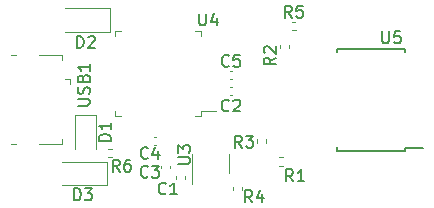
<source format=gto>
G04 #@! TF.GenerationSoftware,KiCad,Pcbnew,5.1.5+dfsg1-2build2*
G04 #@! TF.CreationDate,2021-12-26T17:25:33+01:00*
G04 #@! TF.ProjectId,combined,636f6d62-696e-4656-942e-6b696361645f,rev?*
G04 #@! TF.SameCoordinates,Original*
G04 #@! TF.FileFunction,Legend,Top*
G04 #@! TF.FilePolarity,Positive*
%FSLAX46Y46*%
G04 Gerber Fmt 4.6, Leading zero omitted, Abs format (unit mm)*
G04 Created by KiCad (PCBNEW 5.1.5+dfsg1-2build2) date 2021-12-26 17:25:33*
%MOMM*%
%LPD*%
G04 APERTURE LIST*
%ADD10C,0.120000*%
%ADD11C,0.150000*%
%ADD12C,0.100000*%
%ADD13C,1.202000*%
%ADD14R,1.852000X0.552000*%
%ADD15C,3.602000*%
%ADD16O,1.652000X0.992000*%
%ADD17R,1.652000X1.302000*%
%ADD18R,1.652000X1.602000*%
%ADD19O,1.052000X1.352000*%
%ADD20R,1.452000X0.502000*%
%ADD21R,1.202000X1.202000*%
G04 APERTURE END LIST*
D10*
X82960800Y-34995800D02*
X82960800Y-37880800D01*
X84780800Y-34995800D02*
X82960800Y-34995800D01*
X84780800Y-37880800D02*
X84780800Y-34995800D01*
X86107241Y-37872400D02*
X85799959Y-37872400D01*
X86107241Y-38632400D02*
X85799959Y-38632400D01*
X92890000Y-39112500D02*
X92890000Y-40912500D01*
X92890000Y-39112500D02*
X92890000Y-38312500D01*
X96010000Y-39112500D02*
X96010000Y-39912500D01*
X96010000Y-39112500D02*
X96010000Y-38312500D01*
D11*
X110875000Y-37850000D02*
X112475000Y-37850000D01*
X110875000Y-29425000D02*
X105125000Y-29425000D01*
X110875000Y-38075000D02*
X105125000Y-38075000D01*
X110875000Y-29425000D02*
X110875000Y-29725000D01*
X105125000Y-29425000D02*
X105125000Y-29725000D01*
X105125000Y-38075000D02*
X105125000Y-37775000D01*
X110875000Y-38075000D02*
X110875000Y-37850000D01*
D10*
X93610000Y-34660000D02*
X94900000Y-34660000D01*
X93610000Y-35110000D02*
X93610000Y-34660000D01*
X93160000Y-35110000D02*
X93610000Y-35110000D01*
X86390000Y-35110000D02*
X86390000Y-34660000D01*
X86840000Y-35110000D02*
X86390000Y-35110000D01*
X93610000Y-27890000D02*
X93610000Y-28340000D01*
X93160000Y-27890000D02*
X93610000Y-27890000D01*
X86390000Y-27890000D02*
X86390000Y-28340000D01*
X86840000Y-27890000D02*
X86390000Y-27890000D01*
X101346359Y-27880000D02*
X101653641Y-27880000D01*
X101346359Y-27120000D02*
X101653641Y-27120000D01*
X97130000Y-41403641D02*
X97130000Y-41096359D01*
X96370000Y-41403641D02*
X96370000Y-41096359D01*
X99130000Y-37403641D02*
X99130000Y-37096359D01*
X98370000Y-37403641D02*
X98370000Y-37096359D01*
X101130000Y-29403641D02*
X101130000Y-29096359D01*
X100370000Y-29403641D02*
X100370000Y-29096359D01*
X100583241Y-38583600D02*
X100275959Y-38583600D01*
X100583241Y-39343600D02*
X100275959Y-39343600D01*
X79930000Y-37510000D02*
X81910000Y-37510000D01*
X81910000Y-37510000D02*
X81910000Y-37090000D01*
X77960000Y-37510000D02*
X77560000Y-37510000D01*
X77560000Y-29990000D02*
X77960000Y-29990000D01*
X79930000Y-29990000D02*
X81910000Y-29990000D01*
X81910000Y-29990000D02*
X81910000Y-30410000D01*
X82590000Y-32440000D02*
X82590000Y-31990000D01*
X82140000Y-31990000D02*
X82590000Y-31990000D01*
X85700000Y-41000000D02*
X81850000Y-41000000D01*
X85700000Y-39000000D02*
X81850000Y-39000000D01*
X85700000Y-41000000D02*
X85700000Y-39000000D01*
X85950000Y-28000000D02*
X82100000Y-28000000D01*
X85950000Y-26000000D02*
X82100000Y-26000000D01*
X85950000Y-28000000D02*
X85950000Y-26000000D01*
X96056564Y-32008400D02*
X96272236Y-32008400D01*
X96056564Y-31288400D02*
X96272236Y-31288400D01*
X89837836Y-36890000D02*
X89622164Y-36890000D01*
X89837836Y-37610000D02*
X89622164Y-37610000D01*
X90267200Y-39335764D02*
X90267200Y-39551436D01*
X90987200Y-39335764D02*
X90987200Y-39551436D01*
X96056564Y-33380000D02*
X96272236Y-33380000D01*
X96056564Y-32660000D02*
X96272236Y-32660000D01*
X92257200Y-40415036D02*
X92257200Y-40199364D01*
X91537200Y-40415036D02*
X91537200Y-40199364D01*
D11*
X85999580Y-37212495D02*
X84999580Y-37212495D01*
X84999580Y-36974400D01*
X85047200Y-36831542D01*
X85142438Y-36736304D01*
X85237676Y-36688685D01*
X85428152Y-36641066D01*
X85571009Y-36641066D01*
X85761485Y-36688685D01*
X85856723Y-36736304D01*
X85951961Y-36831542D01*
X85999580Y-36974400D01*
X85999580Y-37212495D01*
X85999580Y-35688685D02*
X85999580Y-36260114D01*
X85999580Y-35974400D02*
X84999580Y-35974400D01*
X85142438Y-36069638D01*
X85237676Y-36164876D01*
X85285295Y-36260114D01*
X86752133Y-39822380D02*
X86418800Y-39346190D01*
X86180704Y-39822380D02*
X86180704Y-38822380D01*
X86561657Y-38822380D01*
X86656895Y-38870000D01*
X86704514Y-38917619D01*
X86752133Y-39012857D01*
X86752133Y-39155714D01*
X86704514Y-39250952D01*
X86656895Y-39298571D01*
X86561657Y-39346190D01*
X86180704Y-39346190D01*
X87609276Y-38822380D02*
X87418800Y-38822380D01*
X87323561Y-38870000D01*
X87275942Y-38917619D01*
X87180704Y-39060476D01*
X87133085Y-39250952D01*
X87133085Y-39631904D01*
X87180704Y-39727142D01*
X87228323Y-39774761D01*
X87323561Y-39822380D01*
X87514038Y-39822380D01*
X87609276Y-39774761D01*
X87656895Y-39727142D01*
X87704514Y-39631904D01*
X87704514Y-39393809D01*
X87656895Y-39298571D01*
X87609276Y-39250952D01*
X87514038Y-39203333D01*
X87323561Y-39203333D01*
X87228323Y-39250952D01*
X87180704Y-39298571D01*
X87133085Y-39393809D01*
X91705180Y-39166704D02*
X92514704Y-39166704D01*
X92609942Y-39119085D01*
X92657561Y-39071466D01*
X92705180Y-38976228D01*
X92705180Y-38785752D01*
X92657561Y-38690514D01*
X92609942Y-38642895D01*
X92514704Y-38595276D01*
X91705180Y-38595276D01*
X91705180Y-38214323D02*
X91705180Y-37595276D01*
X92086133Y-37928609D01*
X92086133Y-37785752D01*
X92133752Y-37690514D01*
X92181371Y-37642895D01*
X92276609Y-37595276D01*
X92514704Y-37595276D01*
X92609942Y-37642895D01*
X92657561Y-37690514D01*
X92705180Y-37785752D01*
X92705180Y-38071466D01*
X92657561Y-38166704D01*
X92609942Y-38214323D01*
X108988095Y-27952380D02*
X108988095Y-28761904D01*
X109035714Y-28857142D01*
X109083333Y-28904761D01*
X109178571Y-28952380D01*
X109369047Y-28952380D01*
X109464285Y-28904761D01*
X109511904Y-28857142D01*
X109559523Y-28761904D01*
X109559523Y-27952380D01*
X110511904Y-27952380D02*
X110035714Y-27952380D01*
X109988095Y-28428571D01*
X110035714Y-28380952D01*
X110130952Y-28333333D01*
X110369047Y-28333333D01*
X110464285Y-28380952D01*
X110511904Y-28428571D01*
X110559523Y-28523809D01*
X110559523Y-28761904D01*
X110511904Y-28857142D01*
X110464285Y-28904761D01*
X110369047Y-28952380D01*
X110130952Y-28952380D01*
X110035714Y-28904761D01*
X109988095Y-28857142D01*
X93488095Y-26452380D02*
X93488095Y-27261904D01*
X93535714Y-27357142D01*
X93583333Y-27404761D01*
X93678571Y-27452380D01*
X93869047Y-27452380D01*
X93964285Y-27404761D01*
X94011904Y-27357142D01*
X94059523Y-27261904D01*
X94059523Y-26452380D01*
X94964285Y-26785714D02*
X94964285Y-27452380D01*
X94726190Y-26404761D02*
X94488095Y-27119047D01*
X95107142Y-27119047D01*
X101333333Y-26782380D02*
X101000000Y-26306190D01*
X100761904Y-26782380D02*
X100761904Y-25782380D01*
X101142857Y-25782380D01*
X101238095Y-25830000D01*
X101285714Y-25877619D01*
X101333333Y-25972857D01*
X101333333Y-26115714D01*
X101285714Y-26210952D01*
X101238095Y-26258571D01*
X101142857Y-26306190D01*
X100761904Y-26306190D01*
X102238095Y-25782380D02*
X101761904Y-25782380D01*
X101714285Y-26258571D01*
X101761904Y-26210952D01*
X101857142Y-26163333D01*
X102095238Y-26163333D01*
X102190476Y-26210952D01*
X102238095Y-26258571D01*
X102285714Y-26353809D01*
X102285714Y-26591904D01*
X102238095Y-26687142D01*
X102190476Y-26734761D01*
X102095238Y-26782380D01*
X101857142Y-26782380D01*
X101761904Y-26734761D01*
X101714285Y-26687142D01*
X97978933Y-42413180D02*
X97645600Y-41936990D01*
X97407504Y-42413180D02*
X97407504Y-41413180D01*
X97788457Y-41413180D01*
X97883695Y-41460800D01*
X97931314Y-41508419D01*
X97978933Y-41603657D01*
X97978933Y-41746514D01*
X97931314Y-41841752D01*
X97883695Y-41889371D01*
X97788457Y-41936990D01*
X97407504Y-41936990D01*
X98836076Y-41746514D02*
X98836076Y-42413180D01*
X98597980Y-41365561D02*
X98359885Y-42079847D01*
X98978933Y-42079847D01*
X97115333Y-37790380D02*
X96782000Y-37314190D01*
X96543904Y-37790380D02*
X96543904Y-36790380D01*
X96924857Y-36790380D01*
X97020095Y-36838000D01*
X97067714Y-36885619D01*
X97115333Y-36980857D01*
X97115333Y-37123714D01*
X97067714Y-37218952D01*
X97020095Y-37266571D01*
X96924857Y-37314190D01*
X96543904Y-37314190D01*
X97448666Y-36790380D02*
X98067714Y-36790380D01*
X97734380Y-37171333D01*
X97877238Y-37171333D01*
X97972476Y-37218952D01*
X98020095Y-37266571D01*
X98067714Y-37361809D01*
X98067714Y-37599904D01*
X98020095Y-37695142D01*
X97972476Y-37742761D01*
X97877238Y-37790380D01*
X97591523Y-37790380D01*
X97496285Y-37742761D01*
X97448666Y-37695142D01*
X99952380Y-30166666D02*
X99476190Y-30500000D01*
X99952380Y-30738095D02*
X98952380Y-30738095D01*
X98952380Y-30357142D01*
X99000000Y-30261904D01*
X99047619Y-30214285D01*
X99142857Y-30166666D01*
X99285714Y-30166666D01*
X99380952Y-30214285D01*
X99428571Y-30261904D01*
X99476190Y-30357142D01*
X99476190Y-30738095D01*
X99047619Y-29785714D02*
X99000000Y-29738095D01*
X98952380Y-29642857D01*
X98952380Y-29404761D01*
X99000000Y-29309523D01*
X99047619Y-29261904D01*
X99142857Y-29214285D01*
X99238095Y-29214285D01*
X99380952Y-29261904D01*
X99952380Y-29833333D01*
X99952380Y-29214285D01*
X101433333Y-40635180D02*
X101100000Y-40158990D01*
X100861904Y-40635180D02*
X100861904Y-39635180D01*
X101242857Y-39635180D01*
X101338095Y-39682800D01*
X101385714Y-39730419D01*
X101433333Y-39825657D01*
X101433333Y-39968514D01*
X101385714Y-40063752D01*
X101338095Y-40111371D01*
X101242857Y-40158990D01*
X100861904Y-40158990D01*
X102385714Y-40635180D02*
X101814285Y-40635180D01*
X102100000Y-40635180D02*
X102100000Y-39635180D01*
X102004761Y-39778038D01*
X101909523Y-39873276D01*
X101814285Y-39920895D01*
X83202380Y-34238095D02*
X84011904Y-34238095D01*
X84107142Y-34190476D01*
X84154761Y-34142857D01*
X84202380Y-34047619D01*
X84202380Y-33857142D01*
X84154761Y-33761904D01*
X84107142Y-33714285D01*
X84011904Y-33666666D01*
X83202380Y-33666666D01*
X84154761Y-33238095D02*
X84202380Y-33095238D01*
X84202380Y-32857142D01*
X84154761Y-32761904D01*
X84107142Y-32714285D01*
X84011904Y-32666666D01*
X83916666Y-32666666D01*
X83821428Y-32714285D01*
X83773809Y-32761904D01*
X83726190Y-32857142D01*
X83678571Y-33047619D01*
X83630952Y-33142857D01*
X83583333Y-33190476D01*
X83488095Y-33238095D01*
X83392857Y-33238095D01*
X83297619Y-33190476D01*
X83250000Y-33142857D01*
X83202380Y-33047619D01*
X83202380Y-32809523D01*
X83250000Y-32666666D01*
X83678571Y-31904761D02*
X83726190Y-31761904D01*
X83773809Y-31714285D01*
X83869047Y-31666666D01*
X84011904Y-31666666D01*
X84107142Y-31714285D01*
X84154761Y-31761904D01*
X84202380Y-31857142D01*
X84202380Y-32238095D01*
X83202380Y-32238095D01*
X83202380Y-31904761D01*
X83250000Y-31809523D01*
X83297619Y-31761904D01*
X83392857Y-31714285D01*
X83488095Y-31714285D01*
X83583333Y-31761904D01*
X83630952Y-31809523D01*
X83678571Y-31904761D01*
X83678571Y-32238095D01*
X84202380Y-30714285D02*
X84202380Y-31285714D01*
X84202380Y-31000000D02*
X83202380Y-31000000D01*
X83345238Y-31095238D01*
X83440476Y-31190476D01*
X83488095Y-31285714D01*
X82888904Y-42252380D02*
X82888904Y-41252380D01*
X83127000Y-41252380D01*
X83269857Y-41300000D01*
X83365095Y-41395238D01*
X83412714Y-41490476D01*
X83460333Y-41680952D01*
X83460333Y-41823809D01*
X83412714Y-42014285D01*
X83365095Y-42109523D01*
X83269857Y-42204761D01*
X83127000Y-42252380D01*
X82888904Y-42252380D01*
X83793666Y-41252380D02*
X84412714Y-41252380D01*
X84079380Y-41633333D01*
X84222238Y-41633333D01*
X84317476Y-41680952D01*
X84365095Y-41728571D01*
X84412714Y-41823809D01*
X84412714Y-42061904D01*
X84365095Y-42157142D01*
X84317476Y-42204761D01*
X84222238Y-42252380D01*
X83936523Y-42252380D01*
X83841285Y-42204761D01*
X83793666Y-42157142D01*
X83138904Y-29357380D02*
X83138904Y-28357380D01*
X83377000Y-28357380D01*
X83519857Y-28405000D01*
X83615095Y-28500238D01*
X83662714Y-28595476D01*
X83710333Y-28785952D01*
X83710333Y-28928809D01*
X83662714Y-29119285D01*
X83615095Y-29214523D01*
X83519857Y-29309761D01*
X83377000Y-29357380D01*
X83138904Y-29357380D01*
X84091285Y-28452619D02*
X84138904Y-28405000D01*
X84234142Y-28357380D01*
X84472238Y-28357380D01*
X84567476Y-28405000D01*
X84615095Y-28452619D01*
X84662714Y-28547857D01*
X84662714Y-28643095D01*
X84615095Y-28785952D01*
X84043666Y-29357380D01*
X84662714Y-29357380D01*
X95997733Y-30845542D02*
X95950114Y-30893161D01*
X95807257Y-30940780D01*
X95712019Y-30940780D01*
X95569161Y-30893161D01*
X95473923Y-30797923D01*
X95426304Y-30702685D01*
X95378685Y-30512209D01*
X95378685Y-30369352D01*
X95426304Y-30178876D01*
X95473923Y-30083638D01*
X95569161Y-29988400D01*
X95712019Y-29940780D01*
X95807257Y-29940780D01*
X95950114Y-29988400D01*
X95997733Y-30036019D01*
X96902495Y-29940780D02*
X96426304Y-29940780D01*
X96378685Y-30416971D01*
X96426304Y-30369352D01*
X96521542Y-30321733D01*
X96759638Y-30321733D01*
X96854876Y-30369352D01*
X96902495Y-30416971D01*
X96950114Y-30512209D01*
X96950114Y-30750304D01*
X96902495Y-30845542D01*
X96854876Y-30893161D01*
X96759638Y-30940780D01*
X96521542Y-30940780D01*
X96426304Y-30893161D01*
X96378685Y-30845542D01*
X89139733Y-38660342D02*
X89092114Y-38707961D01*
X88949257Y-38755580D01*
X88854019Y-38755580D01*
X88711161Y-38707961D01*
X88615923Y-38612723D01*
X88568304Y-38517485D01*
X88520685Y-38327009D01*
X88520685Y-38184152D01*
X88568304Y-37993676D01*
X88615923Y-37898438D01*
X88711161Y-37803200D01*
X88854019Y-37755580D01*
X88949257Y-37755580D01*
X89092114Y-37803200D01*
X89139733Y-37850819D01*
X89996876Y-38088914D02*
X89996876Y-38755580D01*
X89758780Y-37707961D02*
X89520685Y-38422247D01*
X90139733Y-38422247D01*
X89139733Y-40235142D02*
X89092114Y-40282761D01*
X88949257Y-40330380D01*
X88854019Y-40330380D01*
X88711161Y-40282761D01*
X88615923Y-40187523D01*
X88568304Y-40092285D01*
X88520685Y-39901809D01*
X88520685Y-39758952D01*
X88568304Y-39568476D01*
X88615923Y-39473238D01*
X88711161Y-39378000D01*
X88854019Y-39330380D01*
X88949257Y-39330380D01*
X89092114Y-39378000D01*
X89139733Y-39425619D01*
X89473066Y-39330380D02*
X90092114Y-39330380D01*
X89758780Y-39711333D01*
X89901638Y-39711333D01*
X89996876Y-39758952D01*
X90044495Y-39806571D01*
X90092114Y-39901809D01*
X90092114Y-40139904D01*
X90044495Y-40235142D01*
X89996876Y-40282761D01*
X89901638Y-40330380D01*
X89615923Y-40330380D01*
X89520685Y-40282761D01*
X89473066Y-40235142D01*
X95997733Y-34627142D02*
X95950114Y-34674761D01*
X95807257Y-34722380D01*
X95712019Y-34722380D01*
X95569161Y-34674761D01*
X95473923Y-34579523D01*
X95426304Y-34484285D01*
X95378685Y-34293809D01*
X95378685Y-34150952D01*
X95426304Y-33960476D01*
X95473923Y-33865238D01*
X95569161Y-33770000D01*
X95712019Y-33722380D01*
X95807257Y-33722380D01*
X95950114Y-33770000D01*
X95997733Y-33817619D01*
X96378685Y-33817619D02*
X96426304Y-33770000D01*
X96521542Y-33722380D01*
X96759638Y-33722380D01*
X96854876Y-33770000D01*
X96902495Y-33817619D01*
X96950114Y-33912857D01*
X96950114Y-34008095D01*
X96902495Y-34150952D01*
X96331066Y-34722380D01*
X96950114Y-34722380D01*
X90663733Y-41657542D02*
X90616114Y-41705161D01*
X90473257Y-41752780D01*
X90378019Y-41752780D01*
X90235161Y-41705161D01*
X90139923Y-41609923D01*
X90092304Y-41514685D01*
X90044685Y-41324209D01*
X90044685Y-41181352D01*
X90092304Y-40990876D01*
X90139923Y-40895638D01*
X90235161Y-40800400D01*
X90378019Y-40752780D01*
X90473257Y-40752780D01*
X90616114Y-40800400D01*
X90663733Y-40848019D01*
X91616114Y-41752780D02*
X91044685Y-41752780D01*
X91330400Y-41752780D02*
X91330400Y-40752780D01*
X91235161Y-40895638D01*
X91139923Y-40990876D01*
X91044685Y-41038495D01*
%LPC*%
D12*
G36*
X84328612Y-37131098D02*
G01*
X84354784Y-37134981D01*
X84380450Y-37141410D01*
X84405362Y-37150323D01*
X84429281Y-37161636D01*
X84451975Y-37175238D01*
X84473227Y-37191000D01*
X84492832Y-37208768D01*
X84510600Y-37228373D01*
X84526362Y-37249625D01*
X84539964Y-37272319D01*
X84551277Y-37296238D01*
X84560190Y-37321150D01*
X84566619Y-37346816D01*
X84570502Y-37372988D01*
X84571800Y-37399415D01*
X84571800Y-38287185D01*
X84570502Y-38313612D01*
X84566619Y-38339784D01*
X84560190Y-38365450D01*
X84551277Y-38390362D01*
X84539964Y-38414281D01*
X84526362Y-38436975D01*
X84510600Y-38458227D01*
X84492832Y-38477832D01*
X84473227Y-38495600D01*
X84451975Y-38511362D01*
X84429281Y-38524964D01*
X84405362Y-38536277D01*
X84380450Y-38545190D01*
X84354784Y-38551619D01*
X84328612Y-38555502D01*
X84302185Y-38556800D01*
X83439415Y-38556800D01*
X83412988Y-38555502D01*
X83386816Y-38551619D01*
X83361150Y-38545190D01*
X83336238Y-38536277D01*
X83312319Y-38524964D01*
X83289625Y-38511362D01*
X83268373Y-38495600D01*
X83248768Y-38477832D01*
X83231000Y-38458227D01*
X83215238Y-38436975D01*
X83201636Y-38414281D01*
X83190323Y-38390362D01*
X83181410Y-38365450D01*
X83174981Y-38339784D01*
X83171098Y-38313612D01*
X83169800Y-38287185D01*
X83169800Y-37399415D01*
X83171098Y-37372988D01*
X83174981Y-37346816D01*
X83181410Y-37321150D01*
X83190323Y-37296238D01*
X83201636Y-37272319D01*
X83215238Y-37249625D01*
X83231000Y-37228373D01*
X83248768Y-37208768D01*
X83268373Y-37191000D01*
X83289625Y-37175238D01*
X83312319Y-37161636D01*
X83336238Y-37150323D01*
X83361150Y-37141410D01*
X83386816Y-37134981D01*
X83412988Y-37131098D01*
X83439415Y-37129800D01*
X84302185Y-37129800D01*
X84328612Y-37131098D01*
G37*
G36*
X84328612Y-35206098D02*
G01*
X84354784Y-35209981D01*
X84380450Y-35216410D01*
X84405362Y-35225323D01*
X84429281Y-35236636D01*
X84451975Y-35250238D01*
X84473227Y-35266000D01*
X84492832Y-35283768D01*
X84510600Y-35303373D01*
X84526362Y-35324625D01*
X84539964Y-35347319D01*
X84551277Y-35371238D01*
X84560190Y-35396150D01*
X84566619Y-35421816D01*
X84570502Y-35447988D01*
X84571800Y-35474415D01*
X84571800Y-36362185D01*
X84570502Y-36388612D01*
X84566619Y-36414784D01*
X84560190Y-36440450D01*
X84551277Y-36465362D01*
X84539964Y-36489281D01*
X84526362Y-36511975D01*
X84510600Y-36533227D01*
X84492832Y-36552832D01*
X84473227Y-36570600D01*
X84451975Y-36586362D01*
X84429281Y-36599964D01*
X84405362Y-36611277D01*
X84380450Y-36620190D01*
X84354784Y-36626619D01*
X84328612Y-36630502D01*
X84302185Y-36631800D01*
X83439415Y-36631800D01*
X83412988Y-36630502D01*
X83386816Y-36626619D01*
X83361150Y-36620190D01*
X83336238Y-36611277D01*
X83312319Y-36599964D01*
X83289625Y-36586362D01*
X83268373Y-36570600D01*
X83248768Y-36552832D01*
X83231000Y-36533227D01*
X83215238Y-36511975D01*
X83201636Y-36489281D01*
X83190323Y-36465362D01*
X83181410Y-36440450D01*
X83174981Y-36414784D01*
X83171098Y-36388612D01*
X83169800Y-36362185D01*
X83169800Y-35474415D01*
X83171098Y-35447988D01*
X83174981Y-35421816D01*
X83181410Y-35396150D01*
X83190323Y-35371238D01*
X83201636Y-35347319D01*
X83215238Y-35324625D01*
X83231000Y-35303373D01*
X83248768Y-35283768D01*
X83268373Y-35266000D01*
X83289625Y-35250238D01*
X83312319Y-35236636D01*
X83336238Y-35225323D01*
X83361150Y-35216410D01*
X83386816Y-35209981D01*
X83412988Y-35206098D01*
X83439415Y-35204800D01*
X84302185Y-35204800D01*
X84328612Y-35206098D01*
G37*
G36*
X85619832Y-37882173D02*
G01*
X85635412Y-37884484D01*
X85650691Y-37888311D01*
X85665521Y-37893617D01*
X85679759Y-37900352D01*
X85693269Y-37908449D01*
X85705920Y-37917832D01*
X85717591Y-37928409D01*
X85728168Y-37940080D01*
X85737551Y-37952731D01*
X85745648Y-37966241D01*
X85752383Y-37980479D01*
X85757689Y-37995309D01*
X85761516Y-38010588D01*
X85763827Y-38026168D01*
X85764600Y-38041900D01*
X85764600Y-38462900D01*
X85763827Y-38478632D01*
X85761516Y-38494212D01*
X85757689Y-38509491D01*
X85752383Y-38524321D01*
X85745648Y-38538559D01*
X85737551Y-38552069D01*
X85728168Y-38564720D01*
X85717591Y-38576391D01*
X85705920Y-38586968D01*
X85693269Y-38596351D01*
X85679759Y-38604448D01*
X85665521Y-38611183D01*
X85650691Y-38616489D01*
X85635412Y-38620316D01*
X85619832Y-38622627D01*
X85604100Y-38623400D01*
X85283100Y-38623400D01*
X85267368Y-38622627D01*
X85251788Y-38620316D01*
X85236509Y-38616489D01*
X85221679Y-38611183D01*
X85207441Y-38604448D01*
X85193931Y-38596351D01*
X85181280Y-38586968D01*
X85169609Y-38576391D01*
X85159032Y-38564720D01*
X85149649Y-38552069D01*
X85141552Y-38538559D01*
X85134817Y-38524321D01*
X85129511Y-38509491D01*
X85125684Y-38494212D01*
X85123373Y-38478632D01*
X85122600Y-38462900D01*
X85122600Y-38041900D01*
X85123373Y-38026168D01*
X85125684Y-38010588D01*
X85129511Y-37995309D01*
X85134817Y-37980479D01*
X85141552Y-37966241D01*
X85149649Y-37952731D01*
X85159032Y-37940080D01*
X85169609Y-37928409D01*
X85181280Y-37917832D01*
X85193931Y-37908449D01*
X85207441Y-37900352D01*
X85221679Y-37893617D01*
X85236509Y-37888311D01*
X85251788Y-37884484D01*
X85267368Y-37882173D01*
X85283100Y-37881400D01*
X85604100Y-37881400D01*
X85619832Y-37882173D01*
G37*
G36*
X86639832Y-37882173D02*
G01*
X86655412Y-37884484D01*
X86670691Y-37888311D01*
X86685521Y-37893617D01*
X86699759Y-37900352D01*
X86713269Y-37908449D01*
X86725920Y-37917832D01*
X86737591Y-37928409D01*
X86748168Y-37940080D01*
X86757551Y-37952731D01*
X86765648Y-37966241D01*
X86772383Y-37980479D01*
X86777689Y-37995309D01*
X86781516Y-38010588D01*
X86783827Y-38026168D01*
X86784600Y-38041900D01*
X86784600Y-38462900D01*
X86783827Y-38478632D01*
X86781516Y-38494212D01*
X86777689Y-38509491D01*
X86772383Y-38524321D01*
X86765648Y-38538559D01*
X86757551Y-38552069D01*
X86748168Y-38564720D01*
X86737591Y-38576391D01*
X86725920Y-38586968D01*
X86713269Y-38596351D01*
X86699759Y-38604448D01*
X86685521Y-38611183D01*
X86670691Y-38616489D01*
X86655412Y-38620316D01*
X86639832Y-38622627D01*
X86624100Y-38623400D01*
X86303100Y-38623400D01*
X86287368Y-38622627D01*
X86271788Y-38620316D01*
X86256509Y-38616489D01*
X86241679Y-38611183D01*
X86227441Y-38604448D01*
X86213931Y-38596351D01*
X86201280Y-38586968D01*
X86189609Y-38576391D01*
X86179032Y-38564720D01*
X86169649Y-38552069D01*
X86161552Y-38538559D01*
X86154817Y-38524321D01*
X86149511Y-38509491D01*
X86145684Y-38494212D01*
X86143373Y-38478632D01*
X86142600Y-38462900D01*
X86142600Y-38041900D01*
X86143373Y-38026168D01*
X86145684Y-38010588D01*
X86149511Y-37995309D01*
X86154817Y-37980479D01*
X86161552Y-37966241D01*
X86169649Y-37952731D01*
X86179032Y-37940080D01*
X86189609Y-37928409D01*
X86201280Y-37917832D01*
X86213931Y-37908449D01*
X86227441Y-37900352D01*
X86241679Y-37893617D01*
X86256509Y-37888311D01*
X86271788Y-37884484D01*
X86287368Y-37882173D01*
X86303100Y-37881400D01*
X86624100Y-37881400D01*
X86639832Y-37882173D01*
G37*
G36*
X93692702Y-37262345D02*
G01*
X93709738Y-37264872D01*
X93726445Y-37269057D01*
X93742661Y-37274859D01*
X93758230Y-37282223D01*
X93773003Y-37291077D01*
X93786836Y-37301337D01*
X93799597Y-37312903D01*
X93811163Y-37325664D01*
X93821423Y-37339497D01*
X93830277Y-37354270D01*
X93837641Y-37369839D01*
X93843443Y-37386055D01*
X93847628Y-37402762D01*
X93850155Y-37419798D01*
X93851000Y-37437000D01*
X93851000Y-38513000D01*
X93850155Y-38530202D01*
X93847628Y-38547238D01*
X93843443Y-38563945D01*
X93837641Y-38580161D01*
X93830277Y-38595730D01*
X93821423Y-38610503D01*
X93811163Y-38624336D01*
X93799597Y-38637097D01*
X93786836Y-38648663D01*
X93773003Y-38658923D01*
X93758230Y-38667777D01*
X93742661Y-38675141D01*
X93726445Y-38680943D01*
X93709738Y-38685128D01*
X93692702Y-38687655D01*
X93675500Y-38688500D01*
X93324500Y-38688500D01*
X93307298Y-38687655D01*
X93290262Y-38685128D01*
X93273555Y-38680943D01*
X93257339Y-38675141D01*
X93241770Y-38667777D01*
X93226997Y-38658923D01*
X93213164Y-38648663D01*
X93200403Y-38637097D01*
X93188837Y-38624336D01*
X93178577Y-38610503D01*
X93169723Y-38595730D01*
X93162359Y-38580161D01*
X93156557Y-38563945D01*
X93152372Y-38547238D01*
X93149845Y-38530202D01*
X93149000Y-38513000D01*
X93149000Y-37437000D01*
X93149845Y-37419798D01*
X93152372Y-37402762D01*
X93156557Y-37386055D01*
X93162359Y-37369839D01*
X93169723Y-37354270D01*
X93178577Y-37339497D01*
X93188837Y-37325664D01*
X93200403Y-37312903D01*
X93213164Y-37301337D01*
X93226997Y-37291077D01*
X93241770Y-37282223D01*
X93257339Y-37274859D01*
X93273555Y-37269057D01*
X93290262Y-37264872D01*
X93307298Y-37262345D01*
X93324500Y-37261500D01*
X93675500Y-37261500D01*
X93692702Y-37262345D01*
G37*
G36*
X95592702Y-37262345D02*
G01*
X95609738Y-37264872D01*
X95626445Y-37269057D01*
X95642661Y-37274859D01*
X95658230Y-37282223D01*
X95673003Y-37291077D01*
X95686836Y-37301337D01*
X95699597Y-37312903D01*
X95711163Y-37325664D01*
X95721423Y-37339497D01*
X95730277Y-37354270D01*
X95737641Y-37369839D01*
X95743443Y-37386055D01*
X95747628Y-37402762D01*
X95750155Y-37419798D01*
X95751000Y-37437000D01*
X95751000Y-38513000D01*
X95750155Y-38530202D01*
X95747628Y-38547238D01*
X95743443Y-38563945D01*
X95737641Y-38580161D01*
X95730277Y-38595730D01*
X95721423Y-38610503D01*
X95711163Y-38624336D01*
X95699597Y-38637097D01*
X95686836Y-38648663D01*
X95673003Y-38658923D01*
X95658230Y-38667777D01*
X95642661Y-38675141D01*
X95626445Y-38680943D01*
X95609738Y-38685128D01*
X95592702Y-38687655D01*
X95575500Y-38688500D01*
X95224500Y-38688500D01*
X95207298Y-38687655D01*
X95190262Y-38685128D01*
X95173555Y-38680943D01*
X95157339Y-38675141D01*
X95141770Y-38667777D01*
X95126997Y-38658923D01*
X95113164Y-38648663D01*
X95100403Y-38637097D01*
X95088837Y-38624336D01*
X95078577Y-38610503D01*
X95069723Y-38595730D01*
X95062359Y-38580161D01*
X95056557Y-38563945D01*
X95052372Y-38547238D01*
X95049845Y-38530202D01*
X95049000Y-38513000D01*
X95049000Y-37437000D01*
X95049845Y-37419798D01*
X95052372Y-37402762D01*
X95056557Y-37386055D01*
X95062359Y-37369839D01*
X95069723Y-37354270D01*
X95078577Y-37339497D01*
X95088837Y-37325664D01*
X95100403Y-37312903D01*
X95113164Y-37301337D01*
X95126997Y-37291077D01*
X95141770Y-37282223D01*
X95157339Y-37274859D01*
X95173555Y-37269057D01*
X95190262Y-37264872D01*
X95207298Y-37262345D01*
X95224500Y-37261500D01*
X95575500Y-37261500D01*
X95592702Y-37262345D01*
G37*
G36*
X95592702Y-39537345D02*
G01*
X95609738Y-39539872D01*
X95626445Y-39544057D01*
X95642661Y-39549859D01*
X95658230Y-39557223D01*
X95673003Y-39566077D01*
X95686836Y-39576337D01*
X95699597Y-39587903D01*
X95711163Y-39600664D01*
X95721423Y-39614497D01*
X95730277Y-39629270D01*
X95737641Y-39644839D01*
X95743443Y-39661055D01*
X95747628Y-39677762D01*
X95750155Y-39694798D01*
X95751000Y-39712000D01*
X95751000Y-40788000D01*
X95750155Y-40805202D01*
X95747628Y-40822238D01*
X95743443Y-40838945D01*
X95737641Y-40855161D01*
X95730277Y-40870730D01*
X95721423Y-40885503D01*
X95711163Y-40899336D01*
X95699597Y-40912097D01*
X95686836Y-40923663D01*
X95673003Y-40933923D01*
X95658230Y-40942777D01*
X95642661Y-40950141D01*
X95626445Y-40955943D01*
X95609738Y-40960128D01*
X95592702Y-40962655D01*
X95575500Y-40963500D01*
X95224500Y-40963500D01*
X95207298Y-40962655D01*
X95190262Y-40960128D01*
X95173555Y-40955943D01*
X95157339Y-40950141D01*
X95141770Y-40942777D01*
X95126997Y-40933923D01*
X95113164Y-40923663D01*
X95100403Y-40912097D01*
X95088837Y-40899336D01*
X95078577Y-40885503D01*
X95069723Y-40870730D01*
X95062359Y-40855161D01*
X95056557Y-40838945D01*
X95052372Y-40822238D01*
X95049845Y-40805202D01*
X95049000Y-40788000D01*
X95049000Y-39712000D01*
X95049845Y-39694798D01*
X95052372Y-39677762D01*
X95056557Y-39661055D01*
X95062359Y-39644839D01*
X95069723Y-39629270D01*
X95078577Y-39614497D01*
X95088837Y-39600664D01*
X95100403Y-39587903D01*
X95113164Y-39576337D01*
X95126997Y-39566077D01*
X95141770Y-39557223D01*
X95157339Y-39549859D01*
X95173555Y-39544057D01*
X95190262Y-39539872D01*
X95207298Y-39537345D01*
X95224500Y-39536500D01*
X95575500Y-39536500D01*
X95592702Y-39537345D01*
G37*
G36*
X94642702Y-39537345D02*
G01*
X94659738Y-39539872D01*
X94676445Y-39544057D01*
X94692661Y-39549859D01*
X94708230Y-39557223D01*
X94723003Y-39566077D01*
X94736836Y-39576337D01*
X94749597Y-39587903D01*
X94761163Y-39600664D01*
X94771423Y-39614497D01*
X94780277Y-39629270D01*
X94787641Y-39644839D01*
X94793443Y-39661055D01*
X94797628Y-39677762D01*
X94800155Y-39694798D01*
X94801000Y-39712000D01*
X94801000Y-40788000D01*
X94800155Y-40805202D01*
X94797628Y-40822238D01*
X94793443Y-40838945D01*
X94787641Y-40855161D01*
X94780277Y-40870730D01*
X94771423Y-40885503D01*
X94761163Y-40899336D01*
X94749597Y-40912097D01*
X94736836Y-40923663D01*
X94723003Y-40933923D01*
X94708230Y-40942777D01*
X94692661Y-40950141D01*
X94676445Y-40955943D01*
X94659738Y-40960128D01*
X94642702Y-40962655D01*
X94625500Y-40963500D01*
X94274500Y-40963500D01*
X94257298Y-40962655D01*
X94240262Y-40960128D01*
X94223555Y-40955943D01*
X94207339Y-40950141D01*
X94191770Y-40942777D01*
X94176997Y-40933923D01*
X94163164Y-40923663D01*
X94150403Y-40912097D01*
X94138837Y-40899336D01*
X94128577Y-40885503D01*
X94119723Y-40870730D01*
X94112359Y-40855161D01*
X94106557Y-40838945D01*
X94102372Y-40822238D01*
X94099845Y-40805202D01*
X94099000Y-40788000D01*
X94099000Y-39712000D01*
X94099845Y-39694798D01*
X94102372Y-39677762D01*
X94106557Y-39661055D01*
X94112359Y-39644839D01*
X94119723Y-39629270D01*
X94128577Y-39614497D01*
X94138837Y-39600664D01*
X94150403Y-39587903D01*
X94163164Y-39576337D01*
X94176997Y-39566077D01*
X94191770Y-39557223D01*
X94207339Y-39549859D01*
X94223555Y-39544057D01*
X94240262Y-39539872D01*
X94257298Y-39537345D01*
X94274500Y-39536500D01*
X94625500Y-39536500D01*
X94642702Y-39537345D01*
G37*
G36*
X93692702Y-39537345D02*
G01*
X93709738Y-39539872D01*
X93726445Y-39544057D01*
X93742661Y-39549859D01*
X93758230Y-39557223D01*
X93773003Y-39566077D01*
X93786836Y-39576337D01*
X93799597Y-39587903D01*
X93811163Y-39600664D01*
X93821423Y-39614497D01*
X93830277Y-39629270D01*
X93837641Y-39644839D01*
X93843443Y-39661055D01*
X93847628Y-39677762D01*
X93850155Y-39694798D01*
X93851000Y-39712000D01*
X93851000Y-40788000D01*
X93850155Y-40805202D01*
X93847628Y-40822238D01*
X93843443Y-40838945D01*
X93837641Y-40855161D01*
X93830277Y-40870730D01*
X93821423Y-40885503D01*
X93811163Y-40899336D01*
X93799597Y-40912097D01*
X93786836Y-40923663D01*
X93773003Y-40933923D01*
X93758230Y-40942777D01*
X93742661Y-40950141D01*
X93726445Y-40955943D01*
X93709738Y-40960128D01*
X93692702Y-40962655D01*
X93675500Y-40963500D01*
X93324500Y-40963500D01*
X93307298Y-40962655D01*
X93290262Y-40960128D01*
X93273555Y-40955943D01*
X93257339Y-40950141D01*
X93241770Y-40942777D01*
X93226997Y-40933923D01*
X93213164Y-40923663D01*
X93200403Y-40912097D01*
X93188837Y-40899336D01*
X93178577Y-40885503D01*
X93169723Y-40870730D01*
X93162359Y-40855161D01*
X93156557Y-40838945D01*
X93152372Y-40822238D01*
X93149845Y-40805202D01*
X93149000Y-40788000D01*
X93149000Y-39712000D01*
X93149845Y-39694798D01*
X93152372Y-39677762D01*
X93156557Y-39661055D01*
X93162359Y-39644839D01*
X93169723Y-39629270D01*
X93178577Y-39614497D01*
X93188837Y-39600664D01*
X93200403Y-39587903D01*
X93213164Y-39576337D01*
X93226997Y-39566077D01*
X93241770Y-39557223D01*
X93257339Y-39549859D01*
X93273555Y-39544057D01*
X93290262Y-39539872D01*
X93307298Y-39537345D01*
X93324500Y-39536500D01*
X93675500Y-39536500D01*
X93692702Y-39537345D01*
G37*
D13*
X102209798Y-29664214D02*
X102492640Y-29947056D01*
X100937006Y-30937006D02*
X101219848Y-31219848D01*
D12*
G36*
X98135323Y-27372970D02*
G01*
X98161810Y-27376899D01*
X98187784Y-27383405D01*
X98212996Y-27392426D01*
X98237201Y-27403874D01*
X98260169Y-27417640D01*
X98281676Y-27433591D01*
X98301516Y-27451573D01*
X99048427Y-28198484D01*
X99066409Y-28218324D01*
X99082360Y-28239831D01*
X99096126Y-28262799D01*
X99107574Y-28287004D01*
X99116595Y-28312216D01*
X99123101Y-28338190D01*
X99127030Y-28364677D01*
X99128344Y-28391421D01*
X99127030Y-28418165D01*
X99123101Y-28444652D01*
X99116595Y-28470626D01*
X99107574Y-28495838D01*
X99096126Y-28520043D01*
X99082360Y-28543011D01*
X99066409Y-28564518D01*
X99048427Y-28584358D01*
X98584358Y-29048427D01*
X98564518Y-29066409D01*
X98543011Y-29082360D01*
X98520043Y-29096126D01*
X98495838Y-29107574D01*
X98470626Y-29116595D01*
X98444652Y-29123101D01*
X98418165Y-29127030D01*
X98391421Y-29128344D01*
X98364677Y-29127030D01*
X98338190Y-29123101D01*
X98312216Y-29116595D01*
X98287004Y-29107574D01*
X98262799Y-29096126D01*
X98239831Y-29082360D01*
X98218324Y-29066409D01*
X98198484Y-29048427D01*
X97451573Y-28301516D01*
X97433591Y-28281676D01*
X97417640Y-28260169D01*
X97403874Y-28237201D01*
X97392426Y-28212996D01*
X97383405Y-28187784D01*
X97376899Y-28161810D01*
X97372970Y-28135323D01*
X97371656Y-28108579D01*
X97372970Y-28081835D01*
X97376899Y-28055348D01*
X97383405Y-28029374D01*
X97392426Y-28004162D01*
X97403874Y-27979957D01*
X97417640Y-27956989D01*
X97433591Y-27935482D01*
X97451573Y-27915642D01*
X97915642Y-27451573D01*
X97935482Y-27433591D01*
X97956989Y-27417640D01*
X97979957Y-27403874D01*
X98004162Y-27392426D01*
X98029374Y-27383405D01*
X98055348Y-27376899D01*
X98081835Y-27372970D01*
X98108579Y-27371656D01*
X98135323Y-27372970D01*
G37*
D13*
X99381371Y-26835787D02*
X99664213Y-27118629D01*
X100914214Y-36540202D02*
X101197056Y-36257360D01*
X102187006Y-37812994D02*
X102469848Y-37530152D01*
D12*
G36*
X99668165Y-39622970D02*
G01*
X99694652Y-39626899D01*
X99720626Y-39633405D01*
X99745838Y-39642426D01*
X99770043Y-39653874D01*
X99793011Y-39667640D01*
X99814518Y-39683591D01*
X99834358Y-39701573D01*
X100298427Y-40165642D01*
X100316409Y-40185482D01*
X100332360Y-40206989D01*
X100346126Y-40229957D01*
X100357574Y-40254162D01*
X100366595Y-40279374D01*
X100373101Y-40305348D01*
X100377030Y-40331835D01*
X100378344Y-40358579D01*
X100377030Y-40385323D01*
X100373101Y-40411810D01*
X100366595Y-40437784D01*
X100357574Y-40462996D01*
X100346126Y-40487201D01*
X100332360Y-40510169D01*
X100316409Y-40531676D01*
X100298427Y-40551516D01*
X99551516Y-41298427D01*
X99531676Y-41316409D01*
X99510169Y-41332360D01*
X99487201Y-41346126D01*
X99462996Y-41357574D01*
X99437784Y-41366595D01*
X99411810Y-41373101D01*
X99385323Y-41377030D01*
X99358579Y-41378344D01*
X99331835Y-41377030D01*
X99305348Y-41373101D01*
X99279374Y-41366595D01*
X99254162Y-41357574D01*
X99229957Y-41346126D01*
X99206989Y-41332360D01*
X99185482Y-41316409D01*
X99165642Y-41298427D01*
X98701573Y-40834358D01*
X98683591Y-40814518D01*
X98667640Y-40793011D01*
X98653874Y-40770043D01*
X98642426Y-40745838D01*
X98633405Y-40720626D01*
X98626899Y-40694652D01*
X98622970Y-40668165D01*
X98621656Y-40641421D01*
X98622970Y-40614677D01*
X98626899Y-40588190D01*
X98633405Y-40562216D01*
X98642426Y-40537004D01*
X98653874Y-40512799D01*
X98667640Y-40489831D01*
X98683591Y-40468324D01*
X98701573Y-40448484D01*
X99448484Y-39701573D01*
X99468324Y-39683591D01*
X99489831Y-39667640D01*
X99512799Y-39653874D01*
X99537004Y-39642426D01*
X99562216Y-39633405D01*
X99588190Y-39626899D01*
X99614677Y-39622970D01*
X99641421Y-39621656D01*
X99668165Y-39622970D01*
G37*
D13*
X98085787Y-39368629D02*
X98368629Y-39085787D01*
D14*
X104400000Y-37325000D03*
X104400000Y-36675000D03*
X104400000Y-36025000D03*
X104400000Y-35375000D03*
X104400000Y-34725000D03*
X104400000Y-34075000D03*
X104400000Y-33425000D03*
X104400000Y-32775000D03*
X104400000Y-32125000D03*
X104400000Y-31475000D03*
X104400000Y-30825000D03*
X104400000Y-30175000D03*
X111600000Y-30175000D03*
X111600000Y-30825000D03*
X111600000Y-31475000D03*
X111600000Y-32125000D03*
X111600000Y-32775000D03*
X111600000Y-33425000D03*
X111600000Y-34075000D03*
X111600000Y-34725000D03*
X111600000Y-35375000D03*
X111600000Y-36025000D03*
X111600000Y-36675000D03*
X111600000Y-37325000D03*
D12*
G36*
X92860351Y-34874484D02*
G01*
X92870107Y-34875931D01*
X92879674Y-34878327D01*
X92888960Y-34881650D01*
X92897875Y-34885867D01*
X92906335Y-34890937D01*
X92914257Y-34896812D01*
X92921564Y-34903436D01*
X92928188Y-34910743D01*
X92934063Y-34918665D01*
X92939133Y-34927125D01*
X92943350Y-34936040D01*
X92946673Y-34945326D01*
X92949069Y-34954893D01*
X92950516Y-34964649D01*
X92951000Y-34974500D01*
X92951000Y-36350500D01*
X92950516Y-36360351D01*
X92949069Y-36370107D01*
X92946673Y-36379674D01*
X92943350Y-36388960D01*
X92939133Y-36397875D01*
X92934063Y-36406335D01*
X92928188Y-36414257D01*
X92921564Y-36421564D01*
X92914257Y-36428188D01*
X92906335Y-36434063D01*
X92897875Y-36439133D01*
X92888960Y-36443350D01*
X92879674Y-36446673D01*
X92870107Y-36449069D01*
X92860351Y-36450516D01*
X92850500Y-36451000D01*
X92649500Y-36451000D01*
X92639649Y-36450516D01*
X92629893Y-36449069D01*
X92620326Y-36446673D01*
X92611040Y-36443350D01*
X92602125Y-36439133D01*
X92593665Y-36434063D01*
X92585743Y-36428188D01*
X92578436Y-36421564D01*
X92571812Y-36414257D01*
X92565937Y-36406335D01*
X92560867Y-36397875D01*
X92556650Y-36388960D01*
X92553327Y-36379674D01*
X92550931Y-36370107D01*
X92549484Y-36360351D01*
X92549000Y-36350500D01*
X92549000Y-34974500D01*
X92549484Y-34964649D01*
X92550931Y-34954893D01*
X92553327Y-34945326D01*
X92556650Y-34936040D01*
X92560867Y-34927125D01*
X92565937Y-34918665D01*
X92571812Y-34910743D01*
X92578436Y-34903436D01*
X92585743Y-34896812D01*
X92593665Y-34890937D01*
X92602125Y-34885867D01*
X92611040Y-34881650D01*
X92620326Y-34878327D01*
X92629893Y-34875931D01*
X92639649Y-34874484D01*
X92649500Y-34874000D01*
X92850500Y-34874000D01*
X92860351Y-34874484D01*
G37*
G36*
X92360351Y-34874484D02*
G01*
X92370107Y-34875931D01*
X92379674Y-34878327D01*
X92388960Y-34881650D01*
X92397875Y-34885867D01*
X92406335Y-34890937D01*
X92414257Y-34896812D01*
X92421564Y-34903436D01*
X92428188Y-34910743D01*
X92434063Y-34918665D01*
X92439133Y-34927125D01*
X92443350Y-34936040D01*
X92446673Y-34945326D01*
X92449069Y-34954893D01*
X92450516Y-34964649D01*
X92451000Y-34974500D01*
X92451000Y-36350500D01*
X92450516Y-36360351D01*
X92449069Y-36370107D01*
X92446673Y-36379674D01*
X92443350Y-36388960D01*
X92439133Y-36397875D01*
X92434063Y-36406335D01*
X92428188Y-36414257D01*
X92421564Y-36421564D01*
X92414257Y-36428188D01*
X92406335Y-36434063D01*
X92397875Y-36439133D01*
X92388960Y-36443350D01*
X92379674Y-36446673D01*
X92370107Y-36449069D01*
X92360351Y-36450516D01*
X92350500Y-36451000D01*
X92149500Y-36451000D01*
X92139649Y-36450516D01*
X92129893Y-36449069D01*
X92120326Y-36446673D01*
X92111040Y-36443350D01*
X92102125Y-36439133D01*
X92093665Y-36434063D01*
X92085743Y-36428188D01*
X92078436Y-36421564D01*
X92071812Y-36414257D01*
X92065937Y-36406335D01*
X92060867Y-36397875D01*
X92056650Y-36388960D01*
X92053327Y-36379674D01*
X92050931Y-36370107D01*
X92049484Y-36360351D01*
X92049000Y-36350500D01*
X92049000Y-34974500D01*
X92049484Y-34964649D01*
X92050931Y-34954893D01*
X92053327Y-34945326D01*
X92056650Y-34936040D01*
X92060867Y-34927125D01*
X92065937Y-34918665D01*
X92071812Y-34910743D01*
X92078436Y-34903436D01*
X92085743Y-34896812D01*
X92093665Y-34890937D01*
X92102125Y-34885867D01*
X92111040Y-34881650D01*
X92120326Y-34878327D01*
X92129893Y-34875931D01*
X92139649Y-34874484D01*
X92149500Y-34874000D01*
X92350500Y-34874000D01*
X92360351Y-34874484D01*
G37*
G36*
X91860351Y-34874484D02*
G01*
X91870107Y-34875931D01*
X91879674Y-34878327D01*
X91888960Y-34881650D01*
X91897875Y-34885867D01*
X91906335Y-34890937D01*
X91914257Y-34896812D01*
X91921564Y-34903436D01*
X91928188Y-34910743D01*
X91934063Y-34918665D01*
X91939133Y-34927125D01*
X91943350Y-34936040D01*
X91946673Y-34945326D01*
X91949069Y-34954893D01*
X91950516Y-34964649D01*
X91951000Y-34974500D01*
X91951000Y-36350500D01*
X91950516Y-36360351D01*
X91949069Y-36370107D01*
X91946673Y-36379674D01*
X91943350Y-36388960D01*
X91939133Y-36397875D01*
X91934063Y-36406335D01*
X91928188Y-36414257D01*
X91921564Y-36421564D01*
X91914257Y-36428188D01*
X91906335Y-36434063D01*
X91897875Y-36439133D01*
X91888960Y-36443350D01*
X91879674Y-36446673D01*
X91870107Y-36449069D01*
X91860351Y-36450516D01*
X91850500Y-36451000D01*
X91649500Y-36451000D01*
X91639649Y-36450516D01*
X91629893Y-36449069D01*
X91620326Y-36446673D01*
X91611040Y-36443350D01*
X91602125Y-36439133D01*
X91593665Y-36434063D01*
X91585743Y-36428188D01*
X91578436Y-36421564D01*
X91571812Y-36414257D01*
X91565937Y-36406335D01*
X91560867Y-36397875D01*
X91556650Y-36388960D01*
X91553327Y-36379674D01*
X91550931Y-36370107D01*
X91549484Y-36360351D01*
X91549000Y-36350500D01*
X91549000Y-34974500D01*
X91549484Y-34964649D01*
X91550931Y-34954893D01*
X91553327Y-34945326D01*
X91556650Y-34936040D01*
X91560867Y-34927125D01*
X91565937Y-34918665D01*
X91571812Y-34910743D01*
X91578436Y-34903436D01*
X91585743Y-34896812D01*
X91593665Y-34890937D01*
X91602125Y-34885867D01*
X91611040Y-34881650D01*
X91620326Y-34878327D01*
X91629893Y-34875931D01*
X91639649Y-34874484D01*
X91649500Y-34874000D01*
X91850500Y-34874000D01*
X91860351Y-34874484D01*
G37*
G36*
X91360351Y-34874484D02*
G01*
X91370107Y-34875931D01*
X91379674Y-34878327D01*
X91388960Y-34881650D01*
X91397875Y-34885867D01*
X91406335Y-34890937D01*
X91414257Y-34896812D01*
X91421564Y-34903436D01*
X91428188Y-34910743D01*
X91434063Y-34918665D01*
X91439133Y-34927125D01*
X91443350Y-34936040D01*
X91446673Y-34945326D01*
X91449069Y-34954893D01*
X91450516Y-34964649D01*
X91451000Y-34974500D01*
X91451000Y-36350500D01*
X91450516Y-36360351D01*
X91449069Y-36370107D01*
X91446673Y-36379674D01*
X91443350Y-36388960D01*
X91439133Y-36397875D01*
X91434063Y-36406335D01*
X91428188Y-36414257D01*
X91421564Y-36421564D01*
X91414257Y-36428188D01*
X91406335Y-36434063D01*
X91397875Y-36439133D01*
X91388960Y-36443350D01*
X91379674Y-36446673D01*
X91370107Y-36449069D01*
X91360351Y-36450516D01*
X91350500Y-36451000D01*
X91149500Y-36451000D01*
X91139649Y-36450516D01*
X91129893Y-36449069D01*
X91120326Y-36446673D01*
X91111040Y-36443350D01*
X91102125Y-36439133D01*
X91093665Y-36434063D01*
X91085743Y-36428188D01*
X91078436Y-36421564D01*
X91071812Y-36414257D01*
X91065937Y-36406335D01*
X91060867Y-36397875D01*
X91056650Y-36388960D01*
X91053327Y-36379674D01*
X91050931Y-36370107D01*
X91049484Y-36360351D01*
X91049000Y-36350500D01*
X91049000Y-34974500D01*
X91049484Y-34964649D01*
X91050931Y-34954893D01*
X91053327Y-34945326D01*
X91056650Y-34936040D01*
X91060867Y-34927125D01*
X91065937Y-34918665D01*
X91071812Y-34910743D01*
X91078436Y-34903436D01*
X91085743Y-34896812D01*
X91093665Y-34890937D01*
X91102125Y-34885867D01*
X91111040Y-34881650D01*
X91120326Y-34878327D01*
X91129893Y-34875931D01*
X91139649Y-34874484D01*
X91149500Y-34874000D01*
X91350500Y-34874000D01*
X91360351Y-34874484D01*
G37*
G36*
X90860351Y-34874484D02*
G01*
X90870107Y-34875931D01*
X90879674Y-34878327D01*
X90888960Y-34881650D01*
X90897875Y-34885867D01*
X90906335Y-34890937D01*
X90914257Y-34896812D01*
X90921564Y-34903436D01*
X90928188Y-34910743D01*
X90934063Y-34918665D01*
X90939133Y-34927125D01*
X90943350Y-34936040D01*
X90946673Y-34945326D01*
X90949069Y-34954893D01*
X90950516Y-34964649D01*
X90951000Y-34974500D01*
X90951000Y-36350500D01*
X90950516Y-36360351D01*
X90949069Y-36370107D01*
X90946673Y-36379674D01*
X90943350Y-36388960D01*
X90939133Y-36397875D01*
X90934063Y-36406335D01*
X90928188Y-36414257D01*
X90921564Y-36421564D01*
X90914257Y-36428188D01*
X90906335Y-36434063D01*
X90897875Y-36439133D01*
X90888960Y-36443350D01*
X90879674Y-36446673D01*
X90870107Y-36449069D01*
X90860351Y-36450516D01*
X90850500Y-36451000D01*
X90649500Y-36451000D01*
X90639649Y-36450516D01*
X90629893Y-36449069D01*
X90620326Y-36446673D01*
X90611040Y-36443350D01*
X90602125Y-36439133D01*
X90593665Y-36434063D01*
X90585743Y-36428188D01*
X90578436Y-36421564D01*
X90571812Y-36414257D01*
X90565937Y-36406335D01*
X90560867Y-36397875D01*
X90556650Y-36388960D01*
X90553327Y-36379674D01*
X90550931Y-36370107D01*
X90549484Y-36360351D01*
X90549000Y-36350500D01*
X90549000Y-34974500D01*
X90549484Y-34964649D01*
X90550931Y-34954893D01*
X90553327Y-34945326D01*
X90556650Y-34936040D01*
X90560867Y-34927125D01*
X90565937Y-34918665D01*
X90571812Y-34910743D01*
X90578436Y-34903436D01*
X90585743Y-34896812D01*
X90593665Y-34890937D01*
X90602125Y-34885867D01*
X90611040Y-34881650D01*
X90620326Y-34878327D01*
X90629893Y-34875931D01*
X90639649Y-34874484D01*
X90649500Y-34874000D01*
X90850500Y-34874000D01*
X90860351Y-34874484D01*
G37*
G36*
X90360351Y-34874484D02*
G01*
X90370107Y-34875931D01*
X90379674Y-34878327D01*
X90388960Y-34881650D01*
X90397875Y-34885867D01*
X90406335Y-34890937D01*
X90414257Y-34896812D01*
X90421564Y-34903436D01*
X90428188Y-34910743D01*
X90434063Y-34918665D01*
X90439133Y-34927125D01*
X90443350Y-34936040D01*
X90446673Y-34945326D01*
X90449069Y-34954893D01*
X90450516Y-34964649D01*
X90451000Y-34974500D01*
X90451000Y-36350500D01*
X90450516Y-36360351D01*
X90449069Y-36370107D01*
X90446673Y-36379674D01*
X90443350Y-36388960D01*
X90439133Y-36397875D01*
X90434063Y-36406335D01*
X90428188Y-36414257D01*
X90421564Y-36421564D01*
X90414257Y-36428188D01*
X90406335Y-36434063D01*
X90397875Y-36439133D01*
X90388960Y-36443350D01*
X90379674Y-36446673D01*
X90370107Y-36449069D01*
X90360351Y-36450516D01*
X90350500Y-36451000D01*
X90149500Y-36451000D01*
X90139649Y-36450516D01*
X90129893Y-36449069D01*
X90120326Y-36446673D01*
X90111040Y-36443350D01*
X90102125Y-36439133D01*
X90093665Y-36434063D01*
X90085743Y-36428188D01*
X90078436Y-36421564D01*
X90071812Y-36414257D01*
X90065937Y-36406335D01*
X90060867Y-36397875D01*
X90056650Y-36388960D01*
X90053327Y-36379674D01*
X90050931Y-36370107D01*
X90049484Y-36360351D01*
X90049000Y-36350500D01*
X90049000Y-34974500D01*
X90049484Y-34964649D01*
X90050931Y-34954893D01*
X90053327Y-34945326D01*
X90056650Y-34936040D01*
X90060867Y-34927125D01*
X90065937Y-34918665D01*
X90071812Y-34910743D01*
X90078436Y-34903436D01*
X90085743Y-34896812D01*
X90093665Y-34890937D01*
X90102125Y-34885867D01*
X90111040Y-34881650D01*
X90120326Y-34878327D01*
X90129893Y-34875931D01*
X90139649Y-34874484D01*
X90149500Y-34874000D01*
X90350500Y-34874000D01*
X90360351Y-34874484D01*
G37*
G36*
X89860351Y-34874484D02*
G01*
X89870107Y-34875931D01*
X89879674Y-34878327D01*
X89888960Y-34881650D01*
X89897875Y-34885867D01*
X89906335Y-34890937D01*
X89914257Y-34896812D01*
X89921564Y-34903436D01*
X89928188Y-34910743D01*
X89934063Y-34918665D01*
X89939133Y-34927125D01*
X89943350Y-34936040D01*
X89946673Y-34945326D01*
X89949069Y-34954893D01*
X89950516Y-34964649D01*
X89951000Y-34974500D01*
X89951000Y-36350500D01*
X89950516Y-36360351D01*
X89949069Y-36370107D01*
X89946673Y-36379674D01*
X89943350Y-36388960D01*
X89939133Y-36397875D01*
X89934063Y-36406335D01*
X89928188Y-36414257D01*
X89921564Y-36421564D01*
X89914257Y-36428188D01*
X89906335Y-36434063D01*
X89897875Y-36439133D01*
X89888960Y-36443350D01*
X89879674Y-36446673D01*
X89870107Y-36449069D01*
X89860351Y-36450516D01*
X89850500Y-36451000D01*
X89649500Y-36451000D01*
X89639649Y-36450516D01*
X89629893Y-36449069D01*
X89620326Y-36446673D01*
X89611040Y-36443350D01*
X89602125Y-36439133D01*
X89593665Y-36434063D01*
X89585743Y-36428188D01*
X89578436Y-36421564D01*
X89571812Y-36414257D01*
X89565937Y-36406335D01*
X89560867Y-36397875D01*
X89556650Y-36388960D01*
X89553327Y-36379674D01*
X89550931Y-36370107D01*
X89549484Y-36360351D01*
X89549000Y-36350500D01*
X89549000Y-34974500D01*
X89549484Y-34964649D01*
X89550931Y-34954893D01*
X89553327Y-34945326D01*
X89556650Y-34936040D01*
X89560867Y-34927125D01*
X89565937Y-34918665D01*
X89571812Y-34910743D01*
X89578436Y-34903436D01*
X89585743Y-34896812D01*
X89593665Y-34890937D01*
X89602125Y-34885867D01*
X89611040Y-34881650D01*
X89620326Y-34878327D01*
X89629893Y-34875931D01*
X89639649Y-34874484D01*
X89649500Y-34874000D01*
X89850500Y-34874000D01*
X89860351Y-34874484D01*
G37*
G36*
X89360351Y-34874484D02*
G01*
X89370107Y-34875931D01*
X89379674Y-34878327D01*
X89388960Y-34881650D01*
X89397875Y-34885867D01*
X89406335Y-34890937D01*
X89414257Y-34896812D01*
X89421564Y-34903436D01*
X89428188Y-34910743D01*
X89434063Y-34918665D01*
X89439133Y-34927125D01*
X89443350Y-34936040D01*
X89446673Y-34945326D01*
X89449069Y-34954893D01*
X89450516Y-34964649D01*
X89451000Y-34974500D01*
X89451000Y-36350500D01*
X89450516Y-36360351D01*
X89449069Y-36370107D01*
X89446673Y-36379674D01*
X89443350Y-36388960D01*
X89439133Y-36397875D01*
X89434063Y-36406335D01*
X89428188Y-36414257D01*
X89421564Y-36421564D01*
X89414257Y-36428188D01*
X89406335Y-36434063D01*
X89397875Y-36439133D01*
X89388960Y-36443350D01*
X89379674Y-36446673D01*
X89370107Y-36449069D01*
X89360351Y-36450516D01*
X89350500Y-36451000D01*
X89149500Y-36451000D01*
X89139649Y-36450516D01*
X89129893Y-36449069D01*
X89120326Y-36446673D01*
X89111040Y-36443350D01*
X89102125Y-36439133D01*
X89093665Y-36434063D01*
X89085743Y-36428188D01*
X89078436Y-36421564D01*
X89071812Y-36414257D01*
X89065937Y-36406335D01*
X89060867Y-36397875D01*
X89056650Y-36388960D01*
X89053327Y-36379674D01*
X89050931Y-36370107D01*
X89049484Y-36360351D01*
X89049000Y-36350500D01*
X89049000Y-34974500D01*
X89049484Y-34964649D01*
X89050931Y-34954893D01*
X89053327Y-34945326D01*
X89056650Y-34936040D01*
X89060867Y-34927125D01*
X89065937Y-34918665D01*
X89071812Y-34910743D01*
X89078436Y-34903436D01*
X89085743Y-34896812D01*
X89093665Y-34890937D01*
X89102125Y-34885867D01*
X89111040Y-34881650D01*
X89120326Y-34878327D01*
X89129893Y-34875931D01*
X89139649Y-34874484D01*
X89149500Y-34874000D01*
X89350500Y-34874000D01*
X89360351Y-34874484D01*
G37*
G36*
X88860351Y-34874484D02*
G01*
X88870107Y-34875931D01*
X88879674Y-34878327D01*
X88888960Y-34881650D01*
X88897875Y-34885867D01*
X88906335Y-34890937D01*
X88914257Y-34896812D01*
X88921564Y-34903436D01*
X88928188Y-34910743D01*
X88934063Y-34918665D01*
X88939133Y-34927125D01*
X88943350Y-34936040D01*
X88946673Y-34945326D01*
X88949069Y-34954893D01*
X88950516Y-34964649D01*
X88951000Y-34974500D01*
X88951000Y-36350500D01*
X88950516Y-36360351D01*
X88949069Y-36370107D01*
X88946673Y-36379674D01*
X88943350Y-36388960D01*
X88939133Y-36397875D01*
X88934063Y-36406335D01*
X88928188Y-36414257D01*
X88921564Y-36421564D01*
X88914257Y-36428188D01*
X88906335Y-36434063D01*
X88897875Y-36439133D01*
X88888960Y-36443350D01*
X88879674Y-36446673D01*
X88870107Y-36449069D01*
X88860351Y-36450516D01*
X88850500Y-36451000D01*
X88649500Y-36451000D01*
X88639649Y-36450516D01*
X88629893Y-36449069D01*
X88620326Y-36446673D01*
X88611040Y-36443350D01*
X88602125Y-36439133D01*
X88593665Y-36434063D01*
X88585743Y-36428188D01*
X88578436Y-36421564D01*
X88571812Y-36414257D01*
X88565937Y-36406335D01*
X88560867Y-36397875D01*
X88556650Y-36388960D01*
X88553327Y-36379674D01*
X88550931Y-36370107D01*
X88549484Y-36360351D01*
X88549000Y-36350500D01*
X88549000Y-34974500D01*
X88549484Y-34964649D01*
X88550931Y-34954893D01*
X88553327Y-34945326D01*
X88556650Y-34936040D01*
X88560867Y-34927125D01*
X88565937Y-34918665D01*
X88571812Y-34910743D01*
X88578436Y-34903436D01*
X88585743Y-34896812D01*
X88593665Y-34890937D01*
X88602125Y-34885867D01*
X88611040Y-34881650D01*
X88620326Y-34878327D01*
X88629893Y-34875931D01*
X88639649Y-34874484D01*
X88649500Y-34874000D01*
X88850500Y-34874000D01*
X88860351Y-34874484D01*
G37*
G36*
X88360351Y-34874484D02*
G01*
X88370107Y-34875931D01*
X88379674Y-34878327D01*
X88388960Y-34881650D01*
X88397875Y-34885867D01*
X88406335Y-34890937D01*
X88414257Y-34896812D01*
X88421564Y-34903436D01*
X88428188Y-34910743D01*
X88434063Y-34918665D01*
X88439133Y-34927125D01*
X88443350Y-34936040D01*
X88446673Y-34945326D01*
X88449069Y-34954893D01*
X88450516Y-34964649D01*
X88451000Y-34974500D01*
X88451000Y-36350500D01*
X88450516Y-36360351D01*
X88449069Y-36370107D01*
X88446673Y-36379674D01*
X88443350Y-36388960D01*
X88439133Y-36397875D01*
X88434063Y-36406335D01*
X88428188Y-36414257D01*
X88421564Y-36421564D01*
X88414257Y-36428188D01*
X88406335Y-36434063D01*
X88397875Y-36439133D01*
X88388960Y-36443350D01*
X88379674Y-36446673D01*
X88370107Y-36449069D01*
X88360351Y-36450516D01*
X88350500Y-36451000D01*
X88149500Y-36451000D01*
X88139649Y-36450516D01*
X88129893Y-36449069D01*
X88120326Y-36446673D01*
X88111040Y-36443350D01*
X88102125Y-36439133D01*
X88093665Y-36434063D01*
X88085743Y-36428188D01*
X88078436Y-36421564D01*
X88071812Y-36414257D01*
X88065937Y-36406335D01*
X88060867Y-36397875D01*
X88056650Y-36388960D01*
X88053327Y-36379674D01*
X88050931Y-36370107D01*
X88049484Y-36360351D01*
X88049000Y-36350500D01*
X88049000Y-34974500D01*
X88049484Y-34964649D01*
X88050931Y-34954893D01*
X88053327Y-34945326D01*
X88056650Y-34936040D01*
X88060867Y-34927125D01*
X88065937Y-34918665D01*
X88071812Y-34910743D01*
X88078436Y-34903436D01*
X88085743Y-34896812D01*
X88093665Y-34890937D01*
X88102125Y-34885867D01*
X88111040Y-34881650D01*
X88120326Y-34878327D01*
X88129893Y-34875931D01*
X88139649Y-34874484D01*
X88149500Y-34874000D01*
X88350500Y-34874000D01*
X88360351Y-34874484D01*
G37*
G36*
X87860351Y-34874484D02*
G01*
X87870107Y-34875931D01*
X87879674Y-34878327D01*
X87888960Y-34881650D01*
X87897875Y-34885867D01*
X87906335Y-34890937D01*
X87914257Y-34896812D01*
X87921564Y-34903436D01*
X87928188Y-34910743D01*
X87934063Y-34918665D01*
X87939133Y-34927125D01*
X87943350Y-34936040D01*
X87946673Y-34945326D01*
X87949069Y-34954893D01*
X87950516Y-34964649D01*
X87951000Y-34974500D01*
X87951000Y-36350500D01*
X87950516Y-36360351D01*
X87949069Y-36370107D01*
X87946673Y-36379674D01*
X87943350Y-36388960D01*
X87939133Y-36397875D01*
X87934063Y-36406335D01*
X87928188Y-36414257D01*
X87921564Y-36421564D01*
X87914257Y-36428188D01*
X87906335Y-36434063D01*
X87897875Y-36439133D01*
X87888960Y-36443350D01*
X87879674Y-36446673D01*
X87870107Y-36449069D01*
X87860351Y-36450516D01*
X87850500Y-36451000D01*
X87649500Y-36451000D01*
X87639649Y-36450516D01*
X87629893Y-36449069D01*
X87620326Y-36446673D01*
X87611040Y-36443350D01*
X87602125Y-36439133D01*
X87593665Y-36434063D01*
X87585743Y-36428188D01*
X87578436Y-36421564D01*
X87571812Y-36414257D01*
X87565937Y-36406335D01*
X87560867Y-36397875D01*
X87556650Y-36388960D01*
X87553327Y-36379674D01*
X87550931Y-36370107D01*
X87549484Y-36360351D01*
X87549000Y-36350500D01*
X87549000Y-34974500D01*
X87549484Y-34964649D01*
X87550931Y-34954893D01*
X87553327Y-34945326D01*
X87556650Y-34936040D01*
X87560867Y-34927125D01*
X87565937Y-34918665D01*
X87571812Y-34910743D01*
X87578436Y-34903436D01*
X87585743Y-34896812D01*
X87593665Y-34890937D01*
X87602125Y-34885867D01*
X87611040Y-34881650D01*
X87620326Y-34878327D01*
X87629893Y-34875931D01*
X87639649Y-34874484D01*
X87649500Y-34874000D01*
X87850500Y-34874000D01*
X87860351Y-34874484D01*
G37*
G36*
X87360351Y-34874484D02*
G01*
X87370107Y-34875931D01*
X87379674Y-34878327D01*
X87388960Y-34881650D01*
X87397875Y-34885867D01*
X87406335Y-34890937D01*
X87414257Y-34896812D01*
X87421564Y-34903436D01*
X87428188Y-34910743D01*
X87434063Y-34918665D01*
X87439133Y-34927125D01*
X87443350Y-34936040D01*
X87446673Y-34945326D01*
X87449069Y-34954893D01*
X87450516Y-34964649D01*
X87451000Y-34974500D01*
X87451000Y-36350500D01*
X87450516Y-36360351D01*
X87449069Y-36370107D01*
X87446673Y-36379674D01*
X87443350Y-36388960D01*
X87439133Y-36397875D01*
X87434063Y-36406335D01*
X87428188Y-36414257D01*
X87421564Y-36421564D01*
X87414257Y-36428188D01*
X87406335Y-36434063D01*
X87397875Y-36439133D01*
X87388960Y-36443350D01*
X87379674Y-36446673D01*
X87370107Y-36449069D01*
X87360351Y-36450516D01*
X87350500Y-36451000D01*
X87149500Y-36451000D01*
X87139649Y-36450516D01*
X87129893Y-36449069D01*
X87120326Y-36446673D01*
X87111040Y-36443350D01*
X87102125Y-36439133D01*
X87093665Y-36434063D01*
X87085743Y-36428188D01*
X87078436Y-36421564D01*
X87071812Y-36414257D01*
X87065937Y-36406335D01*
X87060867Y-36397875D01*
X87056650Y-36388960D01*
X87053327Y-36379674D01*
X87050931Y-36370107D01*
X87049484Y-36360351D01*
X87049000Y-36350500D01*
X87049000Y-34974500D01*
X87049484Y-34964649D01*
X87050931Y-34954893D01*
X87053327Y-34945326D01*
X87056650Y-34936040D01*
X87060867Y-34927125D01*
X87065937Y-34918665D01*
X87071812Y-34910743D01*
X87078436Y-34903436D01*
X87085743Y-34896812D01*
X87093665Y-34890937D01*
X87102125Y-34885867D01*
X87111040Y-34881650D01*
X87120326Y-34878327D01*
X87129893Y-34875931D01*
X87139649Y-34874484D01*
X87149500Y-34874000D01*
X87350500Y-34874000D01*
X87360351Y-34874484D01*
G37*
G36*
X86535351Y-34049484D02*
G01*
X86545107Y-34050931D01*
X86554674Y-34053327D01*
X86563960Y-34056650D01*
X86572875Y-34060867D01*
X86581335Y-34065937D01*
X86589257Y-34071812D01*
X86596564Y-34078436D01*
X86603188Y-34085743D01*
X86609063Y-34093665D01*
X86614133Y-34102125D01*
X86618350Y-34111040D01*
X86621673Y-34120326D01*
X86624069Y-34129893D01*
X86625516Y-34139649D01*
X86626000Y-34149500D01*
X86626000Y-34350500D01*
X86625516Y-34360351D01*
X86624069Y-34370107D01*
X86621673Y-34379674D01*
X86618350Y-34388960D01*
X86614133Y-34397875D01*
X86609063Y-34406335D01*
X86603188Y-34414257D01*
X86596564Y-34421564D01*
X86589257Y-34428188D01*
X86581335Y-34434063D01*
X86572875Y-34439133D01*
X86563960Y-34443350D01*
X86554674Y-34446673D01*
X86545107Y-34449069D01*
X86535351Y-34450516D01*
X86525500Y-34451000D01*
X85149500Y-34451000D01*
X85139649Y-34450516D01*
X85129893Y-34449069D01*
X85120326Y-34446673D01*
X85111040Y-34443350D01*
X85102125Y-34439133D01*
X85093665Y-34434063D01*
X85085743Y-34428188D01*
X85078436Y-34421564D01*
X85071812Y-34414257D01*
X85065937Y-34406335D01*
X85060867Y-34397875D01*
X85056650Y-34388960D01*
X85053327Y-34379674D01*
X85050931Y-34370107D01*
X85049484Y-34360351D01*
X85049000Y-34350500D01*
X85049000Y-34149500D01*
X85049484Y-34139649D01*
X85050931Y-34129893D01*
X85053327Y-34120326D01*
X85056650Y-34111040D01*
X85060867Y-34102125D01*
X85065937Y-34093665D01*
X85071812Y-34085743D01*
X85078436Y-34078436D01*
X85085743Y-34071812D01*
X85093665Y-34065937D01*
X85102125Y-34060867D01*
X85111040Y-34056650D01*
X85120326Y-34053327D01*
X85129893Y-34050931D01*
X85139649Y-34049484D01*
X85149500Y-34049000D01*
X86525500Y-34049000D01*
X86535351Y-34049484D01*
G37*
G36*
X86535351Y-33549484D02*
G01*
X86545107Y-33550931D01*
X86554674Y-33553327D01*
X86563960Y-33556650D01*
X86572875Y-33560867D01*
X86581335Y-33565937D01*
X86589257Y-33571812D01*
X86596564Y-33578436D01*
X86603188Y-33585743D01*
X86609063Y-33593665D01*
X86614133Y-33602125D01*
X86618350Y-33611040D01*
X86621673Y-33620326D01*
X86624069Y-33629893D01*
X86625516Y-33639649D01*
X86626000Y-33649500D01*
X86626000Y-33850500D01*
X86625516Y-33860351D01*
X86624069Y-33870107D01*
X86621673Y-33879674D01*
X86618350Y-33888960D01*
X86614133Y-33897875D01*
X86609063Y-33906335D01*
X86603188Y-33914257D01*
X86596564Y-33921564D01*
X86589257Y-33928188D01*
X86581335Y-33934063D01*
X86572875Y-33939133D01*
X86563960Y-33943350D01*
X86554674Y-33946673D01*
X86545107Y-33949069D01*
X86535351Y-33950516D01*
X86525500Y-33951000D01*
X85149500Y-33951000D01*
X85139649Y-33950516D01*
X85129893Y-33949069D01*
X85120326Y-33946673D01*
X85111040Y-33943350D01*
X85102125Y-33939133D01*
X85093665Y-33934063D01*
X85085743Y-33928188D01*
X85078436Y-33921564D01*
X85071812Y-33914257D01*
X85065937Y-33906335D01*
X85060867Y-33897875D01*
X85056650Y-33888960D01*
X85053327Y-33879674D01*
X85050931Y-33870107D01*
X85049484Y-33860351D01*
X85049000Y-33850500D01*
X85049000Y-33649500D01*
X85049484Y-33639649D01*
X85050931Y-33629893D01*
X85053327Y-33620326D01*
X85056650Y-33611040D01*
X85060867Y-33602125D01*
X85065937Y-33593665D01*
X85071812Y-33585743D01*
X85078436Y-33578436D01*
X85085743Y-33571812D01*
X85093665Y-33565937D01*
X85102125Y-33560867D01*
X85111040Y-33556650D01*
X85120326Y-33553327D01*
X85129893Y-33550931D01*
X85139649Y-33549484D01*
X85149500Y-33549000D01*
X86525500Y-33549000D01*
X86535351Y-33549484D01*
G37*
G36*
X86535351Y-33049484D02*
G01*
X86545107Y-33050931D01*
X86554674Y-33053327D01*
X86563960Y-33056650D01*
X86572875Y-33060867D01*
X86581335Y-33065937D01*
X86589257Y-33071812D01*
X86596564Y-33078436D01*
X86603188Y-33085743D01*
X86609063Y-33093665D01*
X86614133Y-33102125D01*
X86618350Y-33111040D01*
X86621673Y-33120326D01*
X86624069Y-33129893D01*
X86625516Y-33139649D01*
X86626000Y-33149500D01*
X86626000Y-33350500D01*
X86625516Y-33360351D01*
X86624069Y-33370107D01*
X86621673Y-33379674D01*
X86618350Y-33388960D01*
X86614133Y-33397875D01*
X86609063Y-33406335D01*
X86603188Y-33414257D01*
X86596564Y-33421564D01*
X86589257Y-33428188D01*
X86581335Y-33434063D01*
X86572875Y-33439133D01*
X86563960Y-33443350D01*
X86554674Y-33446673D01*
X86545107Y-33449069D01*
X86535351Y-33450516D01*
X86525500Y-33451000D01*
X85149500Y-33451000D01*
X85139649Y-33450516D01*
X85129893Y-33449069D01*
X85120326Y-33446673D01*
X85111040Y-33443350D01*
X85102125Y-33439133D01*
X85093665Y-33434063D01*
X85085743Y-33428188D01*
X85078436Y-33421564D01*
X85071812Y-33414257D01*
X85065937Y-33406335D01*
X85060867Y-33397875D01*
X85056650Y-33388960D01*
X85053327Y-33379674D01*
X85050931Y-33370107D01*
X85049484Y-33360351D01*
X85049000Y-33350500D01*
X85049000Y-33149500D01*
X85049484Y-33139649D01*
X85050931Y-33129893D01*
X85053327Y-33120326D01*
X85056650Y-33111040D01*
X85060867Y-33102125D01*
X85065937Y-33093665D01*
X85071812Y-33085743D01*
X85078436Y-33078436D01*
X85085743Y-33071812D01*
X85093665Y-33065937D01*
X85102125Y-33060867D01*
X85111040Y-33056650D01*
X85120326Y-33053327D01*
X85129893Y-33050931D01*
X85139649Y-33049484D01*
X85149500Y-33049000D01*
X86525500Y-33049000D01*
X86535351Y-33049484D01*
G37*
G36*
X86535351Y-32549484D02*
G01*
X86545107Y-32550931D01*
X86554674Y-32553327D01*
X86563960Y-32556650D01*
X86572875Y-32560867D01*
X86581335Y-32565937D01*
X86589257Y-32571812D01*
X86596564Y-32578436D01*
X86603188Y-32585743D01*
X86609063Y-32593665D01*
X86614133Y-32602125D01*
X86618350Y-32611040D01*
X86621673Y-32620326D01*
X86624069Y-32629893D01*
X86625516Y-32639649D01*
X86626000Y-32649500D01*
X86626000Y-32850500D01*
X86625516Y-32860351D01*
X86624069Y-32870107D01*
X86621673Y-32879674D01*
X86618350Y-32888960D01*
X86614133Y-32897875D01*
X86609063Y-32906335D01*
X86603188Y-32914257D01*
X86596564Y-32921564D01*
X86589257Y-32928188D01*
X86581335Y-32934063D01*
X86572875Y-32939133D01*
X86563960Y-32943350D01*
X86554674Y-32946673D01*
X86545107Y-32949069D01*
X86535351Y-32950516D01*
X86525500Y-32951000D01*
X85149500Y-32951000D01*
X85139649Y-32950516D01*
X85129893Y-32949069D01*
X85120326Y-32946673D01*
X85111040Y-32943350D01*
X85102125Y-32939133D01*
X85093665Y-32934063D01*
X85085743Y-32928188D01*
X85078436Y-32921564D01*
X85071812Y-32914257D01*
X85065937Y-32906335D01*
X85060867Y-32897875D01*
X85056650Y-32888960D01*
X85053327Y-32879674D01*
X85050931Y-32870107D01*
X85049484Y-32860351D01*
X85049000Y-32850500D01*
X85049000Y-32649500D01*
X85049484Y-32639649D01*
X85050931Y-32629893D01*
X85053327Y-32620326D01*
X85056650Y-32611040D01*
X85060867Y-32602125D01*
X85065937Y-32593665D01*
X85071812Y-32585743D01*
X85078436Y-32578436D01*
X85085743Y-32571812D01*
X85093665Y-32565937D01*
X85102125Y-32560867D01*
X85111040Y-32556650D01*
X85120326Y-32553327D01*
X85129893Y-32550931D01*
X85139649Y-32549484D01*
X85149500Y-32549000D01*
X86525500Y-32549000D01*
X86535351Y-32549484D01*
G37*
G36*
X86535351Y-32049484D02*
G01*
X86545107Y-32050931D01*
X86554674Y-32053327D01*
X86563960Y-32056650D01*
X86572875Y-32060867D01*
X86581335Y-32065937D01*
X86589257Y-32071812D01*
X86596564Y-32078436D01*
X86603188Y-32085743D01*
X86609063Y-32093665D01*
X86614133Y-32102125D01*
X86618350Y-32111040D01*
X86621673Y-32120326D01*
X86624069Y-32129893D01*
X86625516Y-32139649D01*
X86626000Y-32149500D01*
X86626000Y-32350500D01*
X86625516Y-32360351D01*
X86624069Y-32370107D01*
X86621673Y-32379674D01*
X86618350Y-32388960D01*
X86614133Y-32397875D01*
X86609063Y-32406335D01*
X86603188Y-32414257D01*
X86596564Y-32421564D01*
X86589257Y-32428188D01*
X86581335Y-32434063D01*
X86572875Y-32439133D01*
X86563960Y-32443350D01*
X86554674Y-32446673D01*
X86545107Y-32449069D01*
X86535351Y-32450516D01*
X86525500Y-32451000D01*
X85149500Y-32451000D01*
X85139649Y-32450516D01*
X85129893Y-32449069D01*
X85120326Y-32446673D01*
X85111040Y-32443350D01*
X85102125Y-32439133D01*
X85093665Y-32434063D01*
X85085743Y-32428188D01*
X85078436Y-32421564D01*
X85071812Y-32414257D01*
X85065937Y-32406335D01*
X85060867Y-32397875D01*
X85056650Y-32388960D01*
X85053327Y-32379674D01*
X85050931Y-32370107D01*
X85049484Y-32360351D01*
X85049000Y-32350500D01*
X85049000Y-32149500D01*
X85049484Y-32139649D01*
X85050931Y-32129893D01*
X85053327Y-32120326D01*
X85056650Y-32111040D01*
X85060867Y-32102125D01*
X85065937Y-32093665D01*
X85071812Y-32085743D01*
X85078436Y-32078436D01*
X85085743Y-32071812D01*
X85093665Y-32065937D01*
X85102125Y-32060867D01*
X85111040Y-32056650D01*
X85120326Y-32053327D01*
X85129893Y-32050931D01*
X85139649Y-32049484D01*
X85149500Y-32049000D01*
X86525500Y-32049000D01*
X86535351Y-32049484D01*
G37*
G36*
X86535351Y-31549484D02*
G01*
X86545107Y-31550931D01*
X86554674Y-31553327D01*
X86563960Y-31556650D01*
X86572875Y-31560867D01*
X86581335Y-31565937D01*
X86589257Y-31571812D01*
X86596564Y-31578436D01*
X86603188Y-31585743D01*
X86609063Y-31593665D01*
X86614133Y-31602125D01*
X86618350Y-31611040D01*
X86621673Y-31620326D01*
X86624069Y-31629893D01*
X86625516Y-31639649D01*
X86626000Y-31649500D01*
X86626000Y-31850500D01*
X86625516Y-31860351D01*
X86624069Y-31870107D01*
X86621673Y-31879674D01*
X86618350Y-31888960D01*
X86614133Y-31897875D01*
X86609063Y-31906335D01*
X86603188Y-31914257D01*
X86596564Y-31921564D01*
X86589257Y-31928188D01*
X86581335Y-31934063D01*
X86572875Y-31939133D01*
X86563960Y-31943350D01*
X86554674Y-31946673D01*
X86545107Y-31949069D01*
X86535351Y-31950516D01*
X86525500Y-31951000D01*
X85149500Y-31951000D01*
X85139649Y-31950516D01*
X85129893Y-31949069D01*
X85120326Y-31946673D01*
X85111040Y-31943350D01*
X85102125Y-31939133D01*
X85093665Y-31934063D01*
X85085743Y-31928188D01*
X85078436Y-31921564D01*
X85071812Y-31914257D01*
X85065937Y-31906335D01*
X85060867Y-31897875D01*
X85056650Y-31888960D01*
X85053327Y-31879674D01*
X85050931Y-31870107D01*
X85049484Y-31860351D01*
X85049000Y-31850500D01*
X85049000Y-31649500D01*
X85049484Y-31639649D01*
X85050931Y-31629893D01*
X85053327Y-31620326D01*
X85056650Y-31611040D01*
X85060867Y-31602125D01*
X85065937Y-31593665D01*
X85071812Y-31585743D01*
X85078436Y-31578436D01*
X85085743Y-31571812D01*
X85093665Y-31565937D01*
X85102125Y-31560867D01*
X85111040Y-31556650D01*
X85120326Y-31553327D01*
X85129893Y-31550931D01*
X85139649Y-31549484D01*
X85149500Y-31549000D01*
X86525500Y-31549000D01*
X86535351Y-31549484D01*
G37*
G36*
X86535351Y-31049484D02*
G01*
X86545107Y-31050931D01*
X86554674Y-31053327D01*
X86563960Y-31056650D01*
X86572875Y-31060867D01*
X86581335Y-31065937D01*
X86589257Y-31071812D01*
X86596564Y-31078436D01*
X86603188Y-31085743D01*
X86609063Y-31093665D01*
X86614133Y-31102125D01*
X86618350Y-31111040D01*
X86621673Y-31120326D01*
X86624069Y-31129893D01*
X86625516Y-31139649D01*
X86626000Y-31149500D01*
X86626000Y-31350500D01*
X86625516Y-31360351D01*
X86624069Y-31370107D01*
X86621673Y-31379674D01*
X86618350Y-31388960D01*
X86614133Y-31397875D01*
X86609063Y-31406335D01*
X86603188Y-31414257D01*
X86596564Y-31421564D01*
X86589257Y-31428188D01*
X86581335Y-31434063D01*
X86572875Y-31439133D01*
X86563960Y-31443350D01*
X86554674Y-31446673D01*
X86545107Y-31449069D01*
X86535351Y-31450516D01*
X86525500Y-31451000D01*
X85149500Y-31451000D01*
X85139649Y-31450516D01*
X85129893Y-31449069D01*
X85120326Y-31446673D01*
X85111040Y-31443350D01*
X85102125Y-31439133D01*
X85093665Y-31434063D01*
X85085743Y-31428188D01*
X85078436Y-31421564D01*
X85071812Y-31414257D01*
X85065937Y-31406335D01*
X85060867Y-31397875D01*
X85056650Y-31388960D01*
X85053327Y-31379674D01*
X85050931Y-31370107D01*
X85049484Y-31360351D01*
X85049000Y-31350500D01*
X85049000Y-31149500D01*
X85049484Y-31139649D01*
X85050931Y-31129893D01*
X85053327Y-31120326D01*
X85056650Y-31111040D01*
X85060867Y-31102125D01*
X85065937Y-31093665D01*
X85071812Y-31085743D01*
X85078436Y-31078436D01*
X85085743Y-31071812D01*
X85093665Y-31065937D01*
X85102125Y-31060867D01*
X85111040Y-31056650D01*
X85120326Y-31053327D01*
X85129893Y-31050931D01*
X85139649Y-31049484D01*
X85149500Y-31049000D01*
X86525500Y-31049000D01*
X86535351Y-31049484D01*
G37*
G36*
X86535351Y-30549484D02*
G01*
X86545107Y-30550931D01*
X86554674Y-30553327D01*
X86563960Y-30556650D01*
X86572875Y-30560867D01*
X86581335Y-30565937D01*
X86589257Y-30571812D01*
X86596564Y-30578436D01*
X86603188Y-30585743D01*
X86609063Y-30593665D01*
X86614133Y-30602125D01*
X86618350Y-30611040D01*
X86621673Y-30620326D01*
X86624069Y-30629893D01*
X86625516Y-30639649D01*
X86626000Y-30649500D01*
X86626000Y-30850500D01*
X86625516Y-30860351D01*
X86624069Y-30870107D01*
X86621673Y-30879674D01*
X86618350Y-30888960D01*
X86614133Y-30897875D01*
X86609063Y-30906335D01*
X86603188Y-30914257D01*
X86596564Y-30921564D01*
X86589257Y-30928188D01*
X86581335Y-30934063D01*
X86572875Y-30939133D01*
X86563960Y-30943350D01*
X86554674Y-30946673D01*
X86545107Y-30949069D01*
X86535351Y-30950516D01*
X86525500Y-30951000D01*
X85149500Y-30951000D01*
X85139649Y-30950516D01*
X85129893Y-30949069D01*
X85120326Y-30946673D01*
X85111040Y-30943350D01*
X85102125Y-30939133D01*
X85093665Y-30934063D01*
X85085743Y-30928188D01*
X85078436Y-30921564D01*
X85071812Y-30914257D01*
X85065937Y-30906335D01*
X85060867Y-30897875D01*
X85056650Y-30888960D01*
X85053327Y-30879674D01*
X85050931Y-30870107D01*
X85049484Y-30860351D01*
X85049000Y-30850500D01*
X85049000Y-30649500D01*
X85049484Y-30639649D01*
X85050931Y-30629893D01*
X85053327Y-30620326D01*
X85056650Y-30611040D01*
X85060867Y-30602125D01*
X85065937Y-30593665D01*
X85071812Y-30585743D01*
X85078436Y-30578436D01*
X85085743Y-30571812D01*
X85093665Y-30565937D01*
X85102125Y-30560867D01*
X85111040Y-30556650D01*
X85120326Y-30553327D01*
X85129893Y-30550931D01*
X85139649Y-30549484D01*
X85149500Y-30549000D01*
X86525500Y-30549000D01*
X86535351Y-30549484D01*
G37*
G36*
X86535351Y-30049484D02*
G01*
X86545107Y-30050931D01*
X86554674Y-30053327D01*
X86563960Y-30056650D01*
X86572875Y-30060867D01*
X86581335Y-30065937D01*
X86589257Y-30071812D01*
X86596564Y-30078436D01*
X86603188Y-30085743D01*
X86609063Y-30093665D01*
X86614133Y-30102125D01*
X86618350Y-30111040D01*
X86621673Y-30120326D01*
X86624069Y-30129893D01*
X86625516Y-30139649D01*
X86626000Y-30149500D01*
X86626000Y-30350500D01*
X86625516Y-30360351D01*
X86624069Y-30370107D01*
X86621673Y-30379674D01*
X86618350Y-30388960D01*
X86614133Y-30397875D01*
X86609063Y-30406335D01*
X86603188Y-30414257D01*
X86596564Y-30421564D01*
X86589257Y-30428188D01*
X86581335Y-30434063D01*
X86572875Y-30439133D01*
X86563960Y-30443350D01*
X86554674Y-30446673D01*
X86545107Y-30449069D01*
X86535351Y-30450516D01*
X86525500Y-30451000D01*
X85149500Y-30451000D01*
X85139649Y-30450516D01*
X85129893Y-30449069D01*
X85120326Y-30446673D01*
X85111040Y-30443350D01*
X85102125Y-30439133D01*
X85093665Y-30434063D01*
X85085743Y-30428188D01*
X85078436Y-30421564D01*
X85071812Y-30414257D01*
X85065937Y-30406335D01*
X85060867Y-30397875D01*
X85056650Y-30388960D01*
X85053327Y-30379674D01*
X85050931Y-30370107D01*
X85049484Y-30360351D01*
X85049000Y-30350500D01*
X85049000Y-30149500D01*
X85049484Y-30139649D01*
X85050931Y-30129893D01*
X85053327Y-30120326D01*
X85056650Y-30111040D01*
X85060867Y-30102125D01*
X85065937Y-30093665D01*
X85071812Y-30085743D01*
X85078436Y-30078436D01*
X85085743Y-30071812D01*
X85093665Y-30065937D01*
X85102125Y-30060867D01*
X85111040Y-30056650D01*
X85120326Y-30053327D01*
X85129893Y-30050931D01*
X85139649Y-30049484D01*
X85149500Y-30049000D01*
X86525500Y-30049000D01*
X86535351Y-30049484D01*
G37*
G36*
X86535351Y-29549484D02*
G01*
X86545107Y-29550931D01*
X86554674Y-29553327D01*
X86563960Y-29556650D01*
X86572875Y-29560867D01*
X86581335Y-29565937D01*
X86589257Y-29571812D01*
X86596564Y-29578436D01*
X86603188Y-29585743D01*
X86609063Y-29593665D01*
X86614133Y-29602125D01*
X86618350Y-29611040D01*
X86621673Y-29620326D01*
X86624069Y-29629893D01*
X86625516Y-29639649D01*
X86626000Y-29649500D01*
X86626000Y-29850500D01*
X86625516Y-29860351D01*
X86624069Y-29870107D01*
X86621673Y-29879674D01*
X86618350Y-29888960D01*
X86614133Y-29897875D01*
X86609063Y-29906335D01*
X86603188Y-29914257D01*
X86596564Y-29921564D01*
X86589257Y-29928188D01*
X86581335Y-29934063D01*
X86572875Y-29939133D01*
X86563960Y-29943350D01*
X86554674Y-29946673D01*
X86545107Y-29949069D01*
X86535351Y-29950516D01*
X86525500Y-29951000D01*
X85149500Y-29951000D01*
X85139649Y-29950516D01*
X85129893Y-29949069D01*
X85120326Y-29946673D01*
X85111040Y-29943350D01*
X85102125Y-29939133D01*
X85093665Y-29934063D01*
X85085743Y-29928188D01*
X85078436Y-29921564D01*
X85071812Y-29914257D01*
X85065937Y-29906335D01*
X85060867Y-29897875D01*
X85056650Y-29888960D01*
X85053327Y-29879674D01*
X85050931Y-29870107D01*
X85049484Y-29860351D01*
X85049000Y-29850500D01*
X85049000Y-29649500D01*
X85049484Y-29639649D01*
X85050931Y-29629893D01*
X85053327Y-29620326D01*
X85056650Y-29611040D01*
X85060867Y-29602125D01*
X85065937Y-29593665D01*
X85071812Y-29585743D01*
X85078436Y-29578436D01*
X85085743Y-29571812D01*
X85093665Y-29565937D01*
X85102125Y-29560867D01*
X85111040Y-29556650D01*
X85120326Y-29553327D01*
X85129893Y-29550931D01*
X85139649Y-29549484D01*
X85149500Y-29549000D01*
X86525500Y-29549000D01*
X86535351Y-29549484D01*
G37*
G36*
X86535351Y-29049484D02*
G01*
X86545107Y-29050931D01*
X86554674Y-29053327D01*
X86563960Y-29056650D01*
X86572875Y-29060867D01*
X86581335Y-29065937D01*
X86589257Y-29071812D01*
X86596564Y-29078436D01*
X86603188Y-29085743D01*
X86609063Y-29093665D01*
X86614133Y-29102125D01*
X86618350Y-29111040D01*
X86621673Y-29120326D01*
X86624069Y-29129893D01*
X86625516Y-29139649D01*
X86626000Y-29149500D01*
X86626000Y-29350500D01*
X86625516Y-29360351D01*
X86624069Y-29370107D01*
X86621673Y-29379674D01*
X86618350Y-29388960D01*
X86614133Y-29397875D01*
X86609063Y-29406335D01*
X86603188Y-29414257D01*
X86596564Y-29421564D01*
X86589257Y-29428188D01*
X86581335Y-29434063D01*
X86572875Y-29439133D01*
X86563960Y-29443350D01*
X86554674Y-29446673D01*
X86545107Y-29449069D01*
X86535351Y-29450516D01*
X86525500Y-29451000D01*
X85149500Y-29451000D01*
X85139649Y-29450516D01*
X85129893Y-29449069D01*
X85120326Y-29446673D01*
X85111040Y-29443350D01*
X85102125Y-29439133D01*
X85093665Y-29434063D01*
X85085743Y-29428188D01*
X85078436Y-29421564D01*
X85071812Y-29414257D01*
X85065937Y-29406335D01*
X85060867Y-29397875D01*
X85056650Y-29388960D01*
X85053327Y-29379674D01*
X85050931Y-29370107D01*
X85049484Y-29360351D01*
X85049000Y-29350500D01*
X85049000Y-29149500D01*
X85049484Y-29139649D01*
X85050931Y-29129893D01*
X85053327Y-29120326D01*
X85056650Y-29111040D01*
X85060867Y-29102125D01*
X85065937Y-29093665D01*
X85071812Y-29085743D01*
X85078436Y-29078436D01*
X85085743Y-29071812D01*
X85093665Y-29065937D01*
X85102125Y-29060867D01*
X85111040Y-29056650D01*
X85120326Y-29053327D01*
X85129893Y-29050931D01*
X85139649Y-29049484D01*
X85149500Y-29049000D01*
X86525500Y-29049000D01*
X86535351Y-29049484D01*
G37*
G36*
X86535351Y-28549484D02*
G01*
X86545107Y-28550931D01*
X86554674Y-28553327D01*
X86563960Y-28556650D01*
X86572875Y-28560867D01*
X86581335Y-28565937D01*
X86589257Y-28571812D01*
X86596564Y-28578436D01*
X86603188Y-28585743D01*
X86609063Y-28593665D01*
X86614133Y-28602125D01*
X86618350Y-28611040D01*
X86621673Y-28620326D01*
X86624069Y-28629893D01*
X86625516Y-28639649D01*
X86626000Y-28649500D01*
X86626000Y-28850500D01*
X86625516Y-28860351D01*
X86624069Y-28870107D01*
X86621673Y-28879674D01*
X86618350Y-28888960D01*
X86614133Y-28897875D01*
X86609063Y-28906335D01*
X86603188Y-28914257D01*
X86596564Y-28921564D01*
X86589257Y-28928188D01*
X86581335Y-28934063D01*
X86572875Y-28939133D01*
X86563960Y-28943350D01*
X86554674Y-28946673D01*
X86545107Y-28949069D01*
X86535351Y-28950516D01*
X86525500Y-28951000D01*
X85149500Y-28951000D01*
X85139649Y-28950516D01*
X85129893Y-28949069D01*
X85120326Y-28946673D01*
X85111040Y-28943350D01*
X85102125Y-28939133D01*
X85093665Y-28934063D01*
X85085743Y-28928188D01*
X85078436Y-28921564D01*
X85071812Y-28914257D01*
X85065937Y-28906335D01*
X85060867Y-28897875D01*
X85056650Y-28888960D01*
X85053327Y-28879674D01*
X85050931Y-28870107D01*
X85049484Y-28860351D01*
X85049000Y-28850500D01*
X85049000Y-28649500D01*
X85049484Y-28639649D01*
X85050931Y-28629893D01*
X85053327Y-28620326D01*
X85056650Y-28611040D01*
X85060867Y-28602125D01*
X85065937Y-28593665D01*
X85071812Y-28585743D01*
X85078436Y-28578436D01*
X85085743Y-28571812D01*
X85093665Y-28565937D01*
X85102125Y-28560867D01*
X85111040Y-28556650D01*
X85120326Y-28553327D01*
X85129893Y-28550931D01*
X85139649Y-28549484D01*
X85149500Y-28549000D01*
X86525500Y-28549000D01*
X86535351Y-28549484D01*
G37*
G36*
X87360351Y-26549484D02*
G01*
X87370107Y-26550931D01*
X87379674Y-26553327D01*
X87388960Y-26556650D01*
X87397875Y-26560867D01*
X87406335Y-26565937D01*
X87414257Y-26571812D01*
X87421564Y-26578436D01*
X87428188Y-26585743D01*
X87434063Y-26593665D01*
X87439133Y-26602125D01*
X87443350Y-26611040D01*
X87446673Y-26620326D01*
X87449069Y-26629893D01*
X87450516Y-26639649D01*
X87451000Y-26649500D01*
X87451000Y-28025500D01*
X87450516Y-28035351D01*
X87449069Y-28045107D01*
X87446673Y-28054674D01*
X87443350Y-28063960D01*
X87439133Y-28072875D01*
X87434063Y-28081335D01*
X87428188Y-28089257D01*
X87421564Y-28096564D01*
X87414257Y-28103188D01*
X87406335Y-28109063D01*
X87397875Y-28114133D01*
X87388960Y-28118350D01*
X87379674Y-28121673D01*
X87370107Y-28124069D01*
X87360351Y-28125516D01*
X87350500Y-28126000D01*
X87149500Y-28126000D01*
X87139649Y-28125516D01*
X87129893Y-28124069D01*
X87120326Y-28121673D01*
X87111040Y-28118350D01*
X87102125Y-28114133D01*
X87093665Y-28109063D01*
X87085743Y-28103188D01*
X87078436Y-28096564D01*
X87071812Y-28089257D01*
X87065937Y-28081335D01*
X87060867Y-28072875D01*
X87056650Y-28063960D01*
X87053327Y-28054674D01*
X87050931Y-28045107D01*
X87049484Y-28035351D01*
X87049000Y-28025500D01*
X87049000Y-26649500D01*
X87049484Y-26639649D01*
X87050931Y-26629893D01*
X87053327Y-26620326D01*
X87056650Y-26611040D01*
X87060867Y-26602125D01*
X87065937Y-26593665D01*
X87071812Y-26585743D01*
X87078436Y-26578436D01*
X87085743Y-26571812D01*
X87093665Y-26565937D01*
X87102125Y-26560867D01*
X87111040Y-26556650D01*
X87120326Y-26553327D01*
X87129893Y-26550931D01*
X87139649Y-26549484D01*
X87149500Y-26549000D01*
X87350500Y-26549000D01*
X87360351Y-26549484D01*
G37*
G36*
X87860351Y-26549484D02*
G01*
X87870107Y-26550931D01*
X87879674Y-26553327D01*
X87888960Y-26556650D01*
X87897875Y-26560867D01*
X87906335Y-26565937D01*
X87914257Y-26571812D01*
X87921564Y-26578436D01*
X87928188Y-26585743D01*
X87934063Y-26593665D01*
X87939133Y-26602125D01*
X87943350Y-26611040D01*
X87946673Y-26620326D01*
X87949069Y-26629893D01*
X87950516Y-26639649D01*
X87951000Y-26649500D01*
X87951000Y-28025500D01*
X87950516Y-28035351D01*
X87949069Y-28045107D01*
X87946673Y-28054674D01*
X87943350Y-28063960D01*
X87939133Y-28072875D01*
X87934063Y-28081335D01*
X87928188Y-28089257D01*
X87921564Y-28096564D01*
X87914257Y-28103188D01*
X87906335Y-28109063D01*
X87897875Y-28114133D01*
X87888960Y-28118350D01*
X87879674Y-28121673D01*
X87870107Y-28124069D01*
X87860351Y-28125516D01*
X87850500Y-28126000D01*
X87649500Y-28126000D01*
X87639649Y-28125516D01*
X87629893Y-28124069D01*
X87620326Y-28121673D01*
X87611040Y-28118350D01*
X87602125Y-28114133D01*
X87593665Y-28109063D01*
X87585743Y-28103188D01*
X87578436Y-28096564D01*
X87571812Y-28089257D01*
X87565937Y-28081335D01*
X87560867Y-28072875D01*
X87556650Y-28063960D01*
X87553327Y-28054674D01*
X87550931Y-28045107D01*
X87549484Y-28035351D01*
X87549000Y-28025500D01*
X87549000Y-26649500D01*
X87549484Y-26639649D01*
X87550931Y-26629893D01*
X87553327Y-26620326D01*
X87556650Y-26611040D01*
X87560867Y-26602125D01*
X87565937Y-26593665D01*
X87571812Y-26585743D01*
X87578436Y-26578436D01*
X87585743Y-26571812D01*
X87593665Y-26565937D01*
X87602125Y-26560867D01*
X87611040Y-26556650D01*
X87620326Y-26553327D01*
X87629893Y-26550931D01*
X87639649Y-26549484D01*
X87649500Y-26549000D01*
X87850500Y-26549000D01*
X87860351Y-26549484D01*
G37*
G36*
X88360351Y-26549484D02*
G01*
X88370107Y-26550931D01*
X88379674Y-26553327D01*
X88388960Y-26556650D01*
X88397875Y-26560867D01*
X88406335Y-26565937D01*
X88414257Y-26571812D01*
X88421564Y-26578436D01*
X88428188Y-26585743D01*
X88434063Y-26593665D01*
X88439133Y-26602125D01*
X88443350Y-26611040D01*
X88446673Y-26620326D01*
X88449069Y-26629893D01*
X88450516Y-26639649D01*
X88451000Y-26649500D01*
X88451000Y-28025500D01*
X88450516Y-28035351D01*
X88449069Y-28045107D01*
X88446673Y-28054674D01*
X88443350Y-28063960D01*
X88439133Y-28072875D01*
X88434063Y-28081335D01*
X88428188Y-28089257D01*
X88421564Y-28096564D01*
X88414257Y-28103188D01*
X88406335Y-28109063D01*
X88397875Y-28114133D01*
X88388960Y-28118350D01*
X88379674Y-28121673D01*
X88370107Y-28124069D01*
X88360351Y-28125516D01*
X88350500Y-28126000D01*
X88149500Y-28126000D01*
X88139649Y-28125516D01*
X88129893Y-28124069D01*
X88120326Y-28121673D01*
X88111040Y-28118350D01*
X88102125Y-28114133D01*
X88093665Y-28109063D01*
X88085743Y-28103188D01*
X88078436Y-28096564D01*
X88071812Y-28089257D01*
X88065937Y-28081335D01*
X88060867Y-28072875D01*
X88056650Y-28063960D01*
X88053327Y-28054674D01*
X88050931Y-28045107D01*
X88049484Y-28035351D01*
X88049000Y-28025500D01*
X88049000Y-26649500D01*
X88049484Y-26639649D01*
X88050931Y-26629893D01*
X88053327Y-26620326D01*
X88056650Y-26611040D01*
X88060867Y-26602125D01*
X88065937Y-26593665D01*
X88071812Y-26585743D01*
X88078436Y-26578436D01*
X88085743Y-26571812D01*
X88093665Y-26565937D01*
X88102125Y-26560867D01*
X88111040Y-26556650D01*
X88120326Y-26553327D01*
X88129893Y-26550931D01*
X88139649Y-26549484D01*
X88149500Y-26549000D01*
X88350500Y-26549000D01*
X88360351Y-26549484D01*
G37*
G36*
X88860351Y-26549484D02*
G01*
X88870107Y-26550931D01*
X88879674Y-26553327D01*
X88888960Y-26556650D01*
X88897875Y-26560867D01*
X88906335Y-26565937D01*
X88914257Y-26571812D01*
X88921564Y-26578436D01*
X88928188Y-26585743D01*
X88934063Y-26593665D01*
X88939133Y-26602125D01*
X88943350Y-26611040D01*
X88946673Y-26620326D01*
X88949069Y-26629893D01*
X88950516Y-26639649D01*
X88951000Y-26649500D01*
X88951000Y-28025500D01*
X88950516Y-28035351D01*
X88949069Y-28045107D01*
X88946673Y-28054674D01*
X88943350Y-28063960D01*
X88939133Y-28072875D01*
X88934063Y-28081335D01*
X88928188Y-28089257D01*
X88921564Y-28096564D01*
X88914257Y-28103188D01*
X88906335Y-28109063D01*
X88897875Y-28114133D01*
X88888960Y-28118350D01*
X88879674Y-28121673D01*
X88870107Y-28124069D01*
X88860351Y-28125516D01*
X88850500Y-28126000D01*
X88649500Y-28126000D01*
X88639649Y-28125516D01*
X88629893Y-28124069D01*
X88620326Y-28121673D01*
X88611040Y-28118350D01*
X88602125Y-28114133D01*
X88593665Y-28109063D01*
X88585743Y-28103188D01*
X88578436Y-28096564D01*
X88571812Y-28089257D01*
X88565937Y-28081335D01*
X88560867Y-28072875D01*
X88556650Y-28063960D01*
X88553327Y-28054674D01*
X88550931Y-28045107D01*
X88549484Y-28035351D01*
X88549000Y-28025500D01*
X88549000Y-26649500D01*
X88549484Y-26639649D01*
X88550931Y-26629893D01*
X88553327Y-26620326D01*
X88556650Y-26611040D01*
X88560867Y-26602125D01*
X88565937Y-26593665D01*
X88571812Y-26585743D01*
X88578436Y-26578436D01*
X88585743Y-26571812D01*
X88593665Y-26565937D01*
X88602125Y-26560867D01*
X88611040Y-26556650D01*
X88620326Y-26553327D01*
X88629893Y-26550931D01*
X88639649Y-26549484D01*
X88649500Y-26549000D01*
X88850500Y-26549000D01*
X88860351Y-26549484D01*
G37*
G36*
X89360351Y-26549484D02*
G01*
X89370107Y-26550931D01*
X89379674Y-26553327D01*
X89388960Y-26556650D01*
X89397875Y-26560867D01*
X89406335Y-26565937D01*
X89414257Y-26571812D01*
X89421564Y-26578436D01*
X89428188Y-26585743D01*
X89434063Y-26593665D01*
X89439133Y-26602125D01*
X89443350Y-26611040D01*
X89446673Y-26620326D01*
X89449069Y-26629893D01*
X89450516Y-26639649D01*
X89451000Y-26649500D01*
X89451000Y-28025500D01*
X89450516Y-28035351D01*
X89449069Y-28045107D01*
X89446673Y-28054674D01*
X89443350Y-28063960D01*
X89439133Y-28072875D01*
X89434063Y-28081335D01*
X89428188Y-28089257D01*
X89421564Y-28096564D01*
X89414257Y-28103188D01*
X89406335Y-28109063D01*
X89397875Y-28114133D01*
X89388960Y-28118350D01*
X89379674Y-28121673D01*
X89370107Y-28124069D01*
X89360351Y-28125516D01*
X89350500Y-28126000D01*
X89149500Y-28126000D01*
X89139649Y-28125516D01*
X89129893Y-28124069D01*
X89120326Y-28121673D01*
X89111040Y-28118350D01*
X89102125Y-28114133D01*
X89093665Y-28109063D01*
X89085743Y-28103188D01*
X89078436Y-28096564D01*
X89071812Y-28089257D01*
X89065937Y-28081335D01*
X89060867Y-28072875D01*
X89056650Y-28063960D01*
X89053327Y-28054674D01*
X89050931Y-28045107D01*
X89049484Y-28035351D01*
X89049000Y-28025500D01*
X89049000Y-26649500D01*
X89049484Y-26639649D01*
X89050931Y-26629893D01*
X89053327Y-26620326D01*
X89056650Y-26611040D01*
X89060867Y-26602125D01*
X89065937Y-26593665D01*
X89071812Y-26585743D01*
X89078436Y-26578436D01*
X89085743Y-26571812D01*
X89093665Y-26565937D01*
X89102125Y-26560867D01*
X89111040Y-26556650D01*
X89120326Y-26553327D01*
X89129893Y-26550931D01*
X89139649Y-26549484D01*
X89149500Y-26549000D01*
X89350500Y-26549000D01*
X89360351Y-26549484D01*
G37*
G36*
X89860351Y-26549484D02*
G01*
X89870107Y-26550931D01*
X89879674Y-26553327D01*
X89888960Y-26556650D01*
X89897875Y-26560867D01*
X89906335Y-26565937D01*
X89914257Y-26571812D01*
X89921564Y-26578436D01*
X89928188Y-26585743D01*
X89934063Y-26593665D01*
X89939133Y-26602125D01*
X89943350Y-26611040D01*
X89946673Y-26620326D01*
X89949069Y-26629893D01*
X89950516Y-26639649D01*
X89951000Y-26649500D01*
X89951000Y-28025500D01*
X89950516Y-28035351D01*
X89949069Y-28045107D01*
X89946673Y-28054674D01*
X89943350Y-28063960D01*
X89939133Y-28072875D01*
X89934063Y-28081335D01*
X89928188Y-28089257D01*
X89921564Y-28096564D01*
X89914257Y-28103188D01*
X89906335Y-28109063D01*
X89897875Y-28114133D01*
X89888960Y-28118350D01*
X89879674Y-28121673D01*
X89870107Y-28124069D01*
X89860351Y-28125516D01*
X89850500Y-28126000D01*
X89649500Y-28126000D01*
X89639649Y-28125516D01*
X89629893Y-28124069D01*
X89620326Y-28121673D01*
X89611040Y-28118350D01*
X89602125Y-28114133D01*
X89593665Y-28109063D01*
X89585743Y-28103188D01*
X89578436Y-28096564D01*
X89571812Y-28089257D01*
X89565937Y-28081335D01*
X89560867Y-28072875D01*
X89556650Y-28063960D01*
X89553327Y-28054674D01*
X89550931Y-28045107D01*
X89549484Y-28035351D01*
X89549000Y-28025500D01*
X89549000Y-26649500D01*
X89549484Y-26639649D01*
X89550931Y-26629893D01*
X89553327Y-26620326D01*
X89556650Y-26611040D01*
X89560867Y-26602125D01*
X89565937Y-26593665D01*
X89571812Y-26585743D01*
X89578436Y-26578436D01*
X89585743Y-26571812D01*
X89593665Y-26565937D01*
X89602125Y-26560867D01*
X89611040Y-26556650D01*
X89620326Y-26553327D01*
X89629893Y-26550931D01*
X89639649Y-26549484D01*
X89649500Y-26549000D01*
X89850500Y-26549000D01*
X89860351Y-26549484D01*
G37*
G36*
X90360351Y-26549484D02*
G01*
X90370107Y-26550931D01*
X90379674Y-26553327D01*
X90388960Y-26556650D01*
X90397875Y-26560867D01*
X90406335Y-26565937D01*
X90414257Y-26571812D01*
X90421564Y-26578436D01*
X90428188Y-26585743D01*
X90434063Y-26593665D01*
X90439133Y-26602125D01*
X90443350Y-26611040D01*
X90446673Y-26620326D01*
X90449069Y-26629893D01*
X90450516Y-26639649D01*
X90451000Y-26649500D01*
X90451000Y-28025500D01*
X90450516Y-28035351D01*
X90449069Y-28045107D01*
X90446673Y-28054674D01*
X90443350Y-28063960D01*
X90439133Y-28072875D01*
X90434063Y-28081335D01*
X90428188Y-28089257D01*
X90421564Y-28096564D01*
X90414257Y-28103188D01*
X90406335Y-28109063D01*
X90397875Y-28114133D01*
X90388960Y-28118350D01*
X90379674Y-28121673D01*
X90370107Y-28124069D01*
X90360351Y-28125516D01*
X90350500Y-28126000D01*
X90149500Y-28126000D01*
X90139649Y-28125516D01*
X90129893Y-28124069D01*
X90120326Y-28121673D01*
X90111040Y-28118350D01*
X90102125Y-28114133D01*
X90093665Y-28109063D01*
X90085743Y-28103188D01*
X90078436Y-28096564D01*
X90071812Y-28089257D01*
X90065937Y-28081335D01*
X90060867Y-28072875D01*
X90056650Y-28063960D01*
X90053327Y-28054674D01*
X90050931Y-28045107D01*
X90049484Y-28035351D01*
X90049000Y-28025500D01*
X90049000Y-26649500D01*
X90049484Y-26639649D01*
X90050931Y-26629893D01*
X90053327Y-26620326D01*
X90056650Y-26611040D01*
X90060867Y-26602125D01*
X90065937Y-26593665D01*
X90071812Y-26585743D01*
X90078436Y-26578436D01*
X90085743Y-26571812D01*
X90093665Y-26565937D01*
X90102125Y-26560867D01*
X90111040Y-26556650D01*
X90120326Y-26553327D01*
X90129893Y-26550931D01*
X90139649Y-26549484D01*
X90149500Y-26549000D01*
X90350500Y-26549000D01*
X90360351Y-26549484D01*
G37*
G36*
X90860351Y-26549484D02*
G01*
X90870107Y-26550931D01*
X90879674Y-26553327D01*
X90888960Y-26556650D01*
X90897875Y-26560867D01*
X90906335Y-26565937D01*
X90914257Y-26571812D01*
X90921564Y-26578436D01*
X90928188Y-26585743D01*
X90934063Y-26593665D01*
X90939133Y-26602125D01*
X90943350Y-26611040D01*
X90946673Y-26620326D01*
X90949069Y-26629893D01*
X90950516Y-26639649D01*
X90951000Y-26649500D01*
X90951000Y-28025500D01*
X90950516Y-28035351D01*
X90949069Y-28045107D01*
X90946673Y-28054674D01*
X90943350Y-28063960D01*
X90939133Y-28072875D01*
X90934063Y-28081335D01*
X90928188Y-28089257D01*
X90921564Y-28096564D01*
X90914257Y-28103188D01*
X90906335Y-28109063D01*
X90897875Y-28114133D01*
X90888960Y-28118350D01*
X90879674Y-28121673D01*
X90870107Y-28124069D01*
X90860351Y-28125516D01*
X90850500Y-28126000D01*
X90649500Y-28126000D01*
X90639649Y-28125516D01*
X90629893Y-28124069D01*
X90620326Y-28121673D01*
X90611040Y-28118350D01*
X90602125Y-28114133D01*
X90593665Y-28109063D01*
X90585743Y-28103188D01*
X90578436Y-28096564D01*
X90571812Y-28089257D01*
X90565937Y-28081335D01*
X90560867Y-28072875D01*
X90556650Y-28063960D01*
X90553327Y-28054674D01*
X90550931Y-28045107D01*
X90549484Y-28035351D01*
X90549000Y-28025500D01*
X90549000Y-26649500D01*
X90549484Y-26639649D01*
X90550931Y-26629893D01*
X90553327Y-26620326D01*
X90556650Y-26611040D01*
X90560867Y-26602125D01*
X90565937Y-26593665D01*
X90571812Y-26585743D01*
X90578436Y-26578436D01*
X90585743Y-26571812D01*
X90593665Y-26565937D01*
X90602125Y-26560867D01*
X90611040Y-26556650D01*
X90620326Y-26553327D01*
X90629893Y-26550931D01*
X90639649Y-26549484D01*
X90649500Y-26549000D01*
X90850500Y-26549000D01*
X90860351Y-26549484D01*
G37*
G36*
X91360351Y-26549484D02*
G01*
X91370107Y-26550931D01*
X91379674Y-26553327D01*
X91388960Y-26556650D01*
X91397875Y-26560867D01*
X91406335Y-26565937D01*
X91414257Y-26571812D01*
X91421564Y-26578436D01*
X91428188Y-26585743D01*
X91434063Y-26593665D01*
X91439133Y-26602125D01*
X91443350Y-26611040D01*
X91446673Y-26620326D01*
X91449069Y-26629893D01*
X91450516Y-26639649D01*
X91451000Y-26649500D01*
X91451000Y-28025500D01*
X91450516Y-28035351D01*
X91449069Y-28045107D01*
X91446673Y-28054674D01*
X91443350Y-28063960D01*
X91439133Y-28072875D01*
X91434063Y-28081335D01*
X91428188Y-28089257D01*
X91421564Y-28096564D01*
X91414257Y-28103188D01*
X91406335Y-28109063D01*
X91397875Y-28114133D01*
X91388960Y-28118350D01*
X91379674Y-28121673D01*
X91370107Y-28124069D01*
X91360351Y-28125516D01*
X91350500Y-28126000D01*
X91149500Y-28126000D01*
X91139649Y-28125516D01*
X91129893Y-28124069D01*
X91120326Y-28121673D01*
X91111040Y-28118350D01*
X91102125Y-28114133D01*
X91093665Y-28109063D01*
X91085743Y-28103188D01*
X91078436Y-28096564D01*
X91071812Y-28089257D01*
X91065937Y-28081335D01*
X91060867Y-28072875D01*
X91056650Y-28063960D01*
X91053327Y-28054674D01*
X91050931Y-28045107D01*
X91049484Y-28035351D01*
X91049000Y-28025500D01*
X91049000Y-26649500D01*
X91049484Y-26639649D01*
X91050931Y-26629893D01*
X91053327Y-26620326D01*
X91056650Y-26611040D01*
X91060867Y-26602125D01*
X91065937Y-26593665D01*
X91071812Y-26585743D01*
X91078436Y-26578436D01*
X91085743Y-26571812D01*
X91093665Y-26565937D01*
X91102125Y-26560867D01*
X91111040Y-26556650D01*
X91120326Y-26553327D01*
X91129893Y-26550931D01*
X91139649Y-26549484D01*
X91149500Y-26549000D01*
X91350500Y-26549000D01*
X91360351Y-26549484D01*
G37*
G36*
X91860351Y-26549484D02*
G01*
X91870107Y-26550931D01*
X91879674Y-26553327D01*
X91888960Y-26556650D01*
X91897875Y-26560867D01*
X91906335Y-26565937D01*
X91914257Y-26571812D01*
X91921564Y-26578436D01*
X91928188Y-26585743D01*
X91934063Y-26593665D01*
X91939133Y-26602125D01*
X91943350Y-26611040D01*
X91946673Y-26620326D01*
X91949069Y-26629893D01*
X91950516Y-26639649D01*
X91951000Y-26649500D01*
X91951000Y-28025500D01*
X91950516Y-28035351D01*
X91949069Y-28045107D01*
X91946673Y-28054674D01*
X91943350Y-28063960D01*
X91939133Y-28072875D01*
X91934063Y-28081335D01*
X91928188Y-28089257D01*
X91921564Y-28096564D01*
X91914257Y-28103188D01*
X91906335Y-28109063D01*
X91897875Y-28114133D01*
X91888960Y-28118350D01*
X91879674Y-28121673D01*
X91870107Y-28124069D01*
X91860351Y-28125516D01*
X91850500Y-28126000D01*
X91649500Y-28126000D01*
X91639649Y-28125516D01*
X91629893Y-28124069D01*
X91620326Y-28121673D01*
X91611040Y-28118350D01*
X91602125Y-28114133D01*
X91593665Y-28109063D01*
X91585743Y-28103188D01*
X91578436Y-28096564D01*
X91571812Y-28089257D01*
X91565937Y-28081335D01*
X91560867Y-28072875D01*
X91556650Y-28063960D01*
X91553327Y-28054674D01*
X91550931Y-28045107D01*
X91549484Y-28035351D01*
X91549000Y-28025500D01*
X91549000Y-26649500D01*
X91549484Y-26639649D01*
X91550931Y-26629893D01*
X91553327Y-26620326D01*
X91556650Y-26611040D01*
X91560867Y-26602125D01*
X91565937Y-26593665D01*
X91571812Y-26585743D01*
X91578436Y-26578436D01*
X91585743Y-26571812D01*
X91593665Y-26565937D01*
X91602125Y-26560867D01*
X91611040Y-26556650D01*
X91620326Y-26553327D01*
X91629893Y-26550931D01*
X91639649Y-26549484D01*
X91649500Y-26549000D01*
X91850500Y-26549000D01*
X91860351Y-26549484D01*
G37*
G36*
X92360351Y-26549484D02*
G01*
X92370107Y-26550931D01*
X92379674Y-26553327D01*
X92388960Y-26556650D01*
X92397875Y-26560867D01*
X92406335Y-26565937D01*
X92414257Y-26571812D01*
X92421564Y-26578436D01*
X92428188Y-26585743D01*
X92434063Y-26593665D01*
X92439133Y-26602125D01*
X92443350Y-26611040D01*
X92446673Y-26620326D01*
X92449069Y-26629893D01*
X92450516Y-26639649D01*
X92451000Y-26649500D01*
X92451000Y-28025500D01*
X92450516Y-28035351D01*
X92449069Y-28045107D01*
X92446673Y-28054674D01*
X92443350Y-28063960D01*
X92439133Y-28072875D01*
X92434063Y-28081335D01*
X92428188Y-28089257D01*
X92421564Y-28096564D01*
X92414257Y-28103188D01*
X92406335Y-28109063D01*
X92397875Y-28114133D01*
X92388960Y-28118350D01*
X92379674Y-28121673D01*
X92370107Y-28124069D01*
X92360351Y-28125516D01*
X92350500Y-28126000D01*
X92149500Y-28126000D01*
X92139649Y-28125516D01*
X92129893Y-28124069D01*
X92120326Y-28121673D01*
X92111040Y-28118350D01*
X92102125Y-28114133D01*
X92093665Y-28109063D01*
X92085743Y-28103188D01*
X92078436Y-28096564D01*
X92071812Y-28089257D01*
X92065937Y-28081335D01*
X92060867Y-28072875D01*
X92056650Y-28063960D01*
X92053327Y-28054674D01*
X92050931Y-28045107D01*
X92049484Y-28035351D01*
X92049000Y-28025500D01*
X92049000Y-26649500D01*
X92049484Y-26639649D01*
X92050931Y-26629893D01*
X92053327Y-26620326D01*
X92056650Y-26611040D01*
X92060867Y-26602125D01*
X92065937Y-26593665D01*
X92071812Y-26585743D01*
X92078436Y-26578436D01*
X92085743Y-26571812D01*
X92093665Y-26565937D01*
X92102125Y-26560867D01*
X92111040Y-26556650D01*
X92120326Y-26553327D01*
X92129893Y-26550931D01*
X92139649Y-26549484D01*
X92149500Y-26549000D01*
X92350500Y-26549000D01*
X92360351Y-26549484D01*
G37*
G36*
X92860351Y-26549484D02*
G01*
X92870107Y-26550931D01*
X92879674Y-26553327D01*
X92888960Y-26556650D01*
X92897875Y-26560867D01*
X92906335Y-26565937D01*
X92914257Y-26571812D01*
X92921564Y-26578436D01*
X92928188Y-26585743D01*
X92934063Y-26593665D01*
X92939133Y-26602125D01*
X92943350Y-26611040D01*
X92946673Y-26620326D01*
X92949069Y-26629893D01*
X92950516Y-26639649D01*
X92951000Y-26649500D01*
X92951000Y-28025500D01*
X92950516Y-28035351D01*
X92949069Y-28045107D01*
X92946673Y-28054674D01*
X92943350Y-28063960D01*
X92939133Y-28072875D01*
X92934063Y-28081335D01*
X92928188Y-28089257D01*
X92921564Y-28096564D01*
X92914257Y-28103188D01*
X92906335Y-28109063D01*
X92897875Y-28114133D01*
X92888960Y-28118350D01*
X92879674Y-28121673D01*
X92870107Y-28124069D01*
X92860351Y-28125516D01*
X92850500Y-28126000D01*
X92649500Y-28126000D01*
X92639649Y-28125516D01*
X92629893Y-28124069D01*
X92620326Y-28121673D01*
X92611040Y-28118350D01*
X92602125Y-28114133D01*
X92593665Y-28109063D01*
X92585743Y-28103188D01*
X92578436Y-28096564D01*
X92571812Y-28089257D01*
X92565937Y-28081335D01*
X92560867Y-28072875D01*
X92556650Y-28063960D01*
X92553327Y-28054674D01*
X92550931Y-28045107D01*
X92549484Y-28035351D01*
X92549000Y-28025500D01*
X92549000Y-26649500D01*
X92549484Y-26639649D01*
X92550931Y-26629893D01*
X92553327Y-26620326D01*
X92556650Y-26611040D01*
X92560867Y-26602125D01*
X92565937Y-26593665D01*
X92571812Y-26585743D01*
X92578436Y-26578436D01*
X92585743Y-26571812D01*
X92593665Y-26565937D01*
X92602125Y-26560867D01*
X92611040Y-26556650D01*
X92620326Y-26553327D01*
X92629893Y-26550931D01*
X92639649Y-26549484D01*
X92649500Y-26549000D01*
X92850500Y-26549000D01*
X92860351Y-26549484D01*
G37*
G36*
X94860351Y-28549484D02*
G01*
X94870107Y-28550931D01*
X94879674Y-28553327D01*
X94888960Y-28556650D01*
X94897875Y-28560867D01*
X94906335Y-28565937D01*
X94914257Y-28571812D01*
X94921564Y-28578436D01*
X94928188Y-28585743D01*
X94934063Y-28593665D01*
X94939133Y-28602125D01*
X94943350Y-28611040D01*
X94946673Y-28620326D01*
X94949069Y-28629893D01*
X94950516Y-28639649D01*
X94951000Y-28649500D01*
X94951000Y-28850500D01*
X94950516Y-28860351D01*
X94949069Y-28870107D01*
X94946673Y-28879674D01*
X94943350Y-28888960D01*
X94939133Y-28897875D01*
X94934063Y-28906335D01*
X94928188Y-28914257D01*
X94921564Y-28921564D01*
X94914257Y-28928188D01*
X94906335Y-28934063D01*
X94897875Y-28939133D01*
X94888960Y-28943350D01*
X94879674Y-28946673D01*
X94870107Y-28949069D01*
X94860351Y-28950516D01*
X94850500Y-28951000D01*
X93474500Y-28951000D01*
X93464649Y-28950516D01*
X93454893Y-28949069D01*
X93445326Y-28946673D01*
X93436040Y-28943350D01*
X93427125Y-28939133D01*
X93418665Y-28934063D01*
X93410743Y-28928188D01*
X93403436Y-28921564D01*
X93396812Y-28914257D01*
X93390937Y-28906335D01*
X93385867Y-28897875D01*
X93381650Y-28888960D01*
X93378327Y-28879674D01*
X93375931Y-28870107D01*
X93374484Y-28860351D01*
X93374000Y-28850500D01*
X93374000Y-28649500D01*
X93374484Y-28639649D01*
X93375931Y-28629893D01*
X93378327Y-28620326D01*
X93381650Y-28611040D01*
X93385867Y-28602125D01*
X93390937Y-28593665D01*
X93396812Y-28585743D01*
X93403436Y-28578436D01*
X93410743Y-28571812D01*
X93418665Y-28565937D01*
X93427125Y-28560867D01*
X93436040Y-28556650D01*
X93445326Y-28553327D01*
X93454893Y-28550931D01*
X93464649Y-28549484D01*
X93474500Y-28549000D01*
X94850500Y-28549000D01*
X94860351Y-28549484D01*
G37*
G36*
X94860351Y-29049484D02*
G01*
X94870107Y-29050931D01*
X94879674Y-29053327D01*
X94888960Y-29056650D01*
X94897875Y-29060867D01*
X94906335Y-29065937D01*
X94914257Y-29071812D01*
X94921564Y-29078436D01*
X94928188Y-29085743D01*
X94934063Y-29093665D01*
X94939133Y-29102125D01*
X94943350Y-29111040D01*
X94946673Y-29120326D01*
X94949069Y-29129893D01*
X94950516Y-29139649D01*
X94951000Y-29149500D01*
X94951000Y-29350500D01*
X94950516Y-29360351D01*
X94949069Y-29370107D01*
X94946673Y-29379674D01*
X94943350Y-29388960D01*
X94939133Y-29397875D01*
X94934063Y-29406335D01*
X94928188Y-29414257D01*
X94921564Y-29421564D01*
X94914257Y-29428188D01*
X94906335Y-29434063D01*
X94897875Y-29439133D01*
X94888960Y-29443350D01*
X94879674Y-29446673D01*
X94870107Y-29449069D01*
X94860351Y-29450516D01*
X94850500Y-29451000D01*
X93474500Y-29451000D01*
X93464649Y-29450516D01*
X93454893Y-29449069D01*
X93445326Y-29446673D01*
X93436040Y-29443350D01*
X93427125Y-29439133D01*
X93418665Y-29434063D01*
X93410743Y-29428188D01*
X93403436Y-29421564D01*
X93396812Y-29414257D01*
X93390937Y-29406335D01*
X93385867Y-29397875D01*
X93381650Y-29388960D01*
X93378327Y-29379674D01*
X93375931Y-29370107D01*
X93374484Y-29360351D01*
X93374000Y-29350500D01*
X93374000Y-29149500D01*
X93374484Y-29139649D01*
X93375931Y-29129893D01*
X93378327Y-29120326D01*
X93381650Y-29111040D01*
X93385867Y-29102125D01*
X93390937Y-29093665D01*
X93396812Y-29085743D01*
X93403436Y-29078436D01*
X93410743Y-29071812D01*
X93418665Y-29065937D01*
X93427125Y-29060867D01*
X93436040Y-29056650D01*
X93445326Y-29053327D01*
X93454893Y-29050931D01*
X93464649Y-29049484D01*
X93474500Y-29049000D01*
X94850500Y-29049000D01*
X94860351Y-29049484D01*
G37*
G36*
X94860351Y-29549484D02*
G01*
X94870107Y-29550931D01*
X94879674Y-29553327D01*
X94888960Y-29556650D01*
X94897875Y-29560867D01*
X94906335Y-29565937D01*
X94914257Y-29571812D01*
X94921564Y-29578436D01*
X94928188Y-29585743D01*
X94934063Y-29593665D01*
X94939133Y-29602125D01*
X94943350Y-29611040D01*
X94946673Y-29620326D01*
X94949069Y-29629893D01*
X94950516Y-29639649D01*
X94951000Y-29649500D01*
X94951000Y-29850500D01*
X94950516Y-29860351D01*
X94949069Y-29870107D01*
X94946673Y-29879674D01*
X94943350Y-29888960D01*
X94939133Y-29897875D01*
X94934063Y-29906335D01*
X94928188Y-29914257D01*
X94921564Y-29921564D01*
X94914257Y-29928188D01*
X94906335Y-29934063D01*
X94897875Y-29939133D01*
X94888960Y-29943350D01*
X94879674Y-29946673D01*
X94870107Y-29949069D01*
X94860351Y-29950516D01*
X94850500Y-29951000D01*
X93474500Y-29951000D01*
X93464649Y-29950516D01*
X93454893Y-29949069D01*
X93445326Y-29946673D01*
X93436040Y-29943350D01*
X93427125Y-29939133D01*
X93418665Y-29934063D01*
X93410743Y-29928188D01*
X93403436Y-29921564D01*
X93396812Y-29914257D01*
X93390937Y-29906335D01*
X93385867Y-29897875D01*
X93381650Y-29888960D01*
X93378327Y-29879674D01*
X93375931Y-29870107D01*
X93374484Y-29860351D01*
X93374000Y-29850500D01*
X93374000Y-29649500D01*
X93374484Y-29639649D01*
X93375931Y-29629893D01*
X93378327Y-29620326D01*
X93381650Y-29611040D01*
X93385867Y-29602125D01*
X93390937Y-29593665D01*
X93396812Y-29585743D01*
X93403436Y-29578436D01*
X93410743Y-29571812D01*
X93418665Y-29565937D01*
X93427125Y-29560867D01*
X93436040Y-29556650D01*
X93445326Y-29553327D01*
X93454893Y-29550931D01*
X93464649Y-29549484D01*
X93474500Y-29549000D01*
X94850500Y-29549000D01*
X94860351Y-29549484D01*
G37*
G36*
X94860351Y-30049484D02*
G01*
X94870107Y-30050931D01*
X94879674Y-30053327D01*
X94888960Y-30056650D01*
X94897875Y-30060867D01*
X94906335Y-30065937D01*
X94914257Y-30071812D01*
X94921564Y-30078436D01*
X94928188Y-30085743D01*
X94934063Y-30093665D01*
X94939133Y-30102125D01*
X94943350Y-30111040D01*
X94946673Y-30120326D01*
X94949069Y-30129893D01*
X94950516Y-30139649D01*
X94951000Y-30149500D01*
X94951000Y-30350500D01*
X94950516Y-30360351D01*
X94949069Y-30370107D01*
X94946673Y-30379674D01*
X94943350Y-30388960D01*
X94939133Y-30397875D01*
X94934063Y-30406335D01*
X94928188Y-30414257D01*
X94921564Y-30421564D01*
X94914257Y-30428188D01*
X94906335Y-30434063D01*
X94897875Y-30439133D01*
X94888960Y-30443350D01*
X94879674Y-30446673D01*
X94870107Y-30449069D01*
X94860351Y-30450516D01*
X94850500Y-30451000D01*
X93474500Y-30451000D01*
X93464649Y-30450516D01*
X93454893Y-30449069D01*
X93445326Y-30446673D01*
X93436040Y-30443350D01*
X93427125Y-30439133D01*
X93418665Y-30434063D01*
X93410743Y-30428188D01*
X93403436Y-30421564D01*
X93396812Y-30414257D01*
X93390937Y-30406335D01*
X93385867Y-30397875D01*
X93381650Y-30388960D01*
X93378327Y-30379674D01*
X93375931Y-30370107D01*
X93374484Y-30360351D01*
X93374000Y-30350500D01*
X93374000Y-30149500D01*
X93374484Y-30139649D01*
X93375931Y-30129893D01*
X93378327Y-30120326D01*
X93381650Y-30111040D01*
X93385867Y-30102125D01*
X93390937Y-30093665D01*
X93396812Y-30085743D01*
X93403436Y-30078436D01*
X93410743Y-30071812D01*
X93418665Y-30065937D01*
X93427125Y-30060867D01*
X93436040Y-30056650D01*
X93445326Y-30053327D01*
X93454893Y-30050931D01*
X93464649Y-30049484D01*
X93474500Y-30049000D01*
X94850500Y-30049000D01*
X94860351Y-30049484D01*
G37*
G36*
X94860351Y-30549484D02*
G01*
X94870107Y-30550931D01*
X94879674Y-30553327D01*
X94888960Y-30556650D01*
X94897875Y-30560867D01*
X94906335Y-30565937D01*
X94914257Y-30571812D01*
X94921564Y-30578436D01*
X94928188Y-30585743D01*
X94934063Y-30593665D01*
X94939133Y-30602125D01*
X94943350Y-30611040D01*
X94946673Y-30620326D01*
X94949069Y-30629893D01*
X94950516Y-30639649D01*
X94951000Y-30649500D01*
X94951000Y-30850500D01*
X94950516Y-30860351D01*
X94949069Y-30870107D01*
X94946673Y-30879674D01*
X94943350Y-30888960D01*
X94939133Y-30897875D01*
X94934063Y-30906335D01*
X94928188Y-30914257D01*
X94921564Y-30921564D01*
X94914257Y-30928188D01*
X94906335Y-30934063D01*
X94897875Y-30939133D01*
X94888960Y-30943350D01*
X94879674Y-30946673D01*
X94870107Y-30949069D01*
X94860351Y-30950516D01*
X94850500Y-30951000D01*
X93474500Y-30951000D01*
X93464649Y-30950516D01*
X93454893Y-30949069D01*
X93445326Y-30946673D01*
X93436040Y-30943350D01*
X93427125Y-30939133D01*
X93418665Y-30934063D01*
X93410743Y-30928188D01*
X93403436Y-30921564D01*
X93396812Y-30914257D01*
X93390937Y-30906335D01*
X93385867Y-30897875D01*
X93381650Y-30888960D01*
X93378327Y-30879674D01*
X93375931Y-30870107D01*
X93374484Y-30860351D01*
X93374000Y-30850500D01*
X93374000Y-30649500D01*
X93374484Y-30639649D01*
X93375931Y-30629893D01*
X93378327Y-30620326D01*
X93381650Y-30611040D01*
X93385867Y-30602125D01*
X93390937Y-30593665D01*
X93396812Y-30585743D01*
X93403436Y-30578436D01*
X93410743Y-30571812D01*
X93418665Y-30565937D01*
X93427125Y-30560867D01*
X93436040Y-30556650D01*
X93445326Y-30553327D01*
X93454893Y-30550931D01*
X93464649Y-30549484D01*
X93474500Y-30549000D01*
X94850500Y-30549000D01*
X94860351Y-30549484D01*
G37*
G36*
X94860351Y-31049484D02*
G01*
X94870107Y-31050931D01*
X94879674Y-31053327D01*
X94888960Y-31056650D01*
X94897875Y-31060867D01*
X94906335Y-31065937D01*
X94914257Y-31071812D01*
X94921564Y-31078436D01*
X94928188Y-31085743D01*
X94934063Y-31093665D01*
X94939133Y-31102125D01*
X94943350Y-31111040D01*
X94946673Y-31120326D01*
X94949069Y-31129893D01*
X94950516Y-31139649D01*
X94951000Y-31149500D01*
X94951000Y-31350500D01*
X94950516Y-31360351D01*
X94949069Y-31370107D01*
X94946673Y-31379674D01*
X94943350Y-31388960D01*
X94939133Y-31397875D01*
X94934063Y-31406335D01*
X94928188Y-31414257D01*
X94921564Y-31421564D01*
X94914257Y-31428188D01*
X94906335Y-31434063D01*
X94897875Y-31439133D01*
X94888960Y-31443350D01*
X94879674Y-31446673D01*
X94870107Y-31449069D01*
X94860351Y-31450516D01*
X94850500Y-31451000D01*
X93474500Y-31451000D01*
X93464649Y-31450516D01*
X93454893Y-31449069D01*
X93445326Y-31446673D01*
X93436040Y-31443350D01*
X93427125Y-31439133D01*
X93418665Y-31434063D01*
X93410743Y-31428188D01*
X93403436Y-31421564D01*
X93396812Y-31414257D01*
X93390937Y-31406335D01*
X93385867Y-31397875D01*
X93381650Y-31388960D01*
X93378327Y-31379674D01*
X93375931Y-31370107D01*
X93374484Y-31360351D01*
X93374000Y-31350500D01*
X93374000Y-31149500D01*
X93374484Y-31139649D01*
X93375931Y-31129893D01*
X93378327Y-31120326D01*
X93381650Y-31111040D01*
X93385867Y-31102125D01*
X93390937Y-31093665D01*
X93396812Y-31085743D01*
X93403436Y-31078436D01*
X93410743Y-31071812D01*
X93418665Y-31065937D01*
X93427125Y-31060867D01*
X93436040Y-31056650D01*
X93445326Y-31053327D01*
X93454893Y-31050931D01*
X93464649Y-31049484D01*
X93474500Y-31049000D01*
X94850500Y-31049000D01*
X94860351Y-31049484D01*
G37*
G36*
X94860351Y-31549484D02*
G01*
X94870107Y-31550931D01*
X94879674Y-31553327D01*
X94888960Y-31556650D01*
X94897875Y-31560867D01*
X94906335Y-31565937D01*
X94914257Y-31571812D01*
X94921564Y-31578436D01*
X94928188Y-31585743D01*
X94934063Y-31593665D01*
X94939133Y-31602125D01*
X94943350Y-31611040D01*
X94946673Y-31620326D01*
X94949069Y-31629893D01*
X94950516Y-31639649D01*
X94951000Y-31649500D01*
X94951000Y-31850500D01*
X94950516Y-31860351D01*
X94949069Y-31870107D01*
X94946673Y-31879674D01*
X94943350Y-31888960D01*
X94939133Y-31897875D01*
X94934063Y-31906335D01*
X94928188Y-31914257D01*
X94921564Y-31921564D01*
X94914257Y-31928188D01*
X94906335Y-31934063D01*
X94897875Y-31939133D01*
X94888960Y-31943350D01*
X94879674Y-31946673D01*
X94870107Y-31949069D01*
X94860351Y-31950516D01*
X94850500Y-31951000D01*
X93474500Y-31951000D01*
X93464649Y-31950516D01*
X93454893Y-31949069D01*
X93445326Y-31946673D01*
X93436040Y-31943350D01*
X93427125Y-31939133D01*
X93418665Y-31934063D01*
X93410743Y-31928188D01*
X93403436Y-31921564D01*
X93396812Y-31914257D01*
X93390937Y-31906335D01*
X93385867Y-31897875D01*
X93381650Y-31888960D01*
X93378327Y-31879674D01*
X93375931Y-31870107D01*
X93374484Y-31860351D01*
X93374000Y-31850500D01*
X93374000Y-31649500D01*
X93374484Y-31639649D01*
X93375931Y-31629893D01*
X93378327Y-31620326D01*
X93381650Y-31611040D01*
X93385867Y-31602125D01*
X93390937Y-31593665D01*
X93396812Y-31585743D01*
X93403436Y-31578436D01*
X93410743Y-31571812D01*
X93418665Y-31565937D01*
X93427125Y-31560867D01*
X93436040Y-31556650D01*
X93445326Y-31553327D01*
X93454893Y-31550931D01*
X93464649Y-31549484D01*
X93474500Y-31549000D01*
X94850500Y-31549000D01*
X94860351Y-31549484D01*
G37*
G36*
X94860351Y-32049484D02*
G01*
X94870107Y-32050931D01*
X94879674Y-32053327D01*
X94888960Y-32056650D01*
X94897875Y-32060867D01*
X94906335Y-32065937D01*
X94914257Y-32071812D01*
X94921564Y-32078436D01*
X94928188Y-32085743D01*
X94934063Y-32093665D01*
X94939133Y-32102125D01*
X94943350Y-32111040D01*
X94946673Y-32120326D01*
X94949069Y-32129893D01*
X94950516Y-32139649D01*
X94951000Y-32149500D01*
X94951000Y-32350500D01*
X94950516Y-32360351D01*
X94949069Y-32370107D01*
X94946673Y-32379674D01*
X94943350Y-32388960D01*
X94939133Y-32397875D01*
X94934063Y-32406335D01*
X94928188Y-32414257D01*
X94921564Y-32421564D01*
X94914257Y-32428188D01*
X94906335Y-32434063D01*
X94897875Y-32439133D01*
X94888960Y-32443350D01*
X94879674Y-32446673D01*
X94870107Y-32449069D01*
X94860351Y-32450516D01*
X94850500Y-32451000D01*
X93474500Y-32451000D01*
X93464649Y-32450516D01*
X93454893Y-32449069D01*
X93445326Y-32446673D01*
X93436040Y-32443350D01*
X93427125Y-32439133D01*
X93418665Y-32434063D01*
X93410743Y-32428188D01*
X93403436Y-32421564D01*
X93396812Y-32414257D01*
X93390937Y-32406335D01*
X93385867Y-32397875D01*
X93381650Y-32388960D01*
X93378327Y-32379674D01*
X93375931Y-32370107D01*
X93374484Y-32360351D01*
X93374000Y-32350500D01*
X93374000Y-32149500D01*
X93374484Y-32139649D01*
X93375931Y-32129893D01*
X93378327Y-32120326D01*
X93381650Y-32111040D01*
X93385867Y-32102125D01*
X93390937Y-32093665D01*
X93396812Y-32085743D01*
X93403436Y-32078436D01*
X93410743Y-32071812D01*
X93418665Y-32065937D01*
X93427125Y-32060867D01*
X93436040Y-32056650D01*
X93445326Y-32053327D01*
X93454893Y-32050931D01*
X93464649Y-32049484D01*
X93474500Y-32049000D01*
X94850500Y-32049000D01*
X94860351Y-32049484D01*
G37*
G36*
X94860351Y-32549484D02*
G01*
X94870107Y-32550931D01*
X94879674Y-32553327D01*
X94888960Y-32556650D01*
X94897875Y-32560867D01*
X94906335Y-32565937D01*
X94914257Y-32571812D01*
X94921564Y-32578436D01*
X94928188Y-32585743D01*
X94934063Y-32593665D01*
X94939133Y-32602125D01*
X94943350Y-32611040D01*
X94946673Y-32620326D01*
X94949069Y-32629893D01*
X94950516Y-32639649D01*
X94951000Y-32649500D01*
X94951000Y-32850500D01*
X94950516Y-32860351D01*
X94949069Y-32870107D01*
X94946673Y-32879674D01*
X94943350Y-32888960D01*
X94939133Y-32897875D01*
X94934063Y-32906335D01*
X94928188Y-32914257D01*
X94921564Y-32921564D01*
X94914257Y-32928188D01*
X94906335Y-32934063D01*
X94897875Y-32939133D01*
X94888960Y-32943350D01*
X94879674Y-32946673D01*
X94870107Y-32949069D01*
X94860351Y-32950516D01*
X94850500Y-32951000D01*
X93474500Y-32951000D01*
X93464649Y-32950516D01*
X93454893Y-32949069D01*
X93445326Y-32946673D01*
X93436040Y-32943350D01*
X93427125Y-32939133D01*
X93418665Y-32934063D01*
X93410743Y-32928188D01*
X93403436Y-32921564D01*
X93396812Y-32914257D01*
X93390937Y-32906335D01*
X93385867Y-32897875D01*
X93381650Y-32888960D01*
X93378327Y-32879674D01*
X93375931Y-32870107D01*
X93374484Y-32860351D01*
X93374000Y-32850500D01*
X93374000Y-32649500D01*
X93374484Y-32639649D01*
X93375931Y-32629893D01*
X93378327Y-32620326D01*
X93381650Y-32611040D01*
X93385867Y-32602125D01*
X93390937Y-32593665D01*
X93396812Y-32585743D01*
X93403436Y-32578436D01*
X93410743Y-32571812D01*
X93418665Y-32565937D01*
X93427125Y-32560867D01*
X93436040Y-32556650D01*
X93445326Y-32553327D01*
X93454893Y-32550931D01*
X93464649Y-32549484D01*
X93474500Y-32549000D01*
X94850500Y-32549000D01*
X94860351Y-32549484D01*
G37*
G36*
X94860351Y-33049484D02*
G01*
X94870107Y-33050931D01*
X94879674Y-33053327D01*
X94888960Y-33056650D01*
X94897875Y-33060867D01*
X94906335Y-33065937D01*
X94914257Y-33071812D01*
X94921564Y-33078436D01*
X94928188Y-33085743D01*
X94934063Y-33093665D01*
X94939133Y-33102125D01*
X94943350Y-33111040D01*
X94946673Y-33120326D01*
X94949069Y-33129893D01*
X94950516Y-33139649D01*
X94951000Y-33149500D01*
X94951000Y-33350500D01*
X94950516Y-33360351D01*
X94949069Y-33370107D01*
X94946673Y-33379674D01*
X94943350Y-33388960D01*
X94939133Y-33397875D01*
X94934063Y-33406335D01*
X94928188Y-33414257D01*
X94921564Y-33421564D01*
X94914257Y-33428188D01*
X94906335Y-33434063D01*
X94897875Y-33439133D01*
X94888960Y-33443350D01*
X94879674Y-33446673D01*
X94870107Y-33449069D01*
X94860351Y-33450516D01*
X94850500Y-33451000D01*
X93474500Y-33451000D01*
X93464649Y-33450516D01*
X93454893Y-33449069D01*
X93445326Y-33446673D01*
X93436040Y-33443350D01*
X93427125Y-33439133D01*
X93418665Y-33434063D01*
X93410743Y-33428188D01*
X93403436Y-33421564D01*
X93396812Y-33414257D01*
X93390937Y-33406335D01*
X93385867Y-33397875D01*
X93381650Y-33388960D01*
X93378327Y-33379674D01*
X93375931Y-33370107D01*
X93374484Y-33360351D01*
X93374000Y-33350500D01*
X93374000Y-33149500D01*
X93374484Y-33139649D01*
X93375931Y-33129893D01*
X93378327Y-33120326D01*
X93381650Y-33111040D01*
X93385867Y-33102125D01*
X93390937Y-33093665D01*
X93396812Y-33085743D01*
X93403436Y-33078436D01*
X93410743Y-33071812D01*
X93418665Y-33065937D01*
X93427125Y-33060867D01*
X93436040Y-33056650D01*
X93445326Y-33053327D01*
X93454893Y-33050931D01*
X93464649Y-33049484D01*
X93474500Y-33049000D01*
X94850500Y-33049000D01*
X94860351Y-33049484D01*
G37*
G36*
X94860351Y-33549484D02*
G01*
X94870107Y-33550931D01*
X94879674Y-33553327D01*
X94888960Y-33556650D01*
X94897875Y-33560867D01*
X94906335Y-33565937D01*
X94914257Y-33571812D01*
X94921564Y-33578436D01*
X94928188Y-33585743D01*
X94934063Y-33593665D01*
X94939133Y-33602125D01*
X94943350Y-33611040D01*
X94946673Y-33620326D01*
X94949069Y-33629893D01*
X94950516Y-33639649D01*
X94951000Y-33649500D01*
X94951000Y-33850500D01*
X94950516Y-33860351D01*
X94949069Y-33870107D01*
X94946673Y-33879674D01*
X94943350Y-33888960D01*
X94939133Y-33897875D01*
X94934063Y-33906335D01*
X94928188Y-33914257D01*
X94921564Y-33921564D01*
X94914257Y-33928188D01*
X94906335Y-33934063D01*
X94897875Y-33939133D01*
X94888960Y-33943350D01*
X94879674Y-33946673D01*
X94870107Y-33949069D01*
X94860351Y-33950516D01*
X94850500Y-33951000D01*
X93474500Y-33951000D01*
X93464649Y-33950516D01*
X93454893Y-33949069D01*
X93445326Y-33946673D01*
X93436040Y-33943350D01*
X93427125Y-33939133D01*
X93418665Y-33934063D01*
X93410743Y-33928188D01*
X93403436Y-33921564D01*
X93396812Y-33914257D01*
X93390937Y-33906335D01*
X93385867Y-33897875D01*
X93381650Y-33888960D01*
X93378327Y-33879674D01*
X93375931Y-33870107D01*
X93374484Y-33860351D01*
X93374000Y-33850500D01*
X93374000Y-33649500D01*
X93374484Y-33639649D01*
X93375931Y-33629893D01*
X93378327Y-33620326D01*
X93381650Y-33611040D01*
X93385867Y-33602125D01*
X93390937Y-33593665D01*
X93396812Y-33585743D01*
X93403436Y-33578436D01*
X93410743Y-33571812D01*
X93418665Y-33565937D01*
X93427125Y-33560867D01*
X93436040Y-33556650D01*
X93445326Y-33553327D01*
X93454893Y-33550931D01*
X93464649Y-33549484D01*
X93474500Y-33549000D01*
X94850500Y-33549000D01*
X94860351Y-33549484D01*
G37*
G36*
X94860351Y-34049484D02*
G01*
X94870107Y-34050931D01*
X94879674Y-34053327D01*
X94888960Y-34056650D01*
X94897875Y-34060867D01*
X94906335Y-34065937D01*
X94914257Y-34071812D01*
X94921564Y-34078436D01*
X94928188Y-34085743D01*
X94934063Y-34093665D01*
X94939133Y-34102125D01*
X94943350Y-34111040D01*
X94946673Y-34120326D01*
X94949069Y-34129893D01*
X94950516Y-34139649D01*
X94951000Y-34149500D01*
X94951000Y-34350500D01*
X94950516Y-34360351D01*
X94949069Y-34370107D01*
X94946673Y-34379674D01*
X94943350Y-34388960D01*
X94939133Y-34397875D01*
X94934063Y-34406335D01*
X94928188Y-34414257D01*
X94921564Y-34421564D01*
X94914257Y-34428188D01*
X94906335Y-34434063D01*
X94897875Y-34439133D01*
X94888960Y-34443350D01*
X94879674Y-34446673D01*
X94870107Y-34449069D01*
X94860351Y-34450516D01*
X94850500Y-34451000D01*
X93474500Y-34451000D01*
X93464649Y-34450516D01*
X93454893Y-34449069D01*
X93445326Y-34446673D01*
X93436040Y-34443350D01*
X93427125Y-34439133D01*
X93418665Y-34434063D01*
X93410743Y-34428188D01*
X93403436Y-34421564D01*
X93396812Y-34414257D01*
X93390937Y-34406335D01*
X93385867Y-34397875D01*
X93381650Y-34388960D01*
X93378327Y-34379674D01*
X93375931Y-34370107D01*
X93374484Y-34360351D01*
X93374000Y-34350500D01*
X93374000Y-34149500D01*
X93374484Y-34139649D01*
X93375931Y-34129893D01*
X93378327Y-34120326D01*
X93381650Y-34111040D01*
X93385867Y-34102125D01*
X93390937Y-34093665D01*
X93396812Y-34085743D01*
X93403436Y-34078436D01*
X93410743Y-34071812D01*
X93418665Y-34065937D01*
X93427125Y-34060867D01*
X93436040Y-34056650D01*
X93445326Y-34053327D01*
X93454893Y-34050931D01*
X93464649Y-34049484D01*
X93474500Y-34049000D01*
X94850500Y-34049000D01*
X94860351Y-34049484D01*
G37*
G36*
X102186232Y-27129773D02*
G01*
X102201812Y-27132084D01*
X102217091Y-27135911D01*
X102231921Y-27141217D01*
X102246159Y-27147952D01*
X102259669Y-27156049D01*
X102272320Y-27165432D01*
X102283991Y-27176009D01*
X102294568Y-27187680D01*
X102303951Y-27200331D01*
X102312048Y-27213841D01*
X102318783Y-27228079D01*
X102324089Y-27242909D01*
X102327916Y-27258188D01*
X102330227Y-27273768D01*
X102331000Y-27289500D01*
X102331000Y-27710500D01*
X102330227Y-27726232D01*
X102327916Y-27741812D01*
X102324089Y-27757091D01*
X102318783Y-27771921D01*
X102312048Y-27786159D01*
X102303951Y-27799669D01*
X102294568Y-27812320D01*
X102283991Y-27823991D01*
X102272320Y-27834568D01*
X102259669Y-27843951D01*
X102246159Y-27852048D01*
X102231921Y-27858783D01*
X102217091Y-27864089D01*
X102201812Y-27867916D01*
X102186232Y-27870227D01*
X102170500Y-27871000D01*
X101849500Y-27871000D01*
X101833768Y-27870227D01*
X101818188Y-27867916D01*
X101802909Y-27864089D01*
X101788079Y-27858783D01*
X101773841Y-27852048D01*
X101760331Y-27843951D01*
X101747680Y-27834568D01*
X101736009Y-27823991D01*
X101725432Y-27812320D01*
X101716049Y-27799669D01*
X101707952Y-27786159D01*
X101701217Y-27771921D01*
X101695911Y-27757091D01*
X101692084Y-27741812D01*
X101689773Y-27726232D01*
X101689000Y-27710500D01*
X101689000Y-27289500D01*
X101689773Y-27273768D01*
X101692084Y-27258188D01*
X101695911Y-27242909D01*
X101701217Y-27228079D01*
X101707952Y-27213841D01*
X101716049Y-27200331D01*
X101725432Y-27187680D01*
X101736009Y-27176009D01*
X101747680Y-27165432D01*
X101760331Y-27156049D01*
X101773841Y-27147952D01*
X101788079Y-27141217D01*
X101802909Y-27135911D01*
X101818188Y-27132084D01*
X101833768Y-27129773D01*
X101849500Y-27129000D01*
X102170500Y-27129000D01*
X102186232Y-27129773D01*
G37*
G36*
X101166232Y-27129773D02*
G01*
X101181812Y-27132084D01*
X101197091Y-27135911D01*
X101211921Y-27141217D01*
X101226159Y-27147952D01*
X101239669Y-27156049D01*
X101252320Y-27165432D01*
X101263991Y-27176009D01*
X101274568Y-27187680D01*
X101283951Y-27200331D01*
X101292048Y-27213841D01*
X101298783Y-27228079D01*
X101304089Y-27242909D01*
X101307916Y-27258188D01*
X101310227Y-27273768D01*
X101311000Y-27289500D01*
X101311000Y-27710500D01*
X101310227Y-27726232D01*
X101307916Y-27741812D01*
X101304089Y-27757091D01*
X101298783Y-27771921D01*
X101292048Y-27786159D01*
X101283951Y-27799669D01*
X101274568Y-27812320D01*
X101263991Y-27823991D01*
X101252320Y-27834568D01*
X101239669Y-27843951D01*
X101226159Y-27852048D01*
X101211921Y-27858783D01*
X101197091Y-27864089D01*
X101181812Y-27867916D01*
X101166232Y-27870227D01*
X101150500Y-27871000D01*
X100829500Y-27871000D01*
X100813768Y-27870227D01*
X100798188Y-27867916D01*
X100782909Y-27864089D01*
X100768079Y-27858783D01*
X100753841Y-27852048D01*
X100740331Y-27843951D01*
X100727680Y-27834568D01*
X100716009Y-27823991D01*
X100705432Y-27812320D01*
X100696049Y-27799669D01*
X100687952Y-27786159D01*
X100681217Y-27771921D01*
X100675911Y-27757091D01*
X100672084Y-27741812D01*
X100669773Y-27726232D01*
X100669000Y-27710500D01*
X100669000Y-27289500D01*
X100669773Y-27273768D01*
X100672084Y-27258188D01*
X100675911Y-27242909D01*
X100681217Y-27228079D01*
X100687952Y-27213841D01*
X100696049Y-27200331D01*
X100705432Y-27187680D01*
X100716009Y-27176009D01*
X100727680Y-27165432D01*
X100740331Y-27156049D01*
X100753841Y-27147952D01*
X100768079Y-27141217D01*
X100782909Y-27135911D01*
X100798188Y-27132084D01*
X100813768Y-27129773D01*
X100829500Y-27129000D01*
X101150500Y-27129000D01*
X101166232Y-27129773D01*
G37*
G36*
X96976232Y-40419773D02*
G01*
X96991812Y-40422084D01*
X97007091Y-40425911D01*
X97021921Y-40431217D01*
X97036159Y-40437952D01*
X97049669Y-40446049D01*
X97062320Y-40455432D01*
X97073991Y-40466009D01*
X97084568Y-40477680D01*
X97093951Y-40490331D01*
X97102048Y-40503841D01*
X97108783Y-40518079D01*
X97114089Y-40532909D01*
X97117916Y-40548188D01*
X97120227Y-40563768D01*
X97121000Y-40579500D01*
X97121000Y-40900500D01*
X97120227Y-40916232D01*
X97117916Y-40931812D01*
X97114089Y-40947091D01*
X97108783Y-40961921D01*
X97102048Y-40976159D01*
X97093951Y-40989669D01*
X97084568Y-41002320D01*
X97073991Y-41013991D01*
X97062320Y-41024568D01*
X97049669Y-41033951D01*
X97036159Y-41042048D01*
X97021921Y-41048783D01*
X97007091Y-41054089D01*
X96991812Y-41057916D01*
X96976232Y-41060227D01*
X96960500Y-41061000D01*
X96539500Y-41061000D01*
X96523768Y-41060227D01*
X96508188Y-41057916D01*
X96492909Y-41054089D01*
X96478079Y-41048783D01*
X96463841Y-41042048D01*
X96450331Y-41033951D01*
X96437680Y-41024568D01*
X96426009Y-41013991D01*
X96415432Y-41002320D01*
X96406049Y-40989669D01*
X96397952Y-40976159D01*
X96391217Y-40961921D01*
X96385911Y-40947091D01*
X96382084Y-40931812D01*
X96379773Y-40916232D01*
X96379000Y-40900500D01*
X96379000Y-40579500D01*
X96379773Y-40563768D01*
X96382084Y-40548188D01*
X96385911Y-40532909D01*
X96391217Y-40518079D01*
X96397952Y-40503841D01*
X96406049Y-40490331D01*
X96415432Y-40477680D01*
X96426009Y-40466009D01*
X96437680Y-40455432D01*
X96450331Y-40446049D01*
X96463841Y-40437952D01*
X96478079Y-40431217D01*
X96492909Y-40425911D01*
X96508188Y-40422084D01*
X96523768Y-40419773D01*
X96539500Y-40419000D01*
X96960500Y-40419000D01*
X96976232Y-40419773D01*
G37*
G36*
X96976232Y-41439773D02*
G01*
X96991812Y-41442084D01*
X97007091Y-41445911D01*
X97021921Y-41451217D01*
X97036159Y-41457952D01*
X97049669Y-41466049D01*
X97062320Y-41475432D01*
X97073991Y-41486009D01*
X97084568Y-41497680D01*
X97093951Y-41510331D01*
X97102048Y-41523841D01*
X97108783Y-41538079D01*
X97114089Y-41552909D01*
X97117916Y-41568188D01*
X97120227Y-41583768D01*
X97121000Y-41599500D01*
X97121000Y-41920500D01*
X97120227Y-41936232D01*
X97117916Y-41951812D01*
X97114089Y-41967091D01*
X97108783Y-41981921D01*
X97102048Y-41996159D01*
X97093951Y-42009669D01*
X97084568Y-42022320D01*
X97073991Y-42033991D01*
X97062320Y-42044568D01*
X97049669Y-42053951D01*
X97036159Y-42062048D01*
X97021921Y-42068783D01*
X97007091Y-42074089D01*
X96991812Y-42077916D01*
X96976232Y-42080227D01*
X96960500Y-42081000D01*
X96539500Y-42081000D01*
X96523768Y-42080227D01*
X96508188Y-42077916D01*
X96492909Y-42074089D01*
X96478079Y-42068783D01*
X96463841Y-42062048D01*
X96450331Y-42053951D01*
X96437680Y-42044568D01*
X96426009Y-42033991D01*
X96415432Y-42022320D01*
X96406049Y-42009669D01*
X96397952Y-41996159D01*
X96391217Y-41981921D01*
X96385911Y-41967091D01*
X96382084Y-41951812D01*
X96379773Y-41936232D01*
X96379000Y-41920500D01*
X96379000Y-41599500D01*
X96379773Y-41583768D01*
X96382084Y-41568188D01*
X96385911Y-41552909D01*
X96391217Y-41538079D01*
X96397952Y-41523841D01*
X96406049Y-41510331D01*
X96415432Y-41497680D01*
X96426009Y-41486009D01*
X96437680Y-41475432D01*
X96450331Y-41466049D01*
X96463841Y-41457952D01*
X96478079Y-41451217D01*
X96492909Y-41445911D01*
X96508188Y-41442084D01*
X96523768Y-41439773D01*
X96539500Y-41439000D01*
X96960500Y-41439000D01*
X96976232Y-41439773D01*
G37*
G36*
X98976232Y-36419773D02*
G01*
X98991812Y-36422084D01*
X99007091Y-36425911D01*
X99021921Y-36431217D01*
X99036159Y-36437952D01*
X99049669Y-36446049D01*
X99062320Y-36455432D01*
X99073991Y-36466009D01*
X99084568Y-36477680D01*
X99093951Y-36490331D01*
X99102048Y-36503841D01*
X99108783Y-36518079D01*
X99114089Y-36532909D01*
X99117916Y-36548188D01*
X99120227Y-36563768D01*
X99121000Y-36579500D01*
X99121000Y-36900500D01*
X99120227Y-36916232D01*
X99117916Y-36931812D01*
X99114089Y-36947091D01*
X99108783Y-36961921D01*
X99102048Y-36976159D01*
X99093951Y-36989669D01*
X99084568Y-37002320D01*
X99073991Y-37013991D01*
X99062320Y-37024568D01*
X99049669Y-37033951D01*
X99036159Y-37042048D01*
X99021921Y-37048783D01*
X99007091Y-37054089D01*
X98991812Y-37057916D01*
X98976232Y-37060227D01*
X98960500Y-37061000D01*
X98539500Y-37061000D01*
X98523768Y-37060227D01*
X98508188Y-37057916D01*
X98492909Y-37054089D01*
X98478079Y-37048783D01*
X98463841Y-37042048D01*
X98450331Y-37033951D01*
X98437680Y-37024568D01*
X98426009Y-37013991D01*
X98415432Y-37002320D01*
X98406049Y-36989669D01*
X98397952Y-36976159D01*
X98391217Y-36961921D01*
X98385911Y-36947091D01*
X98382084Y-36931812D01*
X98379773Y-36916232D01*
X98379000Y-36900500D01*
X98379000Y-36579500D01*
X98379773Y-36563768D01*
X98382084Y-36548188D01*
X98385911Y-36532909D01*
X98391217Y-36518079D01*
X98397952Y-36503841D01*
X98406049Y-36490331D01*
X98415432Y-36477680D01*
X98426009Y-36466009D01*
X98437680Y-36455432D01*
X98450331Y-36446049D01*
X98463841Y-36437952D01*
X98478079Y-36431217D01*
X98492909Y-36425911D01*
X98508188Y-36422084D01*
X98523768Y-36419773D01*
X98539500Y-36419000D01*
X98960500Y-36419000D01*
X98976232Y-36419773D01*
G37*
G36*
X98976232Y-37439773D02*
G01*
X98991812Y-37442084D01*
X99007091Y-37445911D01*
X99021921Y-37451217D01*
X99036159Y-37457952D01*
X99049669Y-37466049D01*
X99062320Y-37475432D01*
X99073991Y-37486009D01*
X99084568Y-37497680D01*
X99093951Y-37510331D01*
X99102048Y-37523841D01*
X99108783Y-37538079D01*
X99114089Y-37552909D01*
X99117916Y-37568188D01*
X99120227Y-37583768D01*
X99121000Y-37599500D01*
X99121000Y-37920500D01*
X99120227Y-37936232D01*
X99117916Y-37951812D01*
X99114089Y-37967091D01*
X99108783Y-37981921D01*
X99102048Y-37996159D01*
X99093951Y-38009669D01*
X99084568Y-38022320D01*
X99073991Y-38033991D01*
X99062320Y-38044568D01*
X99049669Y-38053951D01*
X99036159Y-38062048D01*
X99021921Y-38068783D01*
X99007091Y-38074089D01*
X98991812Y-38077916D01*
X98976232Y-38080227D01*
X98960500Y-38081000D01*
X98539500Y-38081000D01*
X98523768Y-38080227D01*
X98508188Y-38077916D01*
X98492909Y-38074089D01*
X98478079Y-38068783D01*
X98463841Y-38062048D01*
X98450331Y-38053951D01*
X98437680Y-38044568D01*
X98426009Y-38033991D01*
X98415432Y-38022320D01*
X98406049Y-38009669D01*
X98397952Y-37996159D01*
X98391217Y-37981921D01*
X98385911Y-37967091D01*
X98382084Y-37951812D01*
X98379773Y-37936232D01*
X98379000Y-37920500D01*
X98379000Y-37599500D01*
X98379773Y-37583768D01*
X98382084Y-37568188D01*
X98385911Y-37552909D01*
X98391217Y-37538079D01*
X98397952Y-37523841D01*
X98406049Y-37510331D01*
X98415432Y-37497680D01*
X98426009Y-37486009D01*
X98437680Y-37475432D01*
X98450331Y-37466049D01*
X98463841Y-37457952D01*
X98478079Y-37451217D01*
X98492909Y-37445911D01*
X98508188Y-37442084D01*
X98523768Y-37439773D01*
X98539500Y-37439000D01*
X98960500Y-37439000D01*
X98976232Y-37439773D01*
G37*
G36*
X100976232Y-28419773D02*
G01*
X100991812Y-28422084D01*
X101007091Y-28425911D01*
X101021921Y-28431217D01*
X101036159Y-28437952D01*
X101049669Y-28446049D01*
X101062320Y-28455432D01*
X101073991Y-28466009D01*
X101084568Y-28477680D01*
X101093951Y-28490331D01*
X101102048Y-28503841D01*
X101108783Y-28518079D01*
X101114089Y-28532909D01*
X101117916Y-28548188D01*
X101120227Y-28563768D01*
X101121000Y-28579500D01*
X101121000Y-28900500D01*
X101120227Y-28916232D01*
X101117916Y-28931812D01*
X101114089Y-28947091D01*
X101108783Y-28961921D01*
X101102048Y-28976159D01*
X101093951Y-28989669D01*
X101084568Y-29002320D01*
X101073991Y-29013991D01*
X101062320Y-29024568D01*
X101049669Y-29033951D01*
X101036159Y-29042048D01*
X101021921Y-29048783D01*
X101007091Y-29054089D01*
X100991812Y-29057916D01*
X100976232Y-29060227D01*
X100960500Y-29061000D01*
X100539500Y-29061000D01*
X100523768Y-29060227D01*
X100508188Y-29057916D01*
X100492909Y-29054089D01*
X100478079Y-29048783D01*
X100463841Y-29042048D01*
X100450331Y-29033951D01*
X100437680Y-29024568D01*
X100426009Y-29013991D01*
X100415432Y-29002320D01*
X100406049Y-28989669D01*
X100397952Y-28976159D01*
X100391217Y-28961921D01*
X100385911Y-28947091D01*
X100382084Y-28931812D01*
X100379773Y-28916232D01*
X100379000Y-28900500D01*
X100379000Y-28579500D01*
X100379773Y-28563768D01*
X100382084Y-28548188D01*
X100385911Y-28532909D01*
X100391217Y-28518079D01*
X100397952Y-28503841D01*
X100406049Y-28490331D01*
X100415432Y-28477680D01*
X100426009Y-28466009D01*
X100437680Y-28455432D01*
X100450331Y-28446049D01*
X100463841Y-28437952D01*
X100478079Y-28431217D01*
X100492909Y-28425911D01*
X100508188Y-28422084D01*
X100523768Y-28419773D01*
X100539500Y-28419000D01*
X100960500Y-28419000D01*
X100976232Y-28419773D01*
G37*
G36*
X100976232Y-29439773D02*
G01*
X100991812Y-29442084D01*
X101007091Y-29445911D01*
X101021921Y-29451217D01*
X101036159Y-29457952D01*
X101049669Y-29466049D01*
X101062320Y-29475432D01*
X101073991Y-29486009D01*
X101084568Y-29497680D01*
X101093951Y-29510331D01*
X101102048Y-29523841D01*
X101108783Y-29538079D01*
X101114089Y-29552909D01*
X101117916Y-29568188D01*
X101120227Y-29583768D01*
X101121000Y-29599500D01*
X101121000Y-29920500D01*
X101120227Y-29936232D01*
X101117916Y-29951812D01*
X101114089Y-29967091D01*
X101108783Y-29981921D01*
X101102048Y-29996159D01*
X101093951Y-30009669D01*
X101084568Y-30022320D01*
X101073991Y-30033991D01*
X101062320Y-30044568D01*
X101049669Y-30053951D01*
X101036159Y-30062048D01*
X101021921Y-30068783D01*
X101007091Y-30074089D01*
X100991812Y-30077916D01*
X100976232Y-30080227D01*
X100960500Y-30081000D01*
X100539500Y-30081000D01*
X100523768Y-30080227D01*
X100508188Y-30077916D01*
X100492909Y-30074089D01*
X100478079Y-30068783D01*
X100463841Y-30062048D01*
X100450331Y-30053951D01*
X100437680Y-30044568D01*
X100426009Y-30033991D01*
X100415432Y-30022320D01*
X100406049Y-30009669D01*
X100397952Y-29996159D01*
X100391217Y-29981921D01*
X100385911Y-29967091D01*
X100382084Y-29951812D01*
X100379773Y-29936232D01*
X100379000Y-29920500D01*
X100379000Y-29599500D01*
X100379773Y-29583768D01*
X100382084Y-29568188D01*
X100385911Y-29552909D01*
X100391217Y-29538079D01*
X100397952Y-29523841D01*
X100406049Y-29510331D01*
X100415432Y-29497680D01*
X100426009Y-29486009D01*
X100437680Y-29475432D01*
X100450331Y-29466049D01*
X100463841Y-29457952D01*
X100478079Y-29451217D01*
X100492909Y-29445911D01*
X100508188Y-29442084D01*
X100523768Y-29439773D01*
X100539500Y-29439000D01*
X100960500Y-29439000D01*
X100976232Y-29439773D01*
G37*
G36*
X100095832Y-38593373D02*
G01*
X100111412Y-38595684D01*
X100126691Y-38599511D01*
X100141521Y-38604817D01*
X100155759Y-38611552D01*
X100169269Y-38619649D01*
X100181920Y-38629032D01*
X100193591Y-38639609D01*
X100204168Y-38651280D01*
X100213551Y-38663931D01*
X100221648Y-38677441D01*
X100228383Y-38691679D01*
X100233689Y-38706509D01*
X100237516Y-38721788D01*
X100239827Y-38737368D01*
X100240600Y-38753100D01*
X100240600Y-39174100D01*
X100239827Y-39189832D01*
X100237516Y-39205412D01*
X100233689Y-39220691D01*
X100228383Y-39235521D01*
X100221648Y-39249759D01*
X100213551Y-39263269D01*
X100204168Y-39275920D01*
X100193591Y-39287591D01*
X100181920Y-39298168D01*
X100169269Y-39307551D01*
X100155759Y-39315648D01*
X100141521Y-39322383D01*
X100126691Y-39327689D01*
X100111412Y-39331516D01*
X100095832Y-39333827D01*
X100080100Y-39334600D01*
X99759100Y-39334600D01*
X99743368Y-39333827D01*
X99727788Y-39331516D01*
X99712509Y-39327689D01*
X99697679Y-39322383D01*
X99683441Y-39315648D01*
X99669931Y-39307551D01*
X99657280Y-39298168D01*
X99645609Y-39287591D01*
X99635032Y-39275920D01*
X99625649Y-39263269D01*
X99617552Y-39249759D01*
X99610817Y-39235521D01*
X99605511Y-39220691D01*
X99601684Y-39205412D01*
X99599373Y-39189832D01*
X99598600Y-39174100D01*
X99598600Y-38753100D01*
X99599373Y-38737368D01*
X99601684Y-38721788D01*
X99605511Y-38706509D01*
X99610817Y-38691679D01*
X99617552Y-38677441D01*
X99625649Y-38663931D01*
X99635032Y-38651280D01*
X99645609Y-38639609D01*
X99657280Y-38629032D01*
X99669931Y-38619649D01*
X99683441Y-38611552D01*
X99697679Y-38604817D01*
X99712509Y-38599511D01*
X99727788Y-38595684D01*
X99743368Y-38593373D01*
X99759100Y-38592600D01*
X100080100Y-38592600D01*
X100095832Y-38593373D01*
G37*
G36*
X101115832Y-38593373D02*
G01*
X101131412Y-38595684D01*
X101146691Y-38599511D01*
X101161521Y-38604817D01*
X101175759Y-38611552D01*
X101189269Y-38619649D01*
X101201920Y-38629032D01*
X101213591Y-38639609D01*
X101224168Y-38651280D01*
X101233551Y-38663931D01*
X101241648Y-38677441D01*
X101248383Y-38691679D01*
X101253689Y-38706509D01*
X101257516Y-38721788D01*
X101259827Y-38737368D01*
X101260600Y-38753100D01*
X101260600Y-39174100D01*
X101259827Y-39189832D01*
X101257516Y-39205412D01*
X101253689Y-39220691D01*
X101248383Y-39235521D01*
X101241648Y-39249759D01*
X101233551Y-39263269D01*
X101224168Y-39275920D01*
X101213591Y-39287591D01*
X101201920Y-39298168D01*
X101189269Y-39307551D01*
X101175759Y-39315648D01*
X101161521Y-39322383D01*
X101146691Y-39327689D01*
X101131412Y-39331516D01*
X101115832Y-39333827D01*
X101100100Y-39334600D01*
X100779100Y-39334600D01*
X100763368Y-39333827D01*
X100747788Y-39331516D01*
X100732509Y-39327689D01*
X100717679Y-39322383D01*
X100703441Y-39315648D01*
X100689931Y-39307551D01*
X100677280Y-39298168D01*
X100665609Y-39287591D01*
X100655032Y-39275920D01*
X100645649Y-39263269D01*
X100637552Y-39249759D01*
X100630817Y-39235521D01*
X100625511Y-39220691D01*
X100621684Y-39205412D01*
X100619373Y-39189832D01*
X100618600Y-39174100D01*
X100618600Y-38753100D01*
X100619373Y-38737368D01*
X100621684Y-38721788D01*
X100625511Y-38706509D01*
X100630817Y-38691679D01*
X100637552Y-38677441D01*
X100645649Y-38663931D01*
X100655032Y-38651280D01*
X100665609Y-38639609D01*
X100677280Y-38629032D01*
X100689931Y-38619649D01*
X100703441Y-38611552D01*
X100717679Y-38604817D01*
X100732509Y-38599511D01*
X100747788Y-38595684D01*
X100763368Y-38593373D01*
X100779100Y-38592600D01*
X101100100Y-38592600D01*
X101115832Y-38593373D01*
G37*
D15*
X105000000Y-40250000D03*
X105000000Y-27250000D03*
D16*
X78950000Y-37250000D03*
X78950000Y-30250000D03*
D17*
X78950000Y-36650000D03*
X78950000Y-30850000D03*
D18*
X78950000Y-34750000D03*
X78950000Y-32750000D03*
D19*
X81650000Y-36250000D03*
X81650000Y-31250000D03*
D20*
X81650000Y-35050000D03*
X81650000Y-34400000D03*
X81650000Y-33750000D03*
X81650000Y-33100000D03*
X81650000Y-32450000D03*
D21*
X82100000Y-40000000D03*
X84900000Y-40000000D03*
X82350000Y-27000000D03*
X85150000Y-27000000D03*
D12*
G36*
X96826122Y-31288197D02*
G01*
X96842187Y-31290580D01*
X96857942Y-31294526D01*
X96873234Y-31299998D01*
X96887916Y-31306942D01*
X96901847Y-31315292D01*
X96914892Y-31324967D01*
X96926926Y-31335874D01*
X96937833Y-31347908D01*
X96947508Y-31360953D01*
X96955858Y-31374884D01*
X96962802Y-31389566D01*
X96968274Y-31404858D01*
X96972220Y-31420613D01*
X96974603Y-31436678D01*
X96975400Y-31452900D01*
X96975400Y-31843900D01*
X96974603Y-31860122D01*
X96972220Y-31876187D01*
X96968274Y-31891942D01*
X96962802Y-31907234D01*
X96955858Y-31921916D01*
X96947508Y-31935847D01*
X96937833Y-31948892D01*
X96926926Y-31960926D01*
X96914892Y-31971833D01*
X96901847Y-31981508D01*
X96887916Y-31989858D01*
X96873234Y-31996802D01*
X96857942Y-32002274D01*
X96842187Y-32006220D01*
X96826122Y-32008603D01*
X96809900Y-32009400D01*
X96478900Y-32009400D01*
X96462678Y-32008603D01*
X96446613Y-32006220D01*
X96430858Y-32002274D01*
X96415566Y-31996802D01*
X96400884Y-31989858D01*
X96386953Y-31981508D01*
X96373908Y-31971833D01*
X96361874Y-31960926D01*
X96350967Y-31948892D01*
X96341292Y-31935847D01*
X96332942Y-31921916D01*
X96325998Y-31907234D01*
X96320526Y-31891942D01*
X96316580Y-31876187D01*
X96314197Y-31860122D01*
X96313400Y-31843900D01*
X96313400Y-31452900D01*
X96314197Y-31436678D01*
X96316580Y-31420613D01*
X96320526Y-31404858D01*
X96325998Y-31389566D01*
X96332942Y-31374884D01*
X96341292Y-31360953D01*
X96350967Y-31347908D01*
X96361874Y-31335874D01*
X96373908Y-31324967D01*
X96386953Y-31315292D01*
X96400884Y-31306942D01*
X96415566Y-31299998D01*
X96430858Y-31294526D01*
X96446613Y-31290580D01*
X96462678Y-31288197D01*
X96478900Y-31287400D01*
X96809900Y-31287400D01*
X96826122Y-31288197D01*
G37*
G36*
X95866122Y-31288197D02*
G01*
X95882187Y-31290580D01*
X95897942Y-31294526D01*
X95913234Y-31299998D01*
X95927916Y-31306942D01*
X95941847Y-31315292D01*
X95954892Y-31324967D01*
X95966926Y-31335874D01*
X95977833Y-31347908D01*
X95987508Y-31360953D01*
X95995858Y-31374884D01*
X96002802Y-31389566D01*
X96008274Y-31404858D01*
X96012220Y-31420613D01*
X96014603Y-31436678D01*
X96015400Y-31452900D01*
X96015400Y-31843900D01*
X96014603Y-31860122D01*
X96012220Y-31876187D01*
X96008274Y-31891942D01*
X96002802Y-31907234D01*
X95995858Y-31921916D01*
X95987508Y-31935847D01*
X95977833Y-31948892D01*
X95966926Y-31960926D01*
X95954892Y-31971833D01*
X95941847Y-31981508D01*
X95927916Y-31989858D01*
X95913234Y-31996802D01*
X95897942Y-32002274D01*
X95882187Y-32006220D01*
X95866122Y-32008603D01*
X95849900Y-32009400D01*
X95518900Y-32009400D01*
X95502678Y-32008603D01*
X95486613Y-32006220D01*
X95470858Y-32002274D01*
X95455566Y-31996802D01*
X95440884Y-31989858D01*
X95426953Y-31981508D01*
X95413908Y-31971833D01*
X95401874Y-31960926D01*
X95390967Y-31948892D01*
X95381292Y-31935847D01*
X95372942Y-31921916D01*
X95365998Y-31907234D01*
X95360526Y-31891942D01*
X95356580Y-31876187D01*
X95354197Y-31860122D01*
X95353400Y-31843900D01*
X95353400Y-31452900D01*
X95354197Y-31436678D01*
X95356580Y-31420613D01*
X95360526Y-31404858D01*
X95365998Y-31389566D01*
X95372942Y-31374884D01*
X95381292Y-31360953D01*
X95390967Y-31347908D01*
X95401874Y-31335874D01*
X95413908Y-31324967D01*
X95426953Y-31315292D01*
X95440884Y-31306942D01*
X95455566Y-31299998D01*
X95470858Y-31294526D01*
X95486613Y-31290580D01*
X95502678Y-31288197D01*
X95518900Y-31287400D01*
X95849900Y-31287400D01*
X95866122Y-31288197D01*
G37*
G36*
X89431722Y-36889797D02*
G01*
X89447787Y-36892180D01*
X89463542Y-36896126D01*
X89478834Y-36901598D01*
X89493516Y-36908542D01*
X89507447Y-36916892D01*
X89520492Y-36926567D01*
X89532526Y-36937474D01*
X89543433Y-36949508D01*
X89553108Y-36962553D01*
X89561458Y-36976484D01*
X89568402Y-36991166D01*
X89573874Y-37006458D01*
X89577820Y-37022213D01*
X89580203Y-37038278D01*
X89581000Y-37054500D01*
X89581000Y-37445500D01*
X89580203Y-37461722D01*
X89577820Y-37477787D01*
X89573874Y-37493542D01*
X89568402Y-37508834D01*
X89561458Y-37523516D01*
X89553108Y-37537447D01*
X89543433Y-37550492D01*
X89532526Y-37562526D01*
X89520492Y-37573433D01*
X89507447Y-37583108D01*
X89493516Y-37591458D01*
X89478834Y-37598402D01*
X89463542Y-37603874D01*
X89447787Y-37607820D01*
X89431722Y-37610203D01*
X89415500Y-37611000D01*
X89084500Y-37611000D01*
X89068278Y-37610203D01*
X89052213Y-37607820D01*
X89036458Y-37603874D01*
X89021166Y-37598402D01*
X89006484Y-37591458D01*
X88992553Y-37583108D01*
X88979508Y-37573433D01*
X88967474Y-37562526D01*
X88956567Y-37550492D01*
X88946892Y-37537447D01*
X88938542Y-37523516D01*
X88931598Y-37508834D01*
X88926126Y-37493542D01*
X88922180Y-37477787D01*
X88919797Y-37461722D01*
X88919000Y-37445500D01*
X88919000Y-37054500D01*
X88919797Y-37038278D01*
X88922180Y-37022213D01*
X88926126Y-37006458D01*
X88931598Y-36991166D01*
X88938542Y-36976484D01*
X88946892Y-36962553D01*
X88956567Y-36949508D01*
X88967474Y-36937474D01*
X88979508Y-36926567D01*
X88992553Y-36916892D01*
X89006484Y-36908542D01*
X89021166Y-36901598D01*
X89036458Y-36896126D01*
X89052213Y-36892180D01*
X89068278Y-36889797D01*
X89084500Y-36889000D01*
X89415500Y-36889000D01*
X89431722Y-36889797D01*
G37*
G36*
X90391722Y-36889797D02*
G01*
X90407787Y-36892180D01*
X90423542Y-36896126D01*
X90438834Y-36901598D01*
X90453516Y-36908542D01*
X90467447Y-36916892D01*
X90480492Y-36926567D01*
X90492526Y-36937474D01*
X90503433Y-36949508D01*
X90513108Y-36962553D01*
X90521458Y-36976484D01*
X90528402Y-36991166D01*
X90533874Y-37006458D01*
X90537820Y-37022213D01*
X90540203Y-37038278D01*
X90541000Y-37054500D01*
X90541000Y-37445500D01*
X90540203Y-37461722D01*
X90537820Y-37477787D01*
X90533874Y-37493542D01*
X90528402Y-37508834D01*
X90521458Y-37523516D01*
X90513108Y-37537447D01*
X90503433Y-37550492D01*
X90492526Y-37562526D01*
X90480492Y-37573433D01*
X90467447Y-37583108D01*
X90453516Y-37591458D01*
X90438834Y-37598402D01*
X90423542Y-37603874D01*
X90407787Y-37607820D01*
X90391722Y-37610203D01*
X90375500Y-37611000D01*
X90044500Y-37611000D01*
X90028278Y-37610203D01*
X90012213Y-37607820D01*
X89996458Y-37603874D01*
X89981166Y-37598402D01*
X89966484Y-37591458D01*
X89952553Y-37583108D01*
X89939508Y-37573433D01*
X89927474Y-37562526D01*
X89916567Y-37550492D01*
X89906892Y-37537447D01*
X89898542Y-37523516D01*
X89891598Y-37508834D01*
X89886126Y-37493542D01*
X89882180Y-37477787D01*
X89879797Y-37461722D01*
X89879000Y-37445500D01*
X89879000Y-37054500D01*
X89879797Y-37038278D01*
X89882180Y-37022213D01*
X89886126Y-37006458D01*
X89891598Y-36991166D01*
X89898542Y-36976484D01*
X89906892Y-36962553D01*
X89916567Y-36949508D01*
X89927474Y-36937474D01*
X89939508Y-36926567D01*
X89952553Y-36916892D01*
X89966484Y-36908542D01*
X89981166Y-36901598D01*
X89996458Y-36896126D01*
X90012213Y-36892180D01*
X90028278Y-36889797D01*
X90044500Y-36889000D01*
X90375500Y-36889000D01*
X90391722Y-36889797D01*
G37*
G36*
X90838922Y-39593397D02*
G01*
X90854987Y-39595780D01*
X90870742Y-39599726D01*
X90886034Y-39605198D01*
X90900716Y-39612142D01*
X90914647Y-39620492D01*
X90927692Y-39630167D01*
X90939726Y-39641074D01*
X90950633Y-39653108D01*
X90960308Y-39666153D01*
X90968658Y-39680084D01*
X90975602Y-39694766D01*
X90981074Y-39710058D01*
X90985020Y-39725813D01*
X90987403Y-39741878D01*
X90988200Y-39758100D01*
X90988200Y-40089100D01*
X90987403Y-40105322D01*
X90985020Y-40121387D01*
X90981074Y-40137142D01*
X90975602Y-40152434D01*
X90968658Y-40167116D01*
X90960308Y-40181047D01*
X90950633Y-40194092D01*
X90939726Y-40206126D01*
X90927692Y-40217033D01*
X90914647Y-40226708D01*
X90900716Y-40235058D01*
X90886034Y-40242002D01*
X90870742Y-40247474D01*
X90854987Y-40251420D01*
X90838922Y-40253803D01*
X90822700Y-40254600D01*
X90431700Y-40254600D01*
X90415478Y-40253803D01*
X90399413Y-40251420D01*
X90383658Y-40247474D01*
X90368366Y-40242002D01*
X90353684Y-40235058D01*
X90339753Y-40226708D01*
X90326708Y-40217033D01*
X90314674Y-40206126D01*
X90303767Y-40194092D01*
X90294092Y-40181047D01*
X90285742Y-40167116D01*
X90278798Y-40152434D01*
X90273326Y-40137142D01*
X90269380Y-40121387D01*
X90266997Y-40105322D01*
X90266200Y-40089100D01*
X90266200Y-39758100D01*
X90266997Y-39741878D01*
X90269380Y-39725813D01*
X90273326Y-39710058D01*
X90278798Y-39694766D01*
X90285742Y-39680084D01*
X90294092Y-39666153D01*
X90303767Y-39653108D01*
X90314674Y-39641074D01*
X90326708Y-39630167D01*
X90339753Y-39620492D01*
X90353684Y-39612142D01*
X90368366Y-39605198D01*
X90383658Y-39599726D01*
X90399413Y-39595780D01*
X90415478Y-39593397D01*
X90431700Y-39592600D01*
X90822700Y-39592600D01*
X90838922Y-39593397D01*
G37*
G36*
X90838922Y-38633397D02*
G01*
X90854987Y-38635780D01*
X90870742Y-38639726D01*
X90886034Y-38645198D01*
X90900716Y-38652142D01*
X90914647Y-38660492D01*
X90927692Y-38670167D01*
X90939726Y-38681074D01*
X90950633Y-38693108D01*
X90960308Y-38706153D01*
X90968658Y-38720084D01*
X90975602Y-38734766D01*
X90981074Y-38750058D01*
X90985020Y-38765813D01*
X90987403Y-38781878D01*
X90988200Y-38798100D01*
X90988200Y-39129100D01*
X90987403Y-39145322D01*
X90985020Y-39161387D01*
X90981074Y-39177142D01*
X90975602Y-39192434D01*
X90968658Y-39207116D01*
X90960308Y-39221047D01*
X90950633Y-39234092D01*
X90939726Y-39246126D01*
X90927692Y-39257033D01*
X90914647Y-39266708D01*
X90900716Y-39275058D01*
X90886034Y-39282002D01*
X90870742Y-39287474D01*
X90854987Y-39291420D01*
X90838922Y-39293803D01*
X90822700Y-39294600D01*
X90431700Y-39294600D01*
X90415478Y-39293803D01*
X90399413Y-39291420D01*
X90383658Y-39287474D01*
X90368366Y-39282002D01*
X90353684Y-39275058D01*
X90339753Y-39266708D01*
X90326708Y-39257033D01*
X90314674Y-39246126D01*
X90303767Y-39234092D01*
X90294092Y-39221047D01*
X90285742Y-39207116D01*
X90278798Y-39192434D01*
X90273326Y-39177142D01*
X90269380Y-39161387D01*
X90266997Y-39145322D01*
X90266200Y-39129100D01*
X90266200Y-38798100D01*
X90266997Y-38781878D01*
X90269380Y-38765813D01*
X90273326Y-38750058D01*
X90278798Y-38734766D01*
X90285742Y-38720084D01*
X90294092Y-38706153D01*
X90303767Y-38693108D01*
X90314674Y-38681074D01*
X90326708Y-38670167D01*
X90339753Y-38660492D01*
X90353684Y-38652142D01*
X90368366Y-38645198D01*
X90383658Y-38639726D01*
X90399413Y-38635780D01*
X90415478Y-38633397D01*
X90431700Y-38632600D01*
X90822700Y-38632600D01*
X90838922Y-38633397D01*
G37*
G36*
X96826122Y-32659797D02*
G01*
X96842187Y-32662180D01*
X96857942Y-32666126D01*
X96873234Y-32671598D01*
X96887916Y-32678542D01*
X96901847Y-32686892D01*
X96914892Y-32696567D01*
X96926926Y-32707474D01*
X96937833Y-32719508D01*
X96947508Y-32732553D01*
X96955858Y-32746484D01*
X96962802Y-32761166D01*
X96968274Y-32776458D01*
X96972220Y-32792213D01*
X96974603Y-32808278D01*
X96975400Y-32824500D01*
X96975400Y-33215500D01*
X96974603Y-33231722D01*
X96972220Y-33247787D01*
X96968274Y-33263542D01*
X96962802Y-33278834D01*
X96955858Y-33293516D01*
X96947508Y-33307447D01*
X96937833Y-33320492D01*
X96926926Y-33332526D01*
X96914892Y-33343433D01*
X96901847Y-33353108D01*
X96887916Y-33361458D01*
X96873234Y-33368402D01*
X96857942Y-33373874D01*
X96842187Y-33377820D01*
X96826122Y-33380203D01*
X96809900Y-33381000D01*
X96478900Y-33381000D01*
X96462678Y-33380203D01*
X96446613Y-33377820D01*
X96430858Y-33373874D01*
X96415566Y-33368402D01*
X96400884Y-33361458D01*
X96386953Y-33353108D01*
X96373908Y-33343433D01*
X96361874Y-33332526D01*
X96350967Y-33320492D01*
X96341292Y-33307447D01*
X96332942Y-33293516D01*
X96325998Y-33278834D01*
X96320526Y-33263542D01*
X96316580Y-33247787D01*
X96314197Y-33231722D01*
X96313400Y-33215500D01*
X96313400Y-32824500D01*
X96314197Y-32808278D01*
X96316580Y-32792213D01*
X96320526Y-32776458D01*
X96325998Y-32761166D01*
X96332942Y-32746484D01*
X96341292Y-32732553D01*
X96350967Y-32719508D01*
X96361874Y-32707474D01*
X96373908Y-32696567D01*
X96386953Y-32686892D01*
X96400884Y-32678542D01*
X96415566Y-32671598D01*
X96430858Y-32666126D01*
X96446613Y-32662180D01*
X96462678Y-32659797D01*
X96478900Y-32659000D01*
X96809900Y-32659000D01*
X96826122Y-32659797D01*
G37*
G36*
X95866122Y-32659797D02*
G01*
X95882187Y-32662180D01*
X95897942Y-32666126D01*
X95913234Y-32671598D01*
X95927916Y-32678542D01*
X95941847Y-32686892D01*
X95954892Y-32696567D01*
X95966926Y-32707474D01*
X95977833Y-32719508D01*
X95987508Y-32732553D01*
X95995858Y-32746484D01*
X96002802Y-32761166D01*
X96008274Y-32776458D01*
X96012220Y-32792213D01*
X96014603Y-32808278D01*
X96015400Y-32824500D01*
X96015400Y-33215500D01*
X96014603Y-33231722D01*
X96012220Y-33247787D01*
X96008274Y-33263542D01*
X96002802Y-33278834D01*
X95995858Y-33293516D01*
X95987508Y-33307447D01*
X95977833Y-33320492D01*
X95966926Y-33332526D01*
X95954892Y-33343433D01*
X95941847Y-33353108D01*
X95927916Y-33361458D01*
X95913234Y-33368402D01*
X95897942Y-33373874D01*
X95882187Y-33377820D01*
X95866122Y-33380203D01*
X95849900Y-33381000D01*
X95518900Y-33381000D01*
X95502678Y-33380203D01*
X95486613Y-33377820D01*
X95470858Y-33373874D01*
X95455566Y-33368402D01*
X95440884Y-33361458D01*
X95426953Y-33353108D01*
X95413908Y-33343433D01*
X95401874Y-33332526D01*
X95390967Y-33320492D01*
X95381292Y-33307447D01*
X95372942Y-33293516D01*
X95365998Y-33278834D01*
X95360526Y-33263542D01*
X95356580Y-33247787D01*
X95354197Y-33231722D01*
X95353400Y-33215500D01*
X95353400Y-32824500D01*
X95354197Y-32808278D01*
X95356580Y-32792213D01*
X95360526Y-32776458D01*
X95365998Y-32761166D01*
X95372942Y-32746484D01*
X95381292Y-32732553D01*
X95390967Y-32719508D01*
X95401874Y-32707474D01*
X95413908Y-32696567D01*
X95426953Y-32686892D01*
X95440884Y-32678542D01*
X95455566Y-32671598D01*
X95470858Y-32666126D01*
X95486613Y-32662180D01*
X95502678Y-32659797D01*
X95518900Y-32659000D01*
X95849900Y-32659000D01*
X95866122Y-32659797D01*
G37*
G36*
X92108922Y-39496997D02*
G01*
X92124987Y-39499380D01*
X92140742Y-39503326D01*
X92156034Y-39508798D01*
X92170716Y-39515742D01*
X92184647Y-39524092D01*
X92197692Y-39533767D01*
X92209726Y-39544674D01*
X92220633Y-39556708D01*
X92230308Y-39569753D01*
X92238658Y-39583684D01*
X92245602Y-39598366D01*
X92251074Y-39613658D01*
X92255020Y-39629413D01*
X92257403Y-39645478D01*
X92258200Y-39661700D01*
X92258200Y-39992700D01*
X92257403Y-40008922D01*
X92255020Y-40024987D01*
X92251074Y-40040742D01*
X92245602Y-40056034D01*
X92238658Y-40070716D01*
X92230308Y-40084647D01*
X92220633Y-40097692D01*
X92209726Y-40109726D01*
X92197692Y-40120633D01*
X92184647Y-40130308D01*
X92170716Y-40138658D01*
X92156034Y-40145602D01*
X92140742Y-40151074D01*
X92124987Y-40155020D01*
X92108922Y-40157403D01*
X92092700Y-40158200D01*
X91701700Y-40158200D01*
X91685478Y-40157403D01*
X91669413Y-40155020D01*
X91653658Y-40151074D01*
X91638366Y-40145602D01*
X91623684Y-40138658D01*
X91609753Y-40130308D01*
X91596708Y-40120633D01*
X91584674Y-40109726D01*
X91573767Y-40097692D01*
X91564092Y-40084647D01*
X91555742Y-40070716D01*
X91548798Y-40056034D01*
X91543326Y-40040742D01*
X91539380Y-40024987D01*
X91536997Y-40008922D01*
X91536200Y-39992700D01*
X91536200Y-39661700D01*
X91536997Y-39645478D01*
X91539380Y-39629413D01*
X91543326Y-39613658D01*
X91548798Y-39598366D01*
X91555742Y-39583684D01*
X91564092Y-39569753D01*
X91573767Y-39556708D01*
X91584674Y-39544674D01*
X91596708Y-39533767D01*
X91609753Y-39524092D01*
X91623684Y-39515742D01*
X91638366Y-39508798D01*
X91653658Y-39503326D01*
X91669413Y-39499380D01*
X91685478Y-39496997D01*
X91701700Y-39496200D01*
X92092700Y-39496200D01*
X92108922Y-39496997D01*
G37*
G36*
X92108922Y-40456997D02*
G01*
X92124987Y-40459380D01*
X92140742Y-40463326D01*
X92156034Y-40468798D01*
X92170716Y-40475742D01*
X92184647Y-40484092D01*
X92197692Y-40493767D01*
X92209726Y-40504674D01*
X92220633Y-40516708D01*
X92230308Y-40529753D01*
X92238658Y-40543684D01*
X92245602Y-40558366D01*
X92251074Y-40573658D01*
X92255020Y-40589413D01*
X92257403Y-40605478D01*
X92258200Y-40621700D01*
X92258200Y-40952700D01*
X92257403Y-40968922D01*
X92255020Y-40984987D01*
X92251074Y-41000742D01*
X92245602Y-41016034D01*
X92238658Y-41030716D01*
X92230308Y-41044647D01*
X92220633Y-41057692D01*
X92209726Y-41069726D01*
X92197692Y-41080633D01*
X92184647Y-41090308D01*
X92170716Y-41098658D01*
X92156034Y-41105602D01*
X92140742Y-41111074D01*
X92124987Y-41115020D01*
X92108922Y-41117403D01*
X92092700Y-41118200D01*
X91701700Y-41118200D01*
X91685478Y-41117403D01*
X91669413Y-41115020D01*
X91653658Y-41111074D01*
X91638366Y-41105602D01*
X91623684Y-41098658D01*
X91609753Y-41090308D01*
X91596708Y-41080633D01*
X91584674Y-41069726D01*
X91573767Y-41057692D01*
X91564092Y-41044647D01*
X91555742Y-41030716D01*
X91548798Y-41016034D01*
X91543326Y-41000742D01*
X91539380Y-40984987D01*
X91536997Y-40968922D01*
X91536200Y-40952700D01*
X91536200Y-40621700D01*
X91536997Y-40605478D01*
X91539380Y-40589413D01*
X91543326Y-40573658D01*
X91548798Y-40558366D01*
X91555742Y-40543684D01*
X91564092Y-40529753D01*
X91573767Y-40516708D01*
X91584674Y-40504674D01*
X91596708Y-40493767D01*
X91609753Y-40484092D01*
X91623684Y-40475742D01*
X91638366Y-40468798D01*
X91653658Y-40463326D01*
X91669413Y-40459380D01*
X91685478Y-40456997D01*
X91701700Y-40456200D01*
X92092700Y-40456200D01*
X92108922Y-40456997D01*
G37*
M02*

</source>
